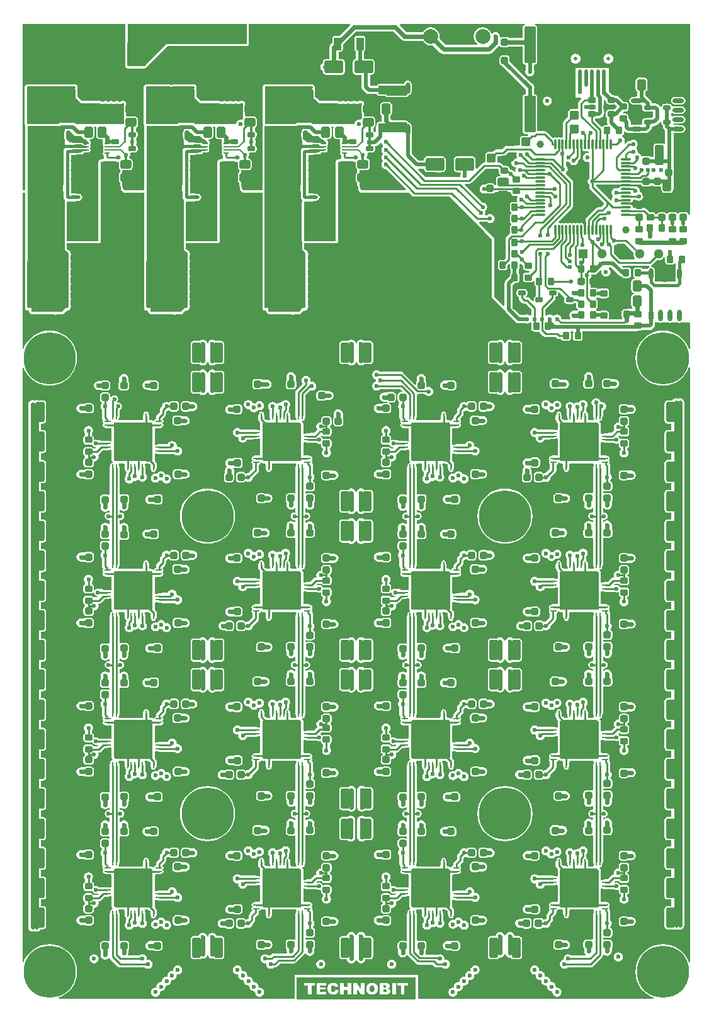
<source format=gtl>
%FSLAX44Y44*%
%MOMM*%
G71*
G01*
G75*
G04 Layer_Physical_Order=1*
G04 Layer_Color=128*
G04:AMPARAMS|DCode=10|XSize=1mm|YSize=0.9mm|CornerRadius=0.198mm|HoleSize=0mm|Usage=FLASHONLY|Rotation=270.000|XOffset=0mm|YOffset=0mm|HoleType=Round|Shape=RoundedRectangle|*
%AMROUNDEDRECTD10*
21,1,1.0000,0.5040,0,0,270.0*
21,1,0.6040,0.9000,0,0,270.0*
1,1,0.3960,-0.2520,-0.3020*
1,1,0.3960,-0.2520,0.3020*
1,1,0.3960,0.2520,0.3020*
1,1,0.3960,0.2520,-0.3020*
%
%ADD10ROUNDEDRECTD10*%
%ADD11C,0.6000*%
%ADD12C,1.3000*%
%ADD13R,1.3000X1.3000*%
G04:AMPARAMS|DCode=14|XSize=1.45mm|YSize=1.15mm|CornerRadius=0.2013mm|HoleSize=0mm|Usage=FLASHONLY|Rotation=90.000|XOffset=0mm|YOffset=0mm|HoleType=Round|Shape=RoundedRectangle|*
%AMROUNDEDRECTD14*
21,1,1.4500,0.7475,0,0,90.0*
21,1,1.0475,1.1500,0,0,90.0*
1,1,0.4025,0.3738,0.5238*
1,1,0.4025,0.3738,-0.5238*
1,1,0.4025,-0.3738,-0.5238*
1,1,0.4025,-0.3738,0.5238*
%
%ADD14ROUNDEDRECTD14*%
G04:AMPARAMS|DCode=15|XSize=1mm|YSize=0.9mm|CornerRadius=0.198mm|HoleSize=0mm|Usage=FLASHONLY|Rotation=180.000|XOffset=0mm|YOffset=0mm|HoleType=Round|Shape=RoundedRectangle|*
%AMROUNDEDRECTD15*
21,1,1.0000,0.5040,0,0,180.0*
21,1,0.6040,0.9000,0,0,180.0*
1,1,0.3960,-0.3020,0.2520*
1,1,0.3960,0.3020,0.2520*
1,1,0.3960,0.3020,-0.2520*
1,1,0.3960,-0.3020,-0.2520*
%
%ADD15ROUNDEDRECTD15*%
%ADD16O,0.3000X1.5000*%
%ADD17O,1.5000X0.3000*%
%ADD18C,1.0000*%
G04:AMPARAMS|DCode=19|XSize=2.7mm|YSize=1.15mm|CornerRadius=0.2013mm|HoleSize=0mm|Usage=FLASHONLY|Rotation=90.000|XOffset=0mm|YOffset=0mm|HoleType=Round|Shape=RoundedRectangle|*
%AMROUNDEDRECTD19*
21,1,2.7000,0.7475,0,0,90.0*
21,1,2.2975,1.1500,0,0,90.0*
1,1,0.4025,0.3738,1.1487*
1,1,0.4025,0.3738,-1.1487*
1,1,0.4025,-0.3738,-1.1487*
1,1,0.4025,-0.3738,1.1487*
%
%ADD19ROUNDEDRECTD19*%
G04:AMPARAMS|DCode=20|XSize=4.9mm|YSize=1.6mm|CornerRadius=0.2mm|HoleSize=0mm|Usage=FLASHONLY|Rotation=270.000|XOffset=0mm|YOffset=0mm|HoleType=Round|Shape=RoundedRectangle|*
%AMROUNDEDRECTD20*
21,1,4.9000,1.2000,0,0,270.0*
21,1,4.5000,1.6000,0,0,270.0*
1,1,0.4000,-0.6000,-2.2500*
1,1,0.4000,-0.6000,2.2500*
1,1,0.4000,0.6000,2.2500*
1,1,0.4000,0.6000,-2.2500*
%
%ADD20ROUNDEDRECTD20*%
%ADD21O,1.5500X0.6000*%
%ADD22O,0.6000X1.5500*%
G04:AMPARAMS|DCode=23|XSize=6.45mm|YSize=6mm|CornerRadius=0.21mm|HoleSize=0mm|Usage=FLASHONLY|Rotation=0.000|XOffset=0mm|YOffset=0mm|HoleType=Round|Shape=RoundedRectangle|*
%AMROUNDEDRECTD23*
21,1,6.4500,5.5800,0,0,0.0*
21,1,6.0300,6.0000,0,0,0.0*
1,1,0.4200,3.0150,-2.7900*
1,1,0.4200,-3.0150,-2.7900*
1,1,0.4200,-3.0150,2.7900*
1,1,0.4200,3.0150,2.7900*
%
%ADD23ROUNDEDRECTD23*%
G04:AMPARAMS|DCode=24|XSize=2.85mm|YSize=1mm|CornerRadius=0.2mm|HoleSize=0mm|Usage=FLASHONLY|Rotation=0.000|XOffset=0mm|YOffset=0mm|HoleType=Round|Shape=RoundedRectangle|*
%AMROUNDEDRECTD24*
21,1,2.8500,0.6000,0,0,0.0*
21,1,2.4500,1.0000,0,0,0.0*
1,1,0.4000,1.2250,-0.3000*
1,1,0.4000,-1.2250,-0.3000*
1,1,0.4000,-1.2250,0.3000*
1,1,0.4000,1.2250,0.3000*
%
%ADD24ROUNDEDRECTD24*%
G04:AMPARAMS|DCode=25|XSize=11.3mm|YSize=10.75mm|CornerRadius=0.215mm|HoleSize=0mm|Usage=FLASHONLY|Rotation=0.000|XOffset=0mm|YOffset=0mm|HoleType=Round|Shape=RoundedRectangle|*
%AMROUNDEDRECTD25*
21,1,11.3000,10.3200,0,0,0.0*
21,1,10.8700,10.7500,0,0,0.0*
1,1,0.4300,5.4350,-5.1600*
1,1,0.4300,-5.4350,-5.1600*
1,1,0.4300,-5.4350,5.1600*
1,1,0.4300,5.4350,5.1600*
%
%ADD25ROUNDEDRECTD25*%
G04:AMPARAMS|DCode=26|XSize=3.95mm|YSize=1.2mm|CornerRadius=0.198mm|HoleSize=0mm|Usage=FLASHONLY|Rotation=0.000|XOffset=0mm|YOffset=0mm|HoleType=Round|Shape=RoundedRectangle|*
%AMROUNDEDRECTD26*
21,1,3.9500,0.8040,0,0,0.0*
21,1,3.5540,1.2000,0,0,0.0*
1,1,0.3960,1.7770,-0.4020*
1,1,0.3960,-1.7770,-0.4020*
1,1,0.3960,-1.7770,0.4020*
1,1,0.3960,1.7770,0.4020*
%
%ADD26ROUNDEDRECTD26*%
G04:AMPARAMS|DCode=27|XSize=1.1mm|YSize=0.6mm|CornerRadius=0.201mm|HoleSize=0mm|Usage=FLASHONLY|Rotation=0.000|XOffset=0mm|YOffset=0mm|HoleType=Round|Shape=RoundedRectangle|*
%AMROUNDEDRECTD27*
21,1,1.1000,0.1980,0,0,0.0*
21,1,0.6980,0.6000,0,0,0.0*
1,1,0.4020,0.3490,-0.0990*
1,1,0.4020,-0.3490,-0.0990*
1,1,0.4020,-0.3490,0.0990*
1,1,0.4020,0.3490,0.0990*
%
%ADD27ROUNDEDRECTD27*%
G04:AMPARAMS|DCode=28|XSize=1.35mm|YSize=1.65mm|CornerRadius=0.27mm|HoleSize=0mm|Usage=FLASHONLY|Rotation=90.000|XOffset=0mm|YOffset=0mm|HoleType=Round|Shape=RoundedRectangle|*
%AMROUNDEDRECTD28*
21,1,1.3500,1.1100,0,0,90.0*
21,1,0.8100,1.6500,0,0,90.0*
1,1,0.5400,0.5550,0.4050*
1,1,0.5400,0.5550,-0.4050*
1,1,0.5400,-0.5550,-0.4050*
1,1,0.5400,-0.5550,0.4050*
%
%ADD28ROUNDEDRECTD28*%
G04:AMPARAMS|DCode=29|XSize=0.7mm|YSize=0.25mm|CornerRadius=0.0838mm|HoleSize=0mm|Usage=FLASHONLY|Rotation=0.000|XOffset=0mm|YOffset=0mm|HoleType=Round|Shape=RoundedRectangle|*
%AMROUNDEDRECTD29*
21,1,0.7000,0.0825,0,0,0.0*
21,1,0.5325,0.2500,0,0,0.0*
1,1,0.1675,0.2662,-0.0413*
1,1,0.1675,-0.2662,-0.0413*
1,1,0.1675,-0.2662,0.0413*
1,1,0.1675,0.2662,0.0413*
%
%ADD29ROUNDEDRECTD29*%
G04:AMPARAMS|DCode=30|XSize=1.75mm|YSize=1.05mm|CornerRadius=0.1995mm|HoleSize=0mm|Usage=FLASHONLY|Rotation=270.000|XOffset=0mm|YOffset=0mm|HoleType=Round|Shape=RoundedRectangle|*
%AMROUNDEDRECTD30*
21,1,1.7500,0.6510,0,0,270.0*
21,1,1.3510,1.0500,0,0,270.0*
1,1,0.3990,-0.3255,-0.6755*
1,1,0.3990,-0.3255,0.6755*
1,1,0.3990,0.3255,0.6755*
1,1,0.3990,0.3255,-0.6755*
%
%ADD30ROUNDEDRECTD30*%
%ADD31O,1.3500X0.5000*%
G04:AMPARAMS|DCode=32|XSize=1.05mm|YSize=0.65mm|CornerRadius=0.2015mm|HoleSize=0mm|Usage=FLASHONLY|Rotation=0.000|XOffset=0mm|YOffset=0mm|HoleType=Round|Shape=RoundedRectangle|*
%AMROUNDEDRECTD32*
21,1,1.0500,0.2470,0,0,0.0*
21,1,0.6470,0.6500,0,0,0.0*
1,1,0.4030,0.3235,-0.1235*
1,1,0.4030,-0.3235,-0.1235*
1,1,0.4030,-0.3235,0.1235*
1,1,0.4030,0.3235,0.1235*
%
%ADD32ROUNDEDRECTD32*%
%ADD33O,0.5000X1.3500*%
G04:AMPARAMS|DCode=34|XSize=6.5mm|YSize=5mm|CornerRadius=0.25mm|HoleSize=0mm|Usage=FLASHONLY|Rotation=90.000|XOffset=0mm|YOffset=0mm|HoleType=Round|Shape=RoundedRectangle|*
%AMROUNDEDRECTD34*
21,1,6.5000,4.5000,0,0,90.0*
21,1,6.0000,5.0000,0,0,90.0*
1,1,0.5000,2.2500,3.0000*
1,1,0.5000,2.2500,-3.0000*
1,1,0.5000,-2.2500,-3.0000*
1,1,0.5000,-2.2500,3.0000*
%
%ADD34ROUNDEDRECTD34*%
G04:AMPARAMS|DCode=35|XSize=3.3mm|YSize=2.5mm|CornerRadius=0.2mm|HoleSize=0mm|Usage=FLASHONLY|Rotation=270.000|XOffset=0mm|YOffset=0mm|HoleType=Round|Shape=RoundedRectangle|*
%AMROUNDEDRECTD35*
21,1,3.3000,2.1000,0,0,270.0*
21,1,2.9000,2.5000,0,0,270.0*
1,1,0.4000,-1.0500,-1.4500*
1,1,0.4000,-1.0500,1.4500*
1,1,0.4000,1.0500,1.4500*
1,1,0.4000,1.0500,-1.4500*
%
%ADD35ROUNDEDRECTD35*%
G04:AMPARAMS|DCode=36|XSize=2.5mm|YSize=1.7mm|CornerRadius=0.204mm|HoleSize=0mm|Usage=FLASHONLY|Rotation=180.000|XOffset=0mm|YOffset=0mm|HoleType=Round|Shape=RoundedRectangle|*
%AMROUNDEDRECTD36*
21,1,2.5000,1.2920,0,0,180.0*
21,1,2.0920,1.7000,0,0,180.0*
1,1,0.4080,-1.0460,0.6460*
1,1,0.4080,1.0460,0.6460*
1,1,0.4080,1.0460,-0.6460*
1,1,0.4080,-1.0460,-0.6460*
%
%ADD36ROUNDEDRECTD36*%
G04:AMPARAMS|DCode=37|XSize=1.2mm|YSize=1.2mm|CornerRadius=0.198mm|HoleSize=0mm|Usage=FLASHONLY|Rotation=90.000|XOffset=0mm|YOffset=0mm|HoleType=Round|Shape=RoundedRectangle|*
%AMROUNDEDRECTD37*
21,1,1.2000,0.8040,0,0,90.0*
21,1,0.8040,1.2000,0,0,90.0*
1,1,0.3960,0.4020,0.4020*
1,1,0.3960,0.4020,-0.4020*
1,1,0.3960,-0.4020,-0.4020*
1,1,0.3960,-0.4020,0.4020*
%
%ADD37ROUNDEDRECTD37*%
G04:AMPARAMS|DCode=38|XSize=1.2mm|YSize=1.2mm|CornerRadius=0.198mm|HoleSize=0mm|Usage=FLASHONLY|Rotation=0.000|XOffset=0mm|YOffset=0mm|HoleType=Round|Shape=RoundedRectangle|*
%AMROUNDEDRECTD38*
21,1,1.2000,0.8040,0,0,0.0*
21,1,0.8040,1.2000,0,0,0.0*
1,1,0.3960,0.4020,-0.4020*
1,1,0.3960,-0.4020,-0.4020*
1,1,0.3960,-0.4020,0.4020*
1,1,0.3960,0.4020,0.4020*
%
%ADD38ROUNDEDRECTD38*%
G04:AMPARAMS|DCode=39|XSize=1mm|YSize=0.95mm|CornerRadius=0.1995mm|HoleSize=0mm|Usage=FLASHONLY|Rotation=270.000|XOffset=0mm|YOffset=0mm|HoleType=Round|Shape=RoundedRectangle|*
%AMROUNDEDRECTD39*
21,1,1.0000,0.5510,0,0,270.0*
21,1,0.6010,0.9500,0,0,270.0*
1,1,0.3990,-0.2755,-0.3005*
1,1,0.3990,-0.2755,0.3005*
1,1,0.3990,0.2755,0.3005*
1,1,0.3990,0.2755,-0.3005*
%
%ADD39ROUNDEDRECTD39*%
G04:AMPARAMS|DCode=40|XSize=1mm|YSize=0.95mm|CornerRadius=0.1995mm|HoleSize=0mm|Usage=FLASHONLY|Rotation=180.000|XOffset=0mm|YOffset=0mm|HoleType=Round|Shape=RoundedRectangle|*
%AMROUNDEDRECTD40*
21,1,1.0000,0.5510,0,0,180.0*
21,1,0.6010,0.9500,0,0,180.0*
1,1,0.3990,-0.3005,0.2755*
1,1,0.3990,0.3005,0.2755*
1,1,0.3990,0.3005,-0.2755*
1,1,0.3990,-0.3005,-0.2755*
%
%ADD40ROUNDEDRECTD40*%
G04:AMPARAMS|DCode=41|XSize=2.7mm|YSize=1.15mm|CornerRadius=0.2013mm|HoleSize=0mm|Usage=FLASHONLY|Rotation=180.000|XOffset=0mm|YOffset=0mm|HoleType=Round|Shape=RoundedRectangle|*
%AMROUNDEDRECTD41*
21,1,2.7000,0.7475,0,0,180.0*
21,1,2.2975,1.1500,0,0,180.0*
1,1,0.4025,-1.1487,0.3738*
1,1,0.4025,1.1487,0.3738*
1,1,0.4025,1.1487,-0.3738*
1,1,0.4025,-1.1487,-0.3738*
%
%ADD41ROUNDEDRECTD41*%
G04:AMPARAMS|DCode=42|XSize=1.45mm|YSize=1.15mm|CornerRadius=0.2013mm|HoleSize=0mm|Usage=FLASHONLY|Rotation=0.000|XOffset=0mm|YOffset=0mm|HoleType=Round|Shape=RoundedRectangle|*
%AMROUNDEDRECTD42*
21,1,1.4500,0.7475,0,0,0.0*
21,1,1.0475,1.1500,0,0,0.0*
1,1,0.4025,0.5238,-0.3738*
1,1,0.4025,-0.5238,-0.3738*
1,1,0.4025,-0.5238,0.3738*
1,1,0.4025,0.5238,0.3738*
%
%ADD42ROUNDEDRECTD42*%
G04:AMPARAMS|DCode=43|XSize=1.1mm|YSize=0.8mm|CornerRadius=0.268mm|HoleSize=0mm|Usage=FLASHONLY|Rotation=0.000|XOffset=0mm|YOffset=0mm|HoleType=Round|Shape=RoundedRectangle|*
%AMROUNDEDRECTD43*
21,1,1.1000,0.2640,0,0,0.0*
21,1,0.5640,0.8000,0,0,0.0*
1,1,0.5360,0.2820,-0.1320*
1,1,0.5360,-0.2820,-0.1320*
1,1,0.5360,-0.2820,0.1320*
1,1,0.5360,0.2820,0.1320*
%
%ADD43ROUNDEDRECTD43*%
G04:AMPARAMS|DCode=44|XSize=2.3mm|YSize=0.5mm|CornerRadius=0.2mm|HoleSize=0mm|Usage=FLASHONLY|Rotation=270.000|XOffset=0mm|YOffset=0mm|HoleType=Round|Shape=RoundedRectangle|*
%AMROUNDEDRECTD44*
21,1,2.3000,0.1000,0,0,270.0*
21,1,1.9000,0.5000,0,0,270.0*
1,1,0.4000,-0.0500,-0.9500*
1,1,0.4000,-0.0500,0.9500*
1,1,0.4000,0.0500,0.9500*
1,1,0.4000,0.0500,-0.9500*
%
%ADD44ROUNDEDRECTD44*%
G04:AMPARAMS|DCode=45|XSize=2.5mm|YSize=2mm|CornerRadius=0.2mm|HoleSize=0mm|Usage=FLASHONLY|Rotation=270.000|XOffset=0mm|YOffset=0mm|HoleType=Round|Shape=RoundedRectangle|*
%AMROUNDEDRECTD45*
21,1,2.5000,1.6000,0,0,270.0*
21,1,2.1000,2.0000,0,0,270.0*
1,1,0.4000,-0.8000,-1.0500*
1,1,0.4000,-0.8000,1.0500*
1,1,0.4000,0.8000,1.0500*
1,1,0.4000,0.8000,-1.0500*
%
%ADD45ROUNDEDRECTD45*%
%ADD46O,0.2500X0.8500*%
%ADD47O,0.8500X0.2500*%
%ADD48C,0.4000*%
%ADD49C,0.6000*%
%ADD50C,0.2500*%
%ADD51C,0.5000*%
%ADD52C,0.2000*%
%ADD53C,0.3500*%
%ADD54C,0.4500*%
%ADD55C,0.3000*%
%ADD56C,0.2540*%
%ADD57C,2.0000*%
%ADD58C,0.4000*%
%ADD59C,7.0000*%
%ADD60C,2.0000*%
%ADD61C,2.5000*%
%ADD62C,0.5000*%
G36*
X-480553Y1173127D02*
X-480829Y1171736D01*
Y1161261D01*
X-480518Y1159696D01*
X-479631Y1158369D01*
X-478304Y1157482D01*
X-476738Y1157170D01*
X-472320D01*
X-472117Y1156967D01*
Y1156749D01*
Y1153499D01*
X-471988Y1152852D01*
X-472058Y1152501D01*
X-472058Y1152501D01*
Y1150501D01*
X-471825Y1149330D01*
X-471226Y1148433D01*
X-471335Y1148270D01*
X-471556Y1147162D01*
Y1146338D01*
X-471335Y1145230D01*
X-470847Y1144500D01*
X-471335Y1143770D01*
X-471556Y1142663D01*
Y1141837D01*
X-471335Y1140730D01*
X-470847Y1140000D01*
X-471335Y1139270D01*
X-471556Y1138163D01*
Y1137337D01*
X-471335Y1136230D01*
X-470708Y1135292D01*
X-470332Y1135041D01*
Y1133251D01*
X-470003Y1131592D01*
D01*
X-470003Y1131592D01*
X-470003Y1131592D01*
X-470003Y1131592D01*
X-470537Y1130495D01*
X-470859Y1130491D01*
X-471117Y1130380D01*
X-471392Y1130325D01*
X-471660Y1130146D01*
X-471955Y1130019D01*
X-472151Y1129818D01*
X-472385Y1129662D01*
X-472402Y1129637D01*
X-472499Y1129571D01*
Y1129501D01*
X-474483Y1129474D01*
X-475046Y1129354D01*
X-475612Y1129241D01*
X-475629Y1129230D01*
X-475650Y1129225D01*
X-476125Y1128898D01*
X-476604Y1128578D01*
X-476616Y1128561D01*
X-476633Y1128549D01*
X-476947Y1128065D01*
X-477267Y1127586D01*
X-477271Y1127565D01*
X-477283Y1127548D01*
X-477387Y1126981D01*
X-477500Y1126415D01*
Y1020000D01*
X-520000D01*
Y1020301D01*
Y1071449D01*
Y1071750D01*
X-519999Y1071751D01*
X-519999Y1071754D01*
X-519940Y1072050D01*
Y1072135D01*
X-518626Y1073213D01*
X-518549Y1073198D01*
X-508499D01*
X-506451Y1073605D01*
X-505917Y1073962D01*
X-503750D01*
X-501994Y1074311D01*
X-500506Y1075306D01*
X-499511Y1076794D01*
X-499162Y1078550D01*
X-499511Y1080306D01*
X-500506Y1081794D01*
X-501994Y1082789D01*
X-503750Y1083138D01*
X-505915D01*
X-506451Y1083496D01*
X-508499Y1083904D01*
X-514397D01*
Y1085396D01*
Y1135603D01*
Y1135646D01*
X-508157D01*
X-507249Y1136251D01*
X-499909D01*
X-499624Y1136316D01*
X-499080Y1136424D01*
X-499069Y1136431D01*
X-496500Y1139000D01*
X-490964D01*
X-490924Y1139027D01*
X-490230Y1139165D01*
X-489292Y1139792D01*
X-488665Y1140730D01*
X-488444Y1141837D01*
Y1142663D01*
X-488665Y1143770D01*
X-489153Y1144500D01*
X-488665Y1145230D01*
X-488444Y1146338D01*
Y1147162D01*
X-488665Y1148270D01*
X-488586Y1148336D01*
X-488586Y1148336D01*
X-488586Y1148336D01*
X-488586Y1148336D01*
X-488256Y1148830D01*
X-487923Y1149328D01*
X-487923Y1149328D01*
X-487923Y1149329D01*
X-487806Y1149917D01*
X-487690Y1150499D01*
Y1152499D01*
X-487690Y1152499D01*
X-487690Y1152499D01*
X-487800Y1153054D01*
X-487923Y1153669D01*
X-487923Y1153670D01*
X-487923Y1153670D01*
X-488231Y1154130D01*
X-488586Y1154662D01*
X-488586Y1154662D01*
X-488586Y1154662D01*
X-489524Y1155600D01*
X-488874Y1157170D01*
X-487263D01*
X-485698Y1157482D01*
X-484370Y1158369D01*
X-483484Y1159696D01*
X-483172Y1161261D01*
Y1171736D01*
X-483449Y1173127D01*
X-482851Y1173856D01*
X-481151D01*
X-480553Y1173127D01*
D02*
G37*
G36*
X-234282Y1137933D02*
X-234741Y1135625D01*
X-234275Y1133284D01*
X-233536Y1132177D01*
X-234480Y1130763D01*
X-234999Y1130867D01*
X-237340Y1130401D01*
X-239325Y1129075D01*
X-240651Y1127090D01*
X-241117Y1124749D01*
X-240651Y1122408D01*
X-239325Y1120423D01*
X-237340Y1119097D01*
X-234999Y1118632D01*
X-234999Y1118632D01*
X-235651Y1117342D01*
X-235651Y1117342D01*
X-235651Y1117342D01*
X-236117Y1115001D01*
X-235868Y1113750D01*
X-237439Y1113100D01*
X-238258Y1114326D01*
X-240243Y1115652D01*
X-242571Y1116115D01*
X-244020Y1117565D01*
X-244032Y1117573D01*
X-244231Y1118573D01*
X-245111Y1119889D01*
X-246427Y1120769D01*
X-247980Y1121078D01*
X-251450D01*
X-254436Y1124064D01*
X-255842Y1125003D01*
X-257500Y1125333D01*
X-259509D01*
X-260588Y1126647D01*
X-260422Y1127480D01*
Y1133450D01*
X-259705Y1134167D01*
X-252500D01*
X-250842Y1134497D01*
X-249436Y1135436D01*
X-249436Y1135436D01*
X-249436Y1135436D01*
X-245625Y1139247D01*
X-235360D01*
X-234282Y1137933D01*
D02*
G37*
G36*
X-639553Y1173127D02*
X-639829Y1171736D01*
Y1161261D01*
X-639518Y1159696D01*
X-638631Y1158369D01*
X-637304Y1157482D01*
X-635738Y1157170D01*
X-631320D01*
X-631117Y1156967D01*
Y1156749D01*
Y1153499D01*
X-630988Y1152852D01*
X-631058Y1152501D01*
X-631058Y1152501D01*
Y1150501D01*
X-630825Y1149330D01*
X-630226Y1148433D01*
X-630335Y1148270D01*
X-630556Y1147162D01*
Y1146338D01*
X-630335Y1145230D01*
X-629847Y1144500D01*
X-630335Y1143770D01*
X-630556Y1142663D01*
Y1141837D01*
X-630335Y1140730D01*
X-629847Y1140000D01*
X-630335Y1139270D01*
X-630556Y1138163D01*
Y1137337D01*
X-630335Y1136230D01*
X-629708Y1135292D01*
X-629333Y1135041D01*
Y1133251D01*
X-629003Y1131592D01*
D01*
X-629537Y1130496D01*
D01*
D01*
X-629859Y1130492D01*
X-630117Y1130381D01*
X-630392Y1130326D01*
X-630659Y1130147D01*
X-630955Y1130020D01*
X-631151Y1129819D01*
X-631384Y1129663D01*
X-631402Y1129637D01*
X-631499Y1129571D01*
Y1129501D01*
X-633483Y1129474D01*
X-634046Y1129354D01*
X-634612Y1129241D01*
X-634629Y1129230D01*
X-634650Y1129225D01*
X-635125Y1128898D01*
X-635604Y1128578D01*
X-635616Y1128561D01*
X-635633Y1128549D01*
X-635947Y1128065D01*
X-636267Y1127586D01*
X-636271Y1127565D01*
X-636283Y1127548D01*
X-636387Y1126981D01*
X-636500Y1126415D01*
Y1020000D01*
X-679000D01*
Y1020301D01*
Y1071449D01*
Y1071750D01*
X-678999Y1071751D01*
X-678999Y1071754D01*
X-678940Y1072050D01*
Y1072135D01*
X-677626Y1073213D01*
X-677549Y1073198D01*
X-667499D01*
X-665451Y1073605D01*
X-664917Y1073962D01*
X-662750D01*
X-660994Y1074311D01*
X-659506Y1075306D01*
X-658511Y1076794D01*
X-658162Y1078550D01*
X-658511Y1080306D01*
X-659506Y1081794D01*
X-660994Y1082789D01*
X-662750Y1083138D01*
X-664915D01*
X-665451Y1083496D01*
X-667499Y1083904D01*
X-673397D01*
Y1085396D01*
Y1135603D01*
Y1135646D01*
X-667157D01*
X-666249Y1136251D01*
X-658909D01*
X-658624Y1136316D01*
X-658080Y1136424D01*
X-658069Y1136431D01*
X-655500Y1139000D01*
X-649964D01*
X-649924Y1139027D01*
X-649230Y1139165D01*
X-648292Y1139792D01*
X-647665Y1140730D01*
X-647444Y1141837D01*
Y1142663D01*
X-647665Y1143770D01*
X-648153Y1144500D01*
X-647665Y1145230D01*
X-647444Y1146338D01*
Y1147162D01*
X-647665Y1148270D01*
X-647586Y1148336D01*
X-647586Y1148336D01*
X-647586Y1148336D01*
X-647586Y1148336D01*
X-647256Y1148830D01*
X-646923Y1149328D01*
X-646923Y1149328D01*
X-646923Y1149329D01*
X-646806Y1149917D01*
X-646690Y1150499D01*
Y1152499D01*
X-646690Y1152499D01*
X-646690Y1152499D01*
X-646801Y1153054D01*
X-646923Y1153669D01*
X-646923Y1153670D01*
X-646923Y1153670D01*
X-647231Y1154130D01*
X-647586Y1154662D01*
X-647586Y1154662D01*
X-647586Y1154662D01*
X-648524Y1155600D01*
X-647874Y1157170D01*
X-646263D01*
X-644698Y1157482D01*
X-643370Y1158369D01*
X-642484Y1159696D01*
X-642172Y1161261D01*
Y1171736D01*
X-642449Y1173127D01*
X-641851Y1173856D01*
X-640151D01*
X-639553Y1173127D01*
D02*
G37*
G36*
X-258078Y1115450D02*
Y1111980D01*
X-257769Y1110427D01*
X-256889Y1109111D01*
X-255910Y1108456D01*
X-256403Y1106829D01*
X-257737D01*
X-259302Y1106518D01*
X-260630Y1105631D01*
X-261516Y1104304D01*
X-261828Y1102738D01*
Y1095641D01*
X-263455Y1095147D01*
X-264115Y1096135D01*
X-265436Y1097018D01*
X-266995Y1097328D01*
X-273005D01*
X-274564Y1097018D01*
X-275885Y1096135D01*
X-276126Y1095776D01*
X-277847Y1096118D01*
X-280188Y1095652D01*
X-282173Y1094326D01*
X-283499Y1092342D01*
X-283965Y1090001D01*
X-283499Y1087660D01*
X-282173Y1085675D01*
X-280188Y1084349D01*
X-277847Y1083883D01*
X-275506Y1084349D01*
X-275310Y1084480D01*
X-274564Y1083982D01*
X-273005Y1083672D01*
X-266995D01*
X-265436Y1083982D01*
X-264115Y1084865D01*
X-263578Y1085667D01*
X-242078D01*
Y1084480D01*
X-241769Y1082927D01*
X-240889Y1081611D01*
X-239573Y1080731D01*
X-238020Y1080422D01*
X-233974D01*
X-233173Y1078923D01*
X-233731Y1078087D01*
X-234197Y1075746D01*
X-233731Y1073405D01*
X-232783Y1071985D01*
X-234480Y1072078D01*
X-234480Y1072078D01*
Y1072078D01*
D01*
D01*
D01*
X-239520D01*
X-241073Y1071769D01*
X-242389Y1070889D01*
X-243269Y1069573D01*
X-243578Y1068020D01*
Y1061980D01*
X-243269Y1060427D01*
X-242389Y1059111D01*
X-241251Y1058350D01*
Y1056650D01*
X-242389Y1055889D01*
X-243269Y1054573D01*
X-243578Y1053020D01*
Y1046980D01*
X-243269Y1045427D01*
X-242389Y1044111D01*
X-241251Y1043350D01*
Y1041650D01*
X-242389Y1040889D01*
X-243269Y1039573D01*
X-243578Y1038020D01*
Y1031980D01*
X-243269Y1030427D01*
X-243134Y1030226D01*
X-243459Y1030009D01*
X-243750Y1029814D01*
X-248064Y1025500D01*
X-249003Y1024095D01*
X-249333Y1022436D01*
Y996794D01*
X-251549Y994578D01*
X-255520D01*
X-257073Y994269D01*
X-258389Y993389D01*
X-259269Y992073D01*
X-259578Y990520D01*
Y984480D01*
X-259269Y982927D01*
X-258389Y981611D01*
X-257073Y980731D01*
X-255520Y980422D01*
X-250480D01*
X-248927Y980731D01*
X-247611Y981611D01*
X-246731Y982927D01*
X-246422Y984480D01*
Y987449D01*
X-245149Y988723D01*
X-243578Y988072D01*
Y984480D01*
X-243269Y982927D01*
X-242608Y981937D01*
Y976313D01*
X-243269Y975323D01*
X-243578Y973770D01*
Y972103D01*
X-248965Y966715D01*
X-250181Y964896D01*
X-250608Y962750D01*
Y933221D01*
X-252178Y932571D01*
X-264441Y944834D01*
Y1000000D01*
Y1022500D01*
X-264441Y1022500D01*
X-264674Y1023671D01*
X-265337Y1024663D01*
X-275337Y1034663D01*
X-275337Y1034663D01*
X-284770Y1044096D01*
X-284120Y1045667D01*
X-274314D01*
X-272341Y1044348D01*
X-270000Y1043882D01*
X-267659Y1044348D01*
X-265674Y1045674D01*
X-264348Y1047659D01*
X-263883Y1050000D01*
X-264348Y1052341D01*
X-265674Y1054326D01*
X-267659Y1055652D01*
X-270000Y1056117D01*
X-272341Y1055652D01*
X-274314Y1054333D01*
X-275672D01*
X-276751Y1055647D01*
X-276383Y1057500D01*
X-276848Y1059841D01*
X-276986Y1060048D01*
X-275674Y1060924D01*
X-274348Y1062909D01*
X-273883Y1065250D01*
X-274348Y1067591D01*
X-275674Y1069576D01*
X-277659Y1070902D01*
X-279987Y1071365D01*
X-303968Y1095346D01*
X-303318Y1096917D01*
X-298000D01*
X-296342Y1097247D01*
X-294936Y1098186D01*
X-276455Y1116667D01*
X-259295D01*
X-258078Y1115450D01*
D02*
G37*
G36*
X-799553Y1173127D02*
X-799829Y1171736D01*
Y1161261D01*
X-799518Y1159696D01*
X-798631Y1158369D01*
X-797304Y1157482D01*
X-795738Y1157170D01*
X-791320D01*
X-791117Y1156967D01*
Y1156749D01*
Y1153499D01*
X-790988Y1152852D01*
X-791058Y1152501D01*
X-791058Y1152501D01*
Y1150501D01*
X-790825Y1149330D01*
X-790227Y1148435D01*
X-790336Y1148272D01*
X-790556Y1147164D01*
Y1146339D01*
X-790336Y1145232D01*
X-789848Y1144502D01*
X-790336Y1143772D01*
X-790556Y1142664D01*
Y1141839D01*
X-790336Y1140732D01*
X-789848Y1140002D01*
X-790336Y1139272D01*
X-790556Y1138164D01*
Y1137339D01*
X-790336Y1136232D01*
X-789709Y1135294D01*
X-789333Y1135042D01*
Y1133251D01*
X-789003Y1131592D01*
D01*
X-789537Y1130496D01*
D01*
D01*
X-789858Y1130492D01*
X-790117Y1130381D01*
X-790392Y1130326D01*
X-790659Y1130147D01*
X-790955Y1130020D01*
X-791151Y1129819D01*
X-791384Y1129663D01*
X-791402Y1129637D01*
X-791499Y1129571D01*
Y1129501D01*
X-793483Y1129474D01*
X-794046Y1129354D01*
X-794612Y1129241D01*
X-794629Y1129230D01*
X-794650Y1129225D01*
X-795125Y1128898D01*
X-795604Y1128578D01*
X-795616Y1128561D01*
X-795633Y1128549D01*
X-795947Y1128065D01*
X-796267Y1127586D01*
X-796271Y1127565D01*
X-796283Y1127548D01*
X-796387Y1126981D01*
X-796500Y1126415D01*
Y1020000D01*
X-839000D01*
Y1020301D01*
Y1071449D01*
Y1071750D01*
X-838999Y1071751D01*
X-838999Y1071754D01*
X-838940Y1072050D01*
Y1072135D01*
X-837626Y1073213D01*
X-837549Y1073198D01*
X-827499D01*
X-825451Y1073605D01*
X-824917Y1073962D01*
X-822750D01*
X-820994Y1074311D01*
X-819506Y1075306D01*
X-818511Y1076794D01*
X-818162Y1078550D01*
X-818511Y1080306D01*
X-819506Y1081794D01*
X-820994Y1082789D01*
X-822750Y1083138D01*
X-824915D01*
X-825451Y1083496D01*
X-827499Y1083904D01*
X-833397D01*
Y1085396D01*
Y1135603D01*
Y1135646D01*
X-827157D01*
X-826249Y1136251D01*
X-818909D01*
X-818624Y1136316D01*
X-818080Y1136424D01*
X-818069Y1136431D01*
X-815500Y1139000D01*
X-810068D01*
X-809231Y1139167D01*
X-808292Y1139794D01*
X-807665Y1140732D01*
X-807445Y1141839D01*
Y1142664D01*
X-807665Y1143772D01*
X-808153Y1144502D01*
X-807665Y1145232D01*
X-807445Y1146339D01*
Y1147164D01*
X-807665Y1148272D01*
X-807773Y1148433D01*
X-807506Y1148832D01*
X-807173Y1149330D01*
X-807173Y1149330D01*
X-807173Y1149331D01*
X-807056Y1149919D01*
X-806941Y1150501D01*
Y1152501D01*
X-806941Y1152501D01*
X-806941Y1152501D01*
X-807051Y1153056D01*
X-807173Y1153671D01*
X-807173Y1153671D01*
X-807173Y1153672D01*
X-807481Y1154132D01*
X-807836Y1154664D01*
X-807837Y1154664D01*
X-807837Y1154664D01*
X-808773Y1155600D01*
X-808122Y1157170D01*
X-806263D01*
X-804698Y1157482D01*
X-803371Y1158369D01*
X-802484Y1159696D01*
X-802172Y1161261D01*
Y1171736D01*
X-802449Y1173127D01*
X-801851Y1173856D01*
X-800151D01*
X-799553Y1173127D01*
D02*
G37*
G36*
X-494500Y1141250D02*
X-498250D01*
X-500250Y1139250D01*
X-509249Y1139001D01*
X-509249Y1143251D01*
X-494499D01*
X-494500Y1141250D01*
D02*
G37*
G36*
X-817249Y1148001D02*
X-813499D01*
Y1145751D01*
X-828249D01*
Y1150001D01*
X-819249D01*
X-817249Y1148001D01*
D02*
G37*
G36*
X-653500Y1141250D02*
X-657250D01*
X-659250Y1139250D01*
X-668249Y1139001D01*
X-668249Y1143251D01*
X-653499D01*
X-653500Y1141250D01*
D02*
G37*
G36*
X-146069Y1147089D02*
Y1144001D01*
X-145797Y1142635D01*
X-145024Y1141478D01*
X-143866Y1140704D01*
X-142500Y1140433D01*
X-141135Y1140704D01*
X-140000Y1141462D01*
X-138866Y1140704D01*
X-137779Y1140488D01*
X-137498Y1139367D01*
X-137498Y1138730D01*
X-138147Y1138198D01*
X-139000Y1138367D01*
X-141341Y1137902D01*
X-143326Y1136576D01*
X-144652Y1134591D01*
X-145118Y1132250D01*
X-144652Y1129909D01*
X-143326Y1127924D01*
X-141341Y1126598D01*
X-139000Y1126132D01*
X-138147Y1126302D01*
X-136833Y1125224D01*
Y1104315D01*
X-138151Y1102342D01*
X-138617Y1100001D01*
X-138151Y1097660D01*
X-136833Y1095686D01*
Y1092501D01*
X-136503Y1090842D01*
X-135563Y1089437D01*
X-117207Y1071081D01*
Y1068921D01*
X-121044Y1065084D01*
X-124977D01*
X-126635Y1064754D01*
X-128041Y1063815D01*
X-140563Y1051292D01*
X-141503Y1049886D01*
X-141833Y1048228D01*
Y1036990D01*
X-142618Y1036834D01*
X-143932Y1037912D01*
Y1041001D01*
X-144203Y1042367D01*
X-144977Y1043524D01*
X-146135Y1044298D01*
X-147500Y1044570D01*
X-148866Y1044298D01*
X-150000Y1043540D01*
X-151135Y1044298D01*
X-152500Y1044570D01*
X-153866Y1044298D01*
X-155000Y1043540D01*
X-156135Y1044298D01*
X-157500Y1044570D01*
X-158866Y1044298D01*
X-160000Y1043540D01*
X-161135Y1044298D01*
X-162500Y1044570D01*
X-163866Y1044298D01*
X-165000Y1043540D01*
X-166135Y1044298D01*
X-167500Y1044570D01*
X-168866Y1044298D01*
X-170000Y1043540D01*
X-171135Y1044298D01*
X-172500Y1044570D01*
X-173866Y1044298D01*
X-175000Y1043540D01*
X-176135Y1044298D01*
X-177417Y1044553D01*
X-177649Y1045316D01*
X-177836Y1046255D01*
X-159436Y1064655D01*
X-158497Y1066061D01*
X-158497Y1066061D01*
X-158497Y1066061D01*
X-158167Y1067719D01*
Y1098411D01*
X-158497Y1100069D01*
X-159436Y1101475D01*
X-168102Y1110141D01*
X-167935Y1111833D01*
X-167424Y1112174D01*
X-166098Y1114159D01*
X-165632Y1116500D01*
X-166098Y1118841D01*
X-167424Y1120826D01*
X-168166Y1121321D01*
Y1125722D01*
X-166852Y1126801D01*
X-164750Y1126383D01*
X-164353Y1126461D01*
X-163152Y1125659D01*
Y1125659D01*
X-163152Y1125659D01*
X-161826Y1123674D01*
X-159841Y1122348D01*
X-157500Y1121882D01*
X-155159Y1122348D01*
X-153174Y1123674D01*
X-151848Y1125659D01*
X-151385Y1127987D01*
X-149436Y1129936D01*
X-148497Y1131341D01*
X-148167Y1133000D01*
X-148167Y1133000D01*
X-148167Y1133000D01*
Y1133000D01*
Y1148011D01*
X-147383Y1148167D01*
X-146069Y1147089D01*
D02*
G37*
G36*
X-813500Y1141250D02*
X-817250D01*
X-819250Y1139250D01*
X-828249Y1139001D01*
X-828249Y1143251D01*
X-813499D01*
X-813500Y1141250D01*
D02*
G37*
G36*
X-89333Y1094884D02*
X-90411Y1093570D01*
X-93500D01*
X-94866Y1093298D01*
X-96024Y1092524D01*
X-96797Y1091367D01*
X-96834Y1091184D01*
X-98083Y1090652D01*
D01*
D01*
X-98083D01*
X-98083Y1090652D01*
X-98083D01*
X-100424Y1091118D01*
X-102766Y1090652D01*
X-104750Y1089326D01*
X-106076Y1087342D01*
X-106542Y1085001D01*
X-106076Y1082660D01*
X-104750Y1080675D01*
Y1079326D01*
X-106076Y1077342D01*
X-106542Y1075001D01*
X-106535Y1074965D01*
X-108034Y1074164D01*
X-109810Y1075940D01*
X-109810Y1075940D01*
X-127967Y1094097D01*
X-127317Y1095667D01*
X-89488D01*
X-89333Y1094884D01*
D02*
G37*
G36*
X-523072Y1174427D02*
Y1174428D01*
X-522999Y1174355D01*
Y1168287D01*
X-523189Y1168004D01*
X-523530Y1166288D01*
X-524144Y1165370D01*
X-524551Y1163321D01*
X-524144Y1161273D01*
X-523538Y1160366D01*
Y1157748D01*
X-523189Y1155992D01*
X-522999Y1155708D01*
Y1144191D01*
X-523534Y1143656D01*
X-524500Y1142211D01*
Y1094948D01*
X-525102D01*
Y1086500D01*
X-524500D01*
Y1077411D01*
X-523534Y1075966D01*
X-522999Y1075431D01*
Y1072050D01*
X-523059Y1071750D01*
X-523059Y1071750D01*
Y1020000D01*
X-522999Y1019700D01*
Y929501D01*
X-572999D01*
X-572999Y929501D01*
Y1174428D01*
X-523072D01*
X-523072Y1174427D01*
D02*
G37*
G36*
X-227263Y988635D02*
X-225578Y986950D01*
Y984230D01*
X-225269Y982677D01*
X-224389Y981361D01*
X-223073Y980481D01*
X-221520Y980172D01*
X-217425D01*
X-216775Y978602D01*
X-218048Y977328D01*
X-221520D01*
X-223073Y977019D01*
X-224389Y976139D01*
X-225269Y974823D01*
X-225578Y973270D01*
Y968230D01*
X-225269Y966677D01*
X-224389Y965361D01*
X-223073Y964481D01*
X-221520Y964172D01*
X-215480D01*
X-213927Y964481D01*
X-212611Y965361D01*
X-212205Y965968D01*
X-210578Y965474D01*
Y962730D01*
X-210269Y961177D01*
X-209389Y959861D01*
X-208333Y959155D01*
Y945610D01*
X-208802Y945517D01*
X-210130Y944630D01*
X-211017Y943302D01*
X-211329Y941735D01*
Y939678D01*
X-212899Y939027D01*
X-216936Y943064D01*
X-218342Y944003D01*
X-220000Y944333D01*
X-222069D01*
X-220870Y945870D01*
X-220870Y945870D01*
X-220870D01*
X-220870Y945870D01*
X-220870Y945870D01*
D01*
X-219983Y947198D01*
X-219671Y948765D01*
Y951235D01*
X-219983Y952802D01*
X-220870Y954130D01*
X-222198Y955017D01*
X-223765Y955329D01*
X-230235D01*
X-231802Y955017D01*
X-233130Y954130D01*
X-234017Y952802D01*
X-234329Y951235D01*
Y948765D01*
X-234017Y947198D01*
X-233130Y945870D01*
X-231802Y944983D01*
X-231333Y944890D01*
Y943000D01*
X-231003Y941342D01*
X-230064Y939936D01*
X-227064Y936936D01*
X-225658Y935997D01*
X-224000Y935667D01*
X-221795D01*
X-214333Y928205D01*
Y920233D01*
X-215833Y919432D01*
X-217659Y920652D01*
X-220000Y921117D01*
X-222341Y920652D01*
X-222407Y920608D01*
X-229284D01*
X-239392Y930716D01*
Y960427D01*
X-236147Y963672D01*
X-234480D01*
X-232927Y963981D01*
X-231611Y964861D01*
X-230731Y966177D01*
X-230422Y967730D01*
Y973770D01*
X-230731Y975323D01*
X-231392Y976313D01*
Y981937D01*
X-230731Y982927D01*
X-230422Y984480D01*
Y987924D01*
X-229108Y989002D01*
X-227263Y988635D01*
D02*
G37*
G36*
X-682072Y1174427D02*
Y1174428D01*
X-681999Y1174355D01*
Y1168287D01*
X-682189Y1168004D01*
X-682530Y1166288D01*
X-683144Y1165370D01*
X-683551Y1163321D01*
X-683144Y1161273D01*
X-682538Y1160366D01*
Y1157748D01*
X-682189Y1155992D01*
X-681999Y1155708D01*
Y1144191D01*
X-682534Y1143656D01*
X-683500Y1142211D01*
Y1094948D01*
X-684102D01*
Y1086500D01*
X-683500D01*
Y1077411D01*
X-682534Y1075966D01*
X-681999Y1075431D01*
Y1072050D01*
X-682059Y1071750D01*
X-682059Y1071750D01*
Y1020000D01*
X-681999Y1019700D01*
Y929501D01*
X-731999D01*
X-731999Y929501D01*
Y1174428D01*
X-682072D01*
X-682072Y1174427D01*
D02*
G37*
G36*
X-612341Y1126348D02*
X-610000Y1125882D01*
X-609328Y1125331D01*
Y1119262D01*
X-609016Y1117696D01*
X-608130Y1116369D01*
X-607500Y1115948D01*
Y1112050D01*
X-608130Y1111629D01*
X-609016Y1110302D01*
X-609328Y1108737D01*
Y1101262D01*
X-609016Y1099696D01*
X-608130Y1098369D01*
X-607500Y1097948D01*
Y1090000D01*
X-602500Y1085000D01*
X-576058D01*
Y929501D01*
X-575825Y928330D01*
X-575162Y927338D01*
X-575162Y927338D01*
X-574170Y926675D01*
X-572999Y926442D01*
X-572999Y926442D01*
X-571455D01*
X-571150Y924911D01*
X-569824Y922926D01*
X-567839Y921600D01*
X-565498Y921134D01*
X-563157Y921600D01*
X-563091Y921644D01*
X-560405D01*
X-560339Y921600D01*
X-557998Y921134D01*
X-555657Y921600D01*
X-555591Y921644D01*
X-552905D01*
X-552839Y921600D01*
X-550498Y921134D01*
X-548157Y921600D01*
X-548091Y921644D01*
X-545405D01*
X-545339Y921600D01*
X-542998Y921134D01*
X-540657Y921600D01*
X-540591Y921644D01*
X-538283D01*
X-537840Y921349D01*
X-535499Y920883D01*
X-533158Y921349D01*
X-532716Y921644D01*
X-530405D01*
X-530339Y921600D01*
X-527998Y921134D01*
X-525657Y921600D01*
X-523672Y922926D01*
X-522346Y924911D01*
X-522331Y924989D01*
X-521281Y926039D01*
X-520499Y925883D01*
X-518158Y926349D01*
X-516174Y927675D01*
X-514847Y929660D01*
X-514382Y932001D01*
X-514847Y934342D01*
X-514944Y934487D01*
X-514892Y934751D01*
Y939594D01*
X-514847Y939660D01*
X-514382Y942001D01*
X-514847Y944342D01*
X-514892Y944408D01*
Y949594D01*
X-514847Y949660D01*
X-514382Y952001D01*
X-514847Y954342D01*
X-514892Y954408D01*
Y959594D01*
X-514847Y959660D01*
X-514382Y962001D01*
X-514847Y964342D01*
X-514892Y964408D01*
Y969594D01*
X-514847Y969660D01*
X-514382Y972001D01*
X-514847Y974342D01*
X-514892Y974408D01*
Y979594D01*
X-514847Y979660D01*
X-514382Y982001D01*
X-514847Y984342D01*
X-514892Y984408D01*
Y989843D01*
X-514846Y989911D01*
X-514381Y992252D01*
X-514846Y994593D01*
X-514892Y994661D01*
Y999843D01*
X-514846Y999911D01*
X-514381Y1002252D01*
X-514846Y1004593D01*
X-516172Y1006578D01*
X-518157Y1007904D01*
X-518235Y1007919D01*
X-519940Y1009625D01*
Y1016941D01*
X-477500D01*
X-476329Y1017174D01*
X-475337Y1017837D01*
X-474674Y1018829D01*
X-474441Y1020000D01*
Y1126415D01*
X-472458Y1126442D01*
X-471894Y1126562D01*
X-471329Y1126675D01*
X-471311Y1126686D01*
X-471291Y1126691D01*
X-470816Y1127018D01*
X-470336Y1127338D01*
X-470325Y1127355D01*
X-470307Y1127367D01*
X-470222Y1127499D01*
X-455064D01*
X-453341Y1126348D01*
X-451000Y1125882D01*
X-450328Y1125331D01*
Y1119262D01*
X-450016Y1117696D01*
X-449129Y1116369D01*
X-448501Y1115949D01*
Y1112050D01*
X-449129Y1111629D01*
X-450016Y1110302D01*
X-450328Y1108737D01*
Y1101262D01*
X-450016Y1099696D01*
X-449129Y1098369D01*
X-448501Y1097949D01*
Y1089999D01*
X-443501Y1085000D01*
X-378628D01*
X-374564Y1080936D01*
X-373158Y1079997D01*
X-371500Y1079667D01*
X-324667D01*
X-277500Y1032500D01*
X-267500Y1022500D01*
Y1000000D01*
Y943567D01*
X-250181Y926247D01*
X-248965Y924428D01*
X-235572Y911035D01*
X-233752Y909819D01*
X-231607Y909392D01*
X-222407D01*
X-222341Y909348D01*
X-220000Y908883D01*
X-217659Y909348D01*
X-216683Y910000D01*
X-215185D01*
X-214379Y909018D01*
X-214578Y908020D01*
Y901980D01*
X-214269Y900427D01*
X-213984Y900000D01*
X-213389Y899111D01*
X-212073Y898231D01*
X-210520Y897922D01*
X-205480D01*
X-203927Y898231D01*
X-203899Y898250D01*
X-203064Y897000D01*
X-198000Y891936D01*
X-196595Y890997D01*
X-194936Y890667D01*
X-181795D01*
X-180564Y889436D01*
X-179528Y888744D01*
X-179158Y888497D01*
X-177500Y888167D01*
X-174317D01*
X-174269Y887927D01*
X-173389Y886611D01*
X-172073Y885731D01*
X-170520Y885422D01*
X-165480D01*
X-163927Y885731D01*
X-162611Y886611D01*
X-161731Y887927D01*
X-161422Y889480D01*
Y895520D01*
X-161731Y897073D01*
X-162031Y897522D01*
X-161432Y898642D01*
X-158567D01*
X-157969Y897522D01*
X-158269Y897073D01*
X-158578Y895520D01*
Y889480D01*
X-158269Y887927D01*
X-157389Y886611D01*
X-156073Y885731D01*
X-154520Y885422D01*
X-149480D01*
X-147927Y885731D01*
X-146611Y886611D01*
X-145731Y887927D01*
X-145422Y889480D01*
Y895520D01*
X-145731Y897073D01*
X-146031Y897522D01*
X-145432Y898642D01*
X-73000D01*
X-70854Y899069D01*
X-70792Y899111D01*
X-70700Y899172D01*
X-68480D01*
X-66927Y899481D01*
X-65937Y900142D01*
X-55500D01*
X-53354Y900569D01*
X-51535Y901785D01*
X-49703Y903617D01*
X-48487Y905436D01*
X-48060Y907582D01*
Y910000D01*
X-42714D01*
X-40968Y909653D01*
X-39221Y910000D01*
X-30014D01*
X-28268Y909653D01*
X-26521Y910000D01*
X-17314D01*
X-15568Y909653D01*
X-13821Y910000D01*
X-2164D01*
X-2164Y910000D01*
X-2164Y910000D01*
X-1372Y909672D01*
Y895000D01*
Y875221D01*
X-2618Y874973D01*
X-4431Y879350D01*
X-7474Y884315D01*
X-11256Y888744D01*
X-15685Y892526D01*
X-20650Y895569D01*
X-26031Y897798D01*
X-31694Y899157D01*
X-37500Y899614D01*
X-43306Y899157D01*
X-48969Y897798D01*
X-54350Y895569D01*
X-59315Y892526D01*
X-63744Y888744D01*
X-67526Y884315D01*
X-70569Y879350D01*
X-72798Y873969D01*
X-74158Y868306D01*
X-74614Y862500D01*
X-74158Y856694D01*
X-72798Y851031D01*
X-70569Y845650D01*
X-67526Y840685D01*
X-63744Y836256D01*
X-59315Y832474D01*
X-54350Y829431D01*
X-48969Y827202D01*
X-43306Y825843D01*
X-37500Y825386D01*
X-31694Y825843D01*
X-26031Y827202D01*
X-20650Y829431D01*
X-15685Y832474D01*
X-11256Y836256D01*
X-7474Y840685D01*
X-4431Y845650D01*
X-2618Y850027D01*
X-1372Y849779D01*
Y415000D01*
Y50221D01*
X-2618Y49973D01*
X-4431Y54350D01*
X-7474Y59315D01*
X-11256Y63744D01*
X-15685Y67526D01*
X-20650Y70569D01*
X-26031Y72798D01*
X-31694Y74157D01*
X-37500Y74614D01*
X-43306Y74157D01*
X-48969Y72798D01*
X-54350Y70569D01*
X-59315Y67526D01*
X-63744Y63744D01*
X-67526Y59315D01*
X-70569Y54350D01*
X-72798Y48969D01*
X-74158Y43306D01*
X-74614Y37500D01*
X-74158Y31694D01*
X-72798Y26031D01*
X-70569Y20650D01*
X-67526Y15685D01*
X-63744Y11256D01*
X-59315Y7474D01*
X-54350Y4431D01*
X-49973Y2618D01*
X-50221Y1372D01*
X-367000D01*
Y33000D01*
X-533000D01*
Y1372D01*
X-849779D01*
X-850027Y2618D01*
X-845650Y4431D01*
X-840685Y7474D01*
X-836256Y11256D01*
X-832474Y15685D01*
X-829431Y20650D01*
X-827202Y26031D01*
X-825843Y31694D01*
X-825386Y37500D01*
X-825843Y43306D01*
X-827202Y48969D01*
X-829431Y54350D01*
X-832474Y59315D01*
X-836256Y63744D01*
X-840685Y67526D01*
X-845650Y70569D01*
X-851031Y72798D01*
X-856694Y74157D01*
X-862500Y74614D01*
X-868306Y74157D01*
X-873969Y72798D01*
X-879350Y70569D01*
X-884315Y67526D01*
X-888744Y63744D01*
X-892526Y59315D01*
X-895569Y54350D01*
X-897382Y49973D01*
X-898628Y50221D01*
Y849779D01*
X-897382Y850027D01*
X-895569Y845650D01*
X-892526Y840685D01*
X-888744Y836256D01*
X-884315Y832474D01*
X-879350Y829431D01*
X-873969Y827202D01*
X-868306Y825843D01*
X-862500Y825386D01*
X-856694Y825843D01*
X-851031Y827202D01*
X-845650Y829431D01*
X-840685Y832474D01*
X-836256Y836256D01*
X-832474Y840685D01*
X-829431Y845650D01*
X-827202Y851031D01*
X-825843Y856694D01*
X-825386Y862500D01*
X-825843Y868306D01*
X-827202Y873969D01*
X-829431Y879350D01*
X-832474Y884315D01*
X-836256Y888744D01*
X-840685Y892526D01*
X-845650Y895569D01*
X-851031Y897798D01*
X-852835Y898231D01*
X-856694Y899157D01*
X-862500Y899614D01*
X-868306Y899157D01*
X-873969Y897798D01*
X-879350Y895569D01*
X-884315Y892526D01*
X-888744Y888744D01*
X-892526Y884315D01*
X-895569Y879350D01*
X-897382Y874973D01*
X-898628Y875221D01*
Y897500D01*
Y1085000D01*
X-895058D01*
Y929501D01*
X-894825Y928330D01*
X-894162Y927338D01*
X-894162Y927338D01*
X-893170Y926675D01*
X-891999Y926442D01*
X-891999Y926442D01*
X-890455D01*
X-890150Y924911D01*
X-888824Y922926D01*
X-886839Y921600D01*
X-884498Y921134D01*
X-882157Y921600D01*
X-882091Y921644D01*
X-879405D01*
X-879339Y921600D01*
X-876998Y921134D01*
X-874657Y921600D01*
X-874591Y921644D01*
X-871905D01*
X-871839Y921600D01*
X-869498Y921134D01*
X-867157Y921600D01*
X-867091Y921644D01*
X-864405D01*
X-864339Y921600D01*
X-861998Y921134D01*
X-859657Y921600D01*
X-859591Y921644D01*
X-857283D01*
X-856840Y921349D01*
X-854499Y920883D01*
X-852158Y921349D01*
X-851716Y921644D01*
X-849405D01*
X-849339Y921600D01*
X-846998Y921134D01*
X-844657Y921600D01*
X-842673Y922926D01*
X-841346Y924911D01*
X-841331Y924989D01*
X-840281Y926039D01*
X-839499Y925883D01*
X-837158Y926349D01*
X-835173Y927675D01*
X-833847Y929660D01*
X-833382Y932001D01*
X-833847Y934342D01*
X-833944Y934487D01*
X-833892Y934751D01*
Y939594D01*
X-833847Y939660D01*
X-833382Y942001D01*
X-833847Y944342D01*
X-833892Y944408D01*
Y949594D01*
X-833847Y949660D01*
X-833382Y952001D01*
X-833847Y954342D01*
X-833892Y954408D01*
Y959594D01*
X-833847Y959660D01*
X-833382Y962001D01*
X-833847Y964342D01*
X-833892Y964408D01*
Y969594D01*
X-833847Y969660D01*
X-833382Y972001D01*
X-833847Y974342D01*
X-833892Y974408D01*
Y979594D01*
X-833847Y979660D01*
X-833382Y982001D01*
X-833847Y984342D01*
X-833892Y984408D01*
Y989843D01*
X-833846Y989911D01*
X-833381Y992252D01*
X-833846Y994593D01*
X-833892Y994661D01*
Y999843D01*
X-833846Y999911D01*
X-833381Y1002252D01*
X-833846Y1004593D01*
X-835173Y1006578D01*
X-837157Y1007904D01*
X-837235Y1007919D01*
X-838940Y1009625D01*
Y1016941D01*
X-796500D01*
X-795329Y1017174D01*
X-794337Y1017837D01*
X-793674Y1018829D01*
X-793441Y1020000D01*
Y1126415D01*
X-791458Y1126442D01*
X-790894Y1126562D01*
X-790329Y1126675D01*
X-790311Y1126686D01*
X-790291Y1126691D01*
X-789816Y1127018D01*
X-789336Y1127338D01*
X-789325Y1127355D01*
X-789307Y1127367D01*
X-789221Y1127500D01*
X-774065D01*
X-772341Y1126348D01*
X-770000Y1125882D01*
X-769328Y1125331D01*
Y1119262D01*
X-769016Y1117696D01*
X-768130Y1116369D01*
X-767500Y1115948D01*
Y1112050D01*
X-768130Y1111629D01*
X-769016Y1110302D01*
X-769328Y1108737D01*
Y1101262D01*
X-769016Y1099696D01*
X-768130Y1098369D01*
X-767500Y1097948D01*
Y1090000D01*
X-762500Y1085000D01*
X-735058D01*
Y929501D01*
X-734825Y928330D01*
X-734162Y927338D01*
X-734162Y927338D01*
X-733170Y926675D01*
X-731999Y926442D01*
X-731999Y926442D01*
X-730455D01*
X-730150Y924911D01*
X-728824Y922926D01*
X-726839Y921600D01*
X-724498Y921134D01*
X-722157Y921600D01*
X-722091Y921644D01*
X-719405D01*
X-719339Y921600D01*
X-716998Y921134D01*
X-714657Y921600D01*
X-714591Y921644D01*
X-711905D01*
X-711839Y921600D01*
X-709498Y921134D01*
X-707157Y921600D01*
X-707091Y921644D01*
X-704405D01*
X-704339Y921600D01*
X-701998Y921134D01*
X-699657Y921600D01*
X-699591Y921644D01*
X-697283D01*
X-696840Y921349D01*
X-694499Y920883D01*
X-692158Y921349D01*
X-691716Y921644D01*
X-689405D01*
X-689339Y921600D01*
X-686998Y921134D01*
X-684657Y921600D01*
X-682672Y922926D01*
X-681346Y924911D01*
X-681331Y924989D01*
X-680281Y926039D01*
X-679499Y925883D01*
X-677158Y926349D01*
X-675173Y927675D01*
X-673847Y929660D01*
X-673382Y932001D01*
X-673847Y934342D01*
X-673944Y934487D01*
X-673892Y934751D01*
Y939594D01*
X-673847Y939660D01*
X-673382Y942001D01*
X-673847Y944342D01*
X-673892Y944408D01*
Y949594D01*
X-673847Y949660D01*
X-673382Y952001D01*
X-673847Y954342D01*
X-673892Y954408D01*
Y959594D01*
X-673847Y959660D01*
X-673382Y962001D01*
X-673847Y964342D01*
X-673892Y964408D01*
Y969594D01*
X-673847Y969660D01*
X-673382Y972001D01*
X-673847Y974342D01*
X-673892Y974408D01*
Y979594D01*
X-673847Y979660D01*
X-673382Y982001D01*
X-673847Y984342D01*
X-673892Y984408D01*
Y989843D01*
X-673846Y989911D01*
X-673381Y992252D01*
X-673846Y994593D01*
X-673892Y994661D01*
Y999843D01*
X-673846Y999911D01*
X-673381Y1002252D01*
X-673846Y1004593D01*
X-675173Y1006578D01*
X-677157Y1007904D01*
X-677235Y1007919D01*
X-678940Y1009625D01*
Y1016941D01*
X-636500D01*
X-635329Y1017174D01*
X-634337Y1017837D01*
X-633674Y1018829D01*
X-633441Y1020000D01*
Y1126415D01*
X-631458Y1126442D01*
X-630895Y1126562D01*
X-630328Y1126675D01*
X-630311Y1126686D01*
X-630291Y1126691D01*
X-629816Y1127018D01*
X-629336Y1127338D01*
X-629325Y1127355D01*
X-629307Y1127367D01*
X-629221Y1127500D01*
X-614065D01*
X-612341Y1126348D01*
D02*
G37*
G36*
X-842072Y1174427D02*
Y1174428D01*
X-841999Y1174355D01*
Y1168287D01*
X-842189Y1168004D01*
X-842538Y1166248D01*
Y1157748D01*
X-842189Y1155992D01*
X-841999Y1155708D01*
Y1144191D01*
X-842534Y1143656D01*
X-843500Y1142211D01*
Y1094948D01*
X-844102D01*
Y1086500D01*
X-843500D01*
Y1077411D01*
X-842534Y1075966D01*
X-841999Y1075431D01*
Y1072050D01*
X-842059Y1071750D01*
X-842059Y1071750D01*
Y1020000D01*
X-841999Y1019700D01*
Y929501D01*
X-891999D01*
X-891999Y929501D01*
Y1174428D01*
X-842072D01*
X-842072Y1174427D01*
D02*
G37*
G36*
X-77288Y1004661D02*
X-77573Y1002501D01*
X-77281Y1000282D01*
X-76424Y998214D01*
X-75383Y996857D01*
X-76135Y995332D01*
X-94991D01*
X-103166Y1003507D01*
Y1012751D01*
X-103249Y1013167D01*
X-102304Y1014581D01*
X-100916Y1014857D01*
X-98943Y1016175D01*
X-88802D01*
X-77288Y1004661D01*
D02*
G37*
G36*
X-416091Y1151608D02*
X-415902Y1150659D01*
X-414576Y1148674D01*
X-414309Y1148496D01*
Y1146796D01*
X-414451Y1146701D01*
X-415777Y1144716D01*
X-416242Y1142375D01*
X-415777Y1140034D01*
X-414451Y1138049D01*
X-414326Y1137966D01*
Y1136826D01*
X-415652Y1134841D01*
X-416118Y1132500D01*
X-415652Y1130159D01*
X-414326Y1128174D01*
Y1126826D01*
X-415652Y1124841D01*
X-416118Y1122500D01*
X-415652Y1120159D01*
X-414326Y1118174D01*
X-412341Y1116848D01*
X-410013Y1116385D01*
X-383257Y1089629D01*
X-383908Y1088059D01*
X-442234D01*
X-444882Y1090706D01*
Y1092501D01*
X-445347Y1094842D01*
X-445442Y1094983D01*
Y1097949D01*
X-445501Y1098244D01*
Y1098546D01*
X-445616Y1098824D01*
X-445675Y1099119D01*
X-445842Y1099370D01*
X-445957Y1099648D01*
X-446171Y1099861D01*
X-446338Y1100112D01*
X-446588Y1100279D01*
X-446801Y1100492D01*
X-446924Y1100574D01*
X-447135Y1100890D01*
X-447269Y1101563D01*
Y1108436D01*
X-447135Y1109109D01*
X-446924Y1109424D01*
X-446801Y1109506D01*
X-446588Y1109719D01*
X-446338Y1109887D01*
X-446171Y1110137D01*
X-445957Y1110350D01*
X-445842Y1110629D01*
X-445675Y1110879D01*
X-445616Y1111174D01*
X-445501Y1111453D01*
Y1111754D01*
X-445442Y1112050D01*
Y1115171D01*
X-435762D01*
X-434196Y1115482D01*
X-432869Y1116369D01*
X-431982Y1117696D01*
X-431670Y1119262D01*
Y1126737D01*
X-431982Y1128302D01*
X-432869Y1129630D01*
X-434196Y1130516D01*
X-435565Y1130789D01*
X-436216Y1132359D01*
X-435347Y1133659D01*
X-434882Y1136001D01*
X-435151Y1137357D01*
X-434073Y1138671D01*
X-428765D01*
X-427198Y1138983D01*
X-425870Y1139870D01*
X-424983Y1141198D01*
X-424671Y1142765D01*
Y1145235D01*
X-424983Y1146802D01*
X-424918Y1146958D01*
X-423104Y1147319D01*
X-421285Y1148535D01*
X-417718Y1152102D01*
X-416091Y1151608D01*
D02*
G37*
G36*
X-34578Y997520D02*
Y991980D01*
X-34269Y990427D01*
X-33389Y989111D01*
X-32073Y988231D01*
X-30520Y987922D01*
X-25480D01*
X-23927Y988231D01*
X-22611Y989111D01*
X-22292Y989587D01*
X-20665Y989094D01*
Y980253D01*
X-20666Y980250D01*
Y970751D01*
X-20665Y970748D01*
Y965099D01*
X-47179D01*
X-48569Y966488D01*
Y975500D01*
X-48570Y975503D01*
Y980250D01*
X-48958Y982201D01*
X-50063Y983855D01*
X-51717Y984960D01*
X-53372Y985290D01*
X-53372Y986990D01*
X-53343Y986996D01*
X-51937Y987935D01*
X-51937Y987935D01*
X-51937Y987935D01*
X-45660Y994212D01*
X-43499Y993927D01*
X-41280Y994219D01*
X-39213Y995076D01*
X-37437Y996438D01*
X-36188Y998066D01*
X-34578Y997520D01*
D02*
G37*
G36*
X-169682Y943803D02*
X-170017Y943302D01*
X-170329Y941735D01*
Y939265D01*
X-170017Y937698D01*
X-169130Y936370D01*
X-167801Y935483D01*
X-166235Y935171D01*
X-159765D01*
X-158198Y935483D01*
X-156870Y936370D01*
X-156839Y936417D01*
X-155295D01*
X-154328Y935450D01*
Y931980D01*
X-154019Y930427D01*
X-153139Y929111D01*
X-152063Y928391D01*
Y927023D01*
X-152139Y926641D01*
X-152889Y926139D01*
X-152904Y926117D01*
X-157500D01*
X-159841Y925652D01*
X-161826Y924326D01*
X-163152Y922341D01*
X-163617Y920000D01*
X-163152Y917659D01*
X-161931Y915833D01*
X-162733Y914333D01*
X-173205D01*
X-173885Y915013D01*
X-174348Y917341D01*
X-175674Y919326D01*
X-177659Y920652D01*
X-180000Y921117D01*
X-182341Y920652D01*
X-184326Y919326D01*
X-185674D01*
X-187659Y920652D01*
X-190000Y921117D01*
X-192341Y920652D01*
X-194167Y919432D01*
X-195667Y920233D01*
Y928205D01*
X-183435Y940436D01*
X-182496Y941842D01*
X-182496Y941842D01*
X-182496Y941842D01*
X-182166Y943500D01*
Y944790D01*
X-181198Y944983D01*
X-179870Y945870D01*
X-178983Y947198D01*
X-178671Y948765D01*
Y950572D01*
X-177101Y951223D01*
X-169682Y943803D01*
D02*
G37*
G36*
X-55550Y984974D02*
X-55619Y984960D01*
X-57273Y983855D01*
X-58112Y982599D01*
X-65416D01*
X-65611Y982889D01*
X-66927Y983769D01*
X-68480Y984078D01*
X-73520D01*
X-75073Y983769D01*
X-76389Y982889D01*
X-77269Y981573D01*
X-77578Y980020D01*
Y977598D01*
X-77597Y977501D01*
X-77578Y977404D01*
Y973980D01*
X-77269Y972427D01*
X-76389Y971111D01*
X-75409Y970455D01*
X-75902Y968829D01*
X-76238D01*
X-77803Y968517D01*
X-79130Y967630D01*
X-80017Y966303D01*
X-80329Y964737D01*
Y954262D01*
X-80017Y952697D01*
X-79130Y951370D01*
X-77803Y950483D01*
X-76507Y950225D01*
Y948525D01*
X-77803Y948267D01*
X-79130Y947380D01*
X-80017Y946053D01*
X-80329Y944488D01*
Y934013D01*
X-80017Y932447D01*
X-79130Y931120D01*
X-78618Y930777D01*
Y928867D01*
X-85250D01*
X-86706Y928578D01*
X-89020D01*
X-90573Y928269D01*
X-91889Y927389D01*
X-92769Y926073D01*
X-93078Y924520D01*
Y918480D01*
X-92769Y916927D01*
X-92617Y916700D01*
Y914333D01*
X-109109D01*
X-110187Y915647D01*
X-109922Y916980D01*
Y922020D01*
X-110231Y923573D01*
X-111111Y924889D01*
X-112427Y925769D01*
X-113980Y926078D01*
X-120020D01*
X-121573Y925769D01*
X-121820Y925604D01*
X-122158Y925831D01*
X-124499Y926296D01*
X-125873Y926023D01*
X-127187Y927101D01*
Y927068D01*
Y928227D01*
X-127111Y928609D01*
X-126361Y929111D01*
X-125481Y930427D01*
X-125172Y931980D01*
Y938020D01*
X-125481Y939573D01*
X-126361Y940889D01*
X-127374Y941566D01*
Y942964D01*
X-126060Y944042D01*
X-124000Y943633D01*
X-122785Y943874D01*
X-121823Y943231D01*
X-120270Y942922D01*
X-114230D01*
X-112677Y943231D01*
X-111361Y944111D01*
X-110481Y945427D01*
X-110172Y946980D01*
Y952020D01*
X-110481Y953573D01*
X-111361Y954889D01*
X-112677Y955769D01*
X-114230Y956078D01*
X-120270D01*
X-121823Y955769D01*
X-122209Y955511D01*
X-124000Y955867D01*
X-125850Y955499D01*
X-126111Y955889D01*
X-127427Y956769D01*
X-128980Y957078D01*
X-134020D01*
X-135166Y958018D01*
Y969935D01*
X-134348Y971159D01*
X-133883Y973500D01*
X-133882Y973500D01*
X-133883Y973500D01*
X-133645Y974820D01*
D01*
X-133645Y974820D01*
X-131499Y974393D01*
X-129999D01*
X-127853Y974820D01*
X-126034Y976035D01*
X-121519Y980551D01*
X-120020Y979749D01*
X-120367Y978000D01*
X-119902Y975659D01*
X-118576Y973674D01*
X-116591Y972348D01*
X-114250Y971882D01*
X-111909Y972348D01*
X-109924Y973674D01*
X-108598Y975659D01*
X-108132Y978000D01*
X-108598Y980341D01*
X-109924Y982326D01*
X-110505Y982714D01*
X-110101Y984365D01*
X-107572Y984643D01*
X-95965Y973035D01*
X-95965D01*
X-95965Y973035D01*
X-95965D01*
X-95964Y973035D01*
Y973035D01*
X-95964Y973035D01*
Y973035D01*
X-94145Y971820D01*
X-92667Y971526D01*
X-92389Y971111D01*
X-91073Y970231D01*
X-89520Y969922D01*
X-84480D01*
X-82927Y970231D01*
X-81611Y971111D01*
X-80731Y972427D01*
X-80422Y973980D01*
Y980020D01*
X-80731Y981573D01*
X-81611Y982889D01*
X-82927Y983769D01*
X-84480Y984078D01*
X-89520D01*
X-90876Y983808D01*
X-92163Y985095D01*
X-91513Y986666D01*
X-55717D01*
X-55550Y984974D01*
D02*
G37*
G36*
X-114590Y1208765D02*
Y1208280D01*
X-114227Y1206454D01*
X-113192Y1204906D01*
X-111644Y1203871D01*
X-109818Y1203508D01*
X-104178D01*
X-102582Y1203826D01*
X-99257Y1200501D01*
X-103250Y1196507D01*
X-104178Y1196691D01*
X-109818D01*
X-111644Y1196328D01*
X-113192Y1195294D01*
X-114227Y1193746D01*
X-114590Y1191920D01*
Y1189280D01*
X-114227Y1187454D01*
X-113192Y1185906D01*
X-112606Y1185514D01*
Y1179000D01*
X-112187Y1176892D01*
X-113266Y1175578D01*
X-115020D01*
X-116573Y1175269D01*
X-117889Y1174389D01*
X-118355Y1173693D01*
X-120047Y1173526D01*
X-128666Y1182145D01*
Y1184809D01*
X-128352Y1184871D01*
X-128172Y1184991D01*
X-123650D01*
X-121504Y1185418D01*
X-119685Y1186634D01*
X-118035Y1188284D01*
X-116819Y1190103D01*
X-116392Y1192249D01*
X-116819Y1194395D01*
X-116892Y1194505D01*
Y1209341D01*
X-116003Y1209709D01*
X-114590Y1208765D01*
D02*
G37*
G36*
X-667566Y1226518D02*
X-667868Y1225000D01*
X-667500Y1223152D01*
Y1212500D01*
X-660000Y1205000D01*
X-633693D01*
X-633091Y1204598D01*
X-630750Y1204133D01*
X-628409Y1204598D01*
X-627808Y1205000D01*
X-626193D01*
X-625591Y1204598D01*
X-623250Y1204133D01*
X-620909Y1204598D01*
X-620308Y1205000D01*
X-618693D01*
X-618091Y1204598D01*
X-615750Y1204133D01*
X-613409Y1204598D01*
X-612808Y1205000D01*
X-611193D01*
X-610591Y1204598D01*
X-608250Y1204133D01*
X-605909Y1204598D01*
X-605308Y1205000D01*
X-602500D01*
Y1183821D01*
X-603482Y1183016D01*
X-605250Y1183367D01*
X-607591Y1182902D01*
X-609576Y1181576D01*
X-610902Y1179591D01*
X-611318Y1177500D01*
X-667210D01*
X-668601Y1178429D01*
X-670000Y1178708D01*
Y1178498D01*
X-688979D01*
X-689323Y1178429D01*
X-690714Y1177500D01*
X-732500D01*
Y1227500D01*
X-699950D01*
X-699000Y1227375D01*
X-698050Y1227500D01*
X-668371D01*
X-667566Y1226518D01*
D02*
G37*
G36*
X-827566D02*
X-827868Y1225000D01*
X-827500Y1223152D01*
Y1212500D01*
X-820000Y1205000D01*
X-794067D01*
X-793091Y1204348D01*
X-790750Y1203883D01*
X-788409Y1204348D01*
X-787433Y1205000D01*
X-786567D01*
X-785591Y1204348D01*
X-783250Y1203883D01*
X-780909Y1204348D01*
X-779933Y1205000D01*
X-779067D01*
X-778091Y1204348D01*
X-775750Y1203883D01*
X-773409Y1204348D01*
X-772433Y1205000D01*
X-771567D01*
X-770591Y1204348D01*
X-768250Y1203883D01*
X-765909Y1204348D01*
X-764933Y1205000D01*
X-762500D01*
Y1177500D01*
X-827210D01*
X-828601Y1178429D01*
X-830000Y1178708D01*
Y1178498D01*
X-848979D01*
X-849323Y1178429D01*
X-850714Y1177500D01*
X-892500D01*
Y1227500D01*
X-828371D01*
X-827566Y1226518D01*
D02*
G37*
G36*
X-508565D02*
X-508867Y1225000D01*
X-508402Y1222659D01*
X-507550Y1221383D01*
X-507579Y1221237D01*
Y1213763D01*
X-507500Y1213367D01*
Y1212500D01*
X-507285Y1212285D01*
X-507267Y1212197D01*
X-506380Y1210870D01*
X-505053Y1209983D01*
X-504965Y1209965D01*
X-500000Y1205000D01*
X-474692D01*
X-474091Y1204598D01*
X-471750Y1204133D01*
X-469409Y1204598D01*
X-468807Y1205000D01*
X-467192D01*
X-466591Y1204598D01*
X-464250Y1204133D01*
X-461909Y1204598D01*
X-461307Y1205000D01*
X-459692D01*
X-459091Y1204598D01*
X-456750Y1204133D01*
X-454409Y1204598D01*
X-453807Y1205000D01*
X-452192D01*
X-451591Y1204598D01*
X-449250Y1204133D01*
X-446909Y1204598D01*
X-446307Y1205000D01*
X-442500D01*
Y1203575D01*
X-443016Y1202802D01*
X-443328Y1201237D01*
Y1193762D01*
X-443016Y1192196D01*
X-442500Y1191423D01*
Y1185575D01*
X-443016Y1184802D01*
X-443239Y1183684D01*
X-444295Y1182979D01*
X-446250Y1183367D01*
X-448591Y1182902D01*
X-450576Y1181576D01*
X-451902Y1179591D01*
X-452318Y1177500D01*
X-508210D01*
X-509601Y1178429D01*
X-511000Y1178708D01*
Y1178498D01*
X-529979D01*
X-530323Y1178429D01*
X-531714Y1177500D01*
X-572500D01*
Y1227500D01*
X-509371D01*
X-508565Y1226518D01*
D02*
G37*
G36*
X-370000Y0D02*
X-530000D01*
Y30000D01*
X-370000D01*
Y0D01*
D02*
G37*
G36*
X-223214Y1309936D02*
X-224060Y1309767D01*
X-225383Y1308883D01*
X-226267Y1307560D01*
X-226577Y1306000D01*
Y1293118D01*
X-245338D01*
X-245936Y1293518D01*
X-247495Y1293828D01*
X-253505D01*
X-255064Y1293518D01*
X-255383Y1293305D01*
X-256882Y1294106D01*
Y1294750D01*
X-257348Y1297091D01*
X-258674Y1299076D01*
X-260659Y1300402D01*
X-263000Y1300867D01*
X-265341Y1300402D01*
X-267288Y1299101D01*
X-267427Y1299144D01*
X-269225Y1300345D01*
X-269518Y1301052D01*
X-271441Y1303559D01*
X-273948Y1305482D01*
X-276867Y1306691D01*
X-280000Y1307104D01*
X-283133Y1306691D01*
X-286052Y1305482D01*
X-288559Y1303559D01*
X-290482Y1301052D01*
X-291691Y1298133D01*
X-292104Y1295000D01*
X-291691Y1291867D01*
X-290482Y1288948D01*
X-288559Y1286441D01*
X-286976Y1285227D01*
X-287523Y1283618D01*
X-329966D01*
X-338298Y1291949D01*
X-337896Y1295000D01*
X-338309Y1298133D01*
X-339518Y1301052D01*
X-341441Y1303559D01*
X-343948Y1305482D01*
X-346867Y1306691D01*
X-350000Y1307104D01*
X-353133Y1306691D01*
X-356052Y1305482D01*
X-358559Y1303559D01*
X-360432Y1301118D01*
X-382466D01*
X-391405Y1310057D01*
X-390755Y1311628D01*
X-223380D01*
X-223214Y1309936D01*
D02*
G37*
G36*
X-1372Y1055638D02*
X-3064Y1055471D01*
X-3232Y1056314D01*
X-4115Y1057635D01*
X-5436Y1058518D01*
X-6995Y1058828D01*
X-13005D01*
X-14564Y1058518D01*
X-15885Y1057635D01*
X-16650Y1056491D01*
X-18350D01*
X-19115Y1057635D01*
X-20436Y1058518D01*
X-21995Y1058828D01*
X-28005D01*
X-29564Y1058518D01*
X-30885Y1057635D01*
X-31316Y1056990D01*
X-33017D01*
X-33114Y1057136D01*
X-34436Y1058019D01*
X-35994Y1058329D01*
X-42004D01*
X-43563Y1058019D01*
X-44884Y1057136D01*
X-45420Y1056334D01*
X-48155D01*
X-48861Y1057389D01*
X-50177Y1058269D01*
X-51730Y1058578D01*
X-54949D01*
X-59435Y1063065D01*
X-60841Y1064004D01*
X-62499Y1064334D01*
X-77384D01*
X-77932Y1065001D01*
X-78203Y1066367D01*
X-78977Y1067524D01*
X-80135Y1068298D01*
X-81500Y1068570D01*
X-85191D01*
X-85841Y1069004D01*
X-86578Y1069151D01*
Y1070851D01*
X-85841Y1070997D01*
X-85190Y1071433D01*
X-81500D01*
X-80135Y1071704D01*
X-78977Y1072478D01*
X-78203Y1073635D01*
X-77932Y1075001D01*
X-77385Y1075667D01*
X-74314D01*
X-72340Y1074349D01*
X-69999Y1073883D01*
X-67658Y1074349D01*
X-65673Y1075675D01*
X-64347Y1077660D01*
X-63881Y1080001D01*
X-64347Y1082342D01*
X-65673Y1084326D01*
X-67658Y1085652D01*
X-68773Y1085874D01*
X-68500Y1087251D01*
X-68965Y1089592D01*
X-70292Y1091576D01*
X-72276Y1092902D01*
X-74610Y1093367D01*
X-75555Y1094780D01*
X-75378Y1095667D01*
X-66756D01*
X-65885Y1094365D01*
X-64564Y1093482D01*
X-63005Y1093172D01*
X-56995D01*
X-55436Y1093482D01*
X-54300Y1094241D01*
X-52499Y1093883D01*
X-50700Y1094241D01*
X-49564Y1093482D01*
X-48005Y1093172D01*
X-41995D01*
X-41143Y1093341D01*
X-39829Y1092263D01*
Y1088763D01*
X-39517Y1087197D01*
X-38630Y1085870D01*
X-37303Y1084983D01*
X-35738Y1084671D01*
X-30400D01*
X-28999Y1084393D01*
X-26853Y1084820D01*
X-25034Y1086035D01*
X-23818Y1087855D01*
X-23392Y1090001D01*
Y1100001D01*
X-23391Y1100001D01*
X-23392Y1100001D01*
Y1100001D01*
Y1106573D01*
X-22982Y1107186D01*
X-22672Y1108745D01*
Y1114755D01*
X-22982Y1116314D01*
X-23392Y1116927D01*
Y1127250D01*
Y1164843D01*
X-16999D01*
X-14853Y1165270D01*
X-14729Y1165353D01*
X-12249D01*
X-10298Y1165741D01*
X-8644Y1166846D01*
X-7539Y1168500D01*
X-7151Y1170451D01*
X-7539Y1172402D01*
X-8644Y1174055D01*
X-10298Y1175161D01*
X-12249Y1175548D01*
X-14729D01*
X-14853Y1175631D01*
X-16999Y1176058D01*
X-22656D01*
X-23606Y1176693D01*
X-23620Y1176851D01*
X-23018Y1178305D01*
X-21749Y1178053D01*
X-12249D01*
X-10298Y1178441D01*
X-8644Y1179546D01*
X-7539Y1181200D01*
X-7151Y1183151D01*
X-7539Y1185101D01*
X-8644Y1186755D01*
X-10298Y1187860D01*
X-12249Y1188249D01*
X-21749D01*
X-23700Y1187860D01*
X-24892Y1187064D01*
X-26391Y1187865D01*
Y1191136D01*
X-24892Y1191937D01*
X-23700Y1191141D01*
X-21749Y1190753D01*
X-12249D01*
X-10298Y1191141D01*
X-8644Y1192246D01*
X-7539Y1193900D01*
X-7151Y1195851D01*
X-7539Y1197802D01*
X-8644Y1199455D01*
X-10298Y1200561D01*
X-12249Y1200948D01*
X-21749D01*
X-23700Y1200561D01*
X-24733Y1201555D01*
Y1201555D01*
X-24733Y1201555D01*
X-25619Y1202881D01*
X-26945Y1203767D01*
X-28510Y1204079D01*
X-29325D01*
X-29853Y1204431D01*
X-31999Y1204858D01*
X-34145Y1204431D01*
X-34673Y1204079D01*
X-35490D01*
X-37055Y1203767D01*
X-38381Y1202881D01*
X-39267Y1201555D01*
X-39578Y1199990D01*
D01*
X-41034Y1200469D01*
X-43781Y1203216D01*
X-45600Y1204431D01*
X-47746Y1204858D01*
X-52392D01*
Y1204956D01*
X-52818Y1207102D01*
X-54034Y1208921D01*
X-57629Y1212516D01*
X-60891Y1215779D01*
Y1221187D01*
X-59868Y1221871D01*
X-58981Y1223198D01*
X-58670Y1224764D01*
Y1235239D01*
X-58981Y1236805D01*
X-59868Y1238132D01*
X-61196Y1239019D01*
X-62761Y1239330D01*
X-70236D01*
X-71802Y1239019D01*
X-73129Y1238132D01*
X-74016Y1236805D01*
X-74327Y1235239D01*
Y1224764D01*
X-74016Y1223198D01*
X-73129Y1221871D01*
X-72107Y1221188D01*
Y1214158D01*
X-72999D01*
X-75145Y1213731D01*
X-75269Y1213649D01*
X-77749D01*
X-79700Y1213260D01*
X-81354Y1212155D01*
X-82459Y1210501D01*
X-82847Y1208551D01*
X-82459Y1206600D01*
X-81354Y1204946D01*
X-79700Y1203841D01*
X-77749Y1203453D01*
X-75269D01*
X-75145Y1203370D01*
X-72999Y1202943D01*
X-67345D01*
X-65267Y1201555D01*
X-65578Y1199990D01*
Y1198010D01*
X-65267Y1196446D01*
X-64381Y1195119D01*
X-63055Y1194233D01*
X-61490Y1193922D01*
X-59401D01*
X-57999Y1193643D01*
X-50607D01*
Y1191908D01*
X-50651Y1191842D01*
X-51117Y1189501D01*
X-50654Y1187172D01*
X-51732Y1185858D01*
X-57999D01*
X-60145Y1185431D01*
X-60673Y1185079D01*
X-61490D01*
X-63055Y1184768D01*
X-64381Y1183881D01*
X-65267Y1182555D01*
X-65578Y1180990D01*
Y1179010D01*
X-65267Y1177446D01*
X-67344Y1176058D01*
X-80718D01*
Y1179501D01*
X-81145Y1181647D01*
X-82361Y1183466D01*
X-83672Y1184777D01*
Y1187020D01*
X-83981Y1188573D01*
X-84861Y1189889D01*
X-86177Y1190769D01*
X-87730Y1191078D01*
X-90597D01*
X-91248Y1192648D01*
X-89974Y1193922D01*
X-87730D01*
X-86177Y1194231D01*
X-84861Y1195111D01*
X-83981Y1196427D01*
X-83672Y1197980D01*
Y1203020D01*
X-83981Y1204573D01*
X-84861Y1205889D01*
X-86177Y1206769D01*
X-87730Y1207078D01*
X-89973D01*
X-96459Y1213564D01*
X-98279Y1214780D01*
X-100424Y1215207D01*
X-102170D01*
X-102352Y1215328D01*
X-104178Y1215691D01*
X-105161D01*
X-110000Y1220531D01*
Y1252500D01*
X-116109D01*
X-116500Y1252578D01*
X-117500D01*
X-117892Y1252500D01*
X-124108D01*
X-124500Y1252578D01*
X-125500D01*
X-125892Y1252500D01*
X-132108D01*
X-132500Y1252578D01*
X-133500D01*
X-133892Y1252500D01*
X-140108D01*
X-140500Y1252578D01*
X-141500D01*
X-141892Y1252500D01*
X-155000D01*
Y1212500D01*
X-148199D01*
X-147549Y1210929D01*
X-150313Y1208165D01*
X-151252Y1206759D01*
X-151582Y1205101D01*
Y1198140D01*
X-152896Y1197061D01*
X-152980Y1197078D01*
X-161020D01*
X-162573Y1196769D01*
X-163889Y1195889D01*
X-164769Y1194573D01*
X-165078Y1193020D01*
Y1187050D01*
X-170563Y1181565D01*
X-171503Y1180159D01*
X-171833Y1178501D01*
Y1160118D01*
X-172500Y1159570D01*
X-173866Y1159298D01*
X-175000Y1158540D01*
X-176135Y1159298D01*
X-177500Y1159570D01*
X-178866Y1159298D01*
X-180000Y1158540D01*
X-181135Y1159298D01*
X-182500Y1159570D01*
X-183866Y1159298D01*
X-185024Y1158524D01*
X-185944Y1158434D01*
X-193911Y1166401D01*
X-195317Y1167340D01*
X-196975Y1167670D01*
X-206150D01*
X-206420Y1168000D01*
Y1213000D01*
X-206731Y1214560D01*
X-207615Y1215883D01*
X-208938Y1216768D01*
X-210499Y1217078D01*
X-210892D01*
Y1223842D01*
X-210847Y1223910D01*
X-210382Y1226251D01*
X-210847Y1228592D01*
X-212174Y1230576D01*
X-214158Y1231902D01*
X-214236Y1231918D01*
X-243672Y1261354D01*
Y1265255D01*
X-243982Y1266814D01*
X-244865Y1268135D01*
X-246186Y1269018D01*
X-247745Y1269328D01*
X-253255D01*
X-254814Y1269018D01*
X-256135Y1268135D01*
X-257018Y1266814D01*
X-257328Y1265255D01*
Y1259245D01*
X-257018Y1257686D01*
X-256135Y1256365D01*
X-254814Y1255482D01*
X-253375Y1255196D01*
X-222167Y1223987D01*
X-222151Y1223910D01*
X-222108Y1223845D01*
Y1217078D01*
X-222499D01*
X-224060Y1216768D01*
X-225383Y1215883D01*
X-226267Y1214560D01*
X-226577Y1213000D01*
Y1168000D01*
X-226267Y1166439D01*
X-225383Y1165116D01*
X-224060Y1164232D01*
X-222499Y1163921D01*
X-219363D01*
X-218874Y1162741D01*
X-219818Y1161328D01*
X-225770D01*
X-227323Y1161019D01*
X-228639Y1160139D01*
X-229519Y1158823D01*
X-229828Y1157270D01*
Y1149230D01*
X-229827Y1149227D01*
X-230906Y1147913D01*
X-247420D01*
X-249078Y1147583D01*
X-250484Y1146644D01*
X-254295Y1142833D01*
X-261500D01*
X-263158Y1142503D01*
X-264564Y1141564D01*
X-266550Y1139578D01*
X-272520D01*
X-274073Y1139269D01*
X-275389Y1138389D01*
X-276269Y1137073D01*
X-276578Y1135520D01*
Y1127480D01*
X-276412Y1126647D01*
X-277491Y1125333D01*
X-278250D01*
X-279908Y1125003D01*
X-281314Y1124064D01*
X-288101Y1117277D01*
X-289671Y1117928D01*
Y1129460D01*
X-289985Y1131036D01*
X-290878Y1132373D01*
X-292214Y1133266D01*
X-293790Y1133579D01*
X-304751D01*
X-305997Y1133827D01*
X-312507D01*
X-313752Y1133579D01*
X-314711D01*
X-316287Y1133266D01*
X-317623Y1132373D01*
X-317623Y1132372D01*
X-317624Y1132372D01*
X-318516Y1131036D01*
X-318830Y1129460D01*
Y1116540D01*
X-318516Y1114963D01*
X-317624Y1113627D01*
X-316287Y1112734D01*
X-314711Y1112421D01*
X-313764D01*
X-312507Y1112170D01*
X-309358D01*
Y1109907D01*
X-309402Y1109841D01*
X-309868Y1107500D01*
X-309748Y1106897D01*
X-310827Y1105583D01*
X-356705D01*
X-366442Y1115320D01*
X-365792Y1116891D01*
X-358830D01*
Y1116540D01*
X-358516Y1114963D01*
X-357623Y1113627D01*
X-356287Y1112734D01*
X-354711Y1112421D01*
X-343764D01*
X-342507Y1112170D01*
X-335997D01*
X-334739Y1112421D01*
X-333791D01*
X-332215Y1112734D01*
X-330878Y1113627D01*
X-330878Y1113627D01*
X-330878Y1113627D01*
X-329985Y1114964D01*
X-329671Y1116540D01*
Y1129460D01*
X-329985Y1131036D01*
X-330878Y1132373D01*
X-332214Y1133266D01*
X-333791Y1133579D01*
X-334751D01*
X-335997Y1133827D01*
X-342507D01*
X-343752Y1133579D01*
X-354711D01*
X-356287Y1133266D01*
X-357623Y1132373D01*
X-357623Y1132372D01*
X-357623Y1132372D01*
X-358516Y1131036D01*
X-358830Y1129460D01*
Y1128106D01*
X-366176D01*
X-374942Y1136872D01*
Y1169645D01*
X-375368Y1171791D01*
X-375451Y1171915D01*
Y1174395D01*
X-375840Y1176346D01*
X-376945Y1178000D01*
X-378599Y1179105D01*
X-379476Y1179280D01*
X-379481Y1179306D01*
X-380365Y1180629D01*
X-381689Y1181513D01*
X-383249Y1181824D01*
X-401922D01*
X-403633Y1183534D01*
Y1188777D01*
X-403120Y1189120D01*
X-402233Y1190447D01*
X-401921Y1192012D01*
Y1202487D01*
X-402233Y1204053D01*
X-403120Y1205380D01*
X-404447Y1206267D01*
X-406012Y1206579D01*
X-413488D01*
X-415053Y1206267D01*
X-416380Y1205380D01*
X-417267Y1204053D01*
X-417579Y1202487D01*
Y1192012D01*
X-417267Y1190447D01*
X-416380Y1189120D01*
X-415868Y1188777D01*
Y1185257D01*
X-416118Y1184000D01*
X-415868Y1182743D01*
Y1181000D01*
X-416419Y1180328D01*
X-418770D01*
X-420323Y1180019D01*
X-421639Y1179139D01*
X-422519Y1177823D01*
X-422828Y1176270D01*
Y1174924D01*
X-423181Y1174396D01*
X-423608Y1172250D01*
Y1166672D01*
X-425234Y1166178D01*
X-425870Y1167130D01*
X-427156Y1167989D01*
Y1172009D01*
X-425869Y1172869D01*
X-424982Y1174196D01*
X-424671Y1175762D01*
Y1183237D01*
X-424982Y1184802D01*
X-425869Y1186130D01*
X-427196Y1187016D01*
X-428762Y1187328D01*
X-439237D01*
X-439441Y1187496D01*
Y1191423D01*
X-439500Y1191719D01*
Y1192020D01*
X-439615Y1192298D01*
X-439674Y1192594D01*
X-439841Y1192844D01*
X-439957Y1193122D01*
X-440135Y1193390D01*
X-440269Y1194063D01*
Y1200935D01*
X-440135Y1201609D01*
X-439957Y1201876D01*
X-439841Y1202154D01*
X-439674Y1202404D01*
X-439615Y1202700D01*
X-439500Y1202978D01*
Y1203280D01*
X-439441Y1203575D01*
Y1205000D01*
X-439674Y1206171D01*
X-440337Y1207163D01*
X-441329Y1207826D01*
X-442500Y1208059D01*
X-446307D01*
X-446603Y1208000D01*
X-446904Y1208000D01*
X-447183Y1207885D01*
X-447478Y1207826D01*
X-447729Y1207658D01*
X-448007Y1207543D01*
X-448102Y1207479D01*
X-449250Y1207251D01*
X-450398Y1207479D01*
X-450493Y1207543D01*
X-450771Y1207658D01*
X-451022Y1207826D01*
X-451317Y1207885D01*
X-451596Y1208000D01*
X-451897Y1208000D01*
X-452192Y1208059D01*
X-453807D01*
X-454103Y1208000D01*
X-454404Y1208000D01*
X-454683Y1207885D01*
X-454978Y1207826D01*
X-455229Y1207658D01*
X-455507Y1207543D01*
X-455602Y1207479D01*
X-456750Y1207251D01*
X-457898Y1207479D01*
X-457993Y1207543D01*
X-458271Y1207658D01*
X-458522Y1207826D01*
X-458817Y1207885D01*
X-459096Y1208000D01*
X-459397Y1208000D01*
X-459692Y1208059D01*
X-461307D01*
X-461603Y1208000D01*
X-461904Y1208000D01*
X-462183Y1207885D01*
X-462478Y1207826D01*
X-462729Y1207658D01*
X-463007Y1207543D01*
X-463102Y1207479D01*
X-464250Y1207251D01*
X-465398Y1207479D01*
X-465493Y1207543D01*
X-465771Y1207658D01*
X-466022Y1207826D01*
X-466317Y1207885D01*
X-466596Y1208000D01*
X-466897Y1208000D01*
X-467192Y1208059D01*
X-468807D01*
X-469103Y1208000D01*
X-469404Y1208000D01*
X-469683Y1207885D01*
X-469978Y1207826D01*
X-470229Y1207658D01*
X-470507Y1207543D01*
X-470602Y1207479D01*
X-471750Y1207251D01*
X-472898Y1207479D01*
X-472993Y1207543D01*
X-473271Y1207658D01*
X-473522Y1207826D01*
X-473817Y1207885D01*
X-474096Y1208000D01*
X-474397Y1208000D01*
X-474692Y1208059D01*
X-498733D01*
X-502802Y1212128D01*
X-503053Y1212296D01*
X-503266Y1212509D01*
X-503428Y1212576D01*
X-504175Y1213075D01*
X-504471Y1213518D01*
X-504500Y1213663D01*
Y1213964D01*
X-504520Y1214064D01*
Y1221237D01*
X-504550Y1221387D01*
Y1221980D01*
X-504550Y1221980D01*
Y1221980D01*
X-504720Y1222391D01*
X-505006Y1223083D01*
X-505006Y1223083D01*
D01*
D01*
X-505521Y1223852D01*
X-505749Y1225000D01*
X-505565Y1225921D01*
Y1226073D01*
X-505521Y1226218D01*
X-505565Y1226666D01*
Y1227115D01*
X-505624Y1227255D01*
X-505639Y1227406D01*
X-505850Y1227803D01*
X-506022Y1228218D01*
X-506129Y1228325D01*
X-506201Y1228459D01*
X-507007Y1229441D01*
X-507124Y1229537D01*
X-507208Y1229663D01*
X-507582Y1229913D01*
X-507929Y1230198D01*
X-508074Y1230242D01*
X-508201Y1230326D01*
X-508641Y1230414D01*
X-509071Y1230544D01*
X-509222Y1230529D01*
X-509371Y1230559D01*
X-572500D01*
X-573671Y1230326D01*
X-574663Y1229663D01*
X-575326Y1228671D01*
X-575559Y1227500D01*
Y1177500D01*
X-575328Y1176342D01*
X-575825Y1175598D01*
X-576058Y1174428D01*
Y1088059D01*
X-601233D01*
X-603882Y1090707D01*
Y1092501D01*
X-604347Y1094842D01*
X-604441Y1094982D01*
Y1097948D01*
X-604500Y1098243D01*
Y1098545D01*
X-604615Y1098823D01*
X-604674Y1099119D01*
X-604841Y1099369D01*
X-604957Y1099648D01*
X-605170Y1099861D01*
X-605337Y1100111D01*
X-605588Y1100278D01*
X-605801Y1100491D01*
X-605924Y1100574D01*
X-606135Y1100890D01*
X-606269Y1101563D01*
Y1108436D01*
X-606135Y1109109D01*
X-605924Y1109424D01*
X-605801Y1109507D01*
X-605588Y1109720D01*
X-605337Y1109887D01*
X-605170Y1110138D01*
X-604957Y1110351D01*
X-604841Y1110629D01*
X-604674Y1110880D01*
X-604615Y1111175D01*
X-604500Y1111453D01*
Y1111755D01*
X-604441Y1112050D01*
Y1115171D01*
X-594762D01*
X-593196Y1115482D01*
X-591869Y1116369D01*
X-590982Y1117696D01*
X-590671Y1119262D01*
Y1126737D01*
X-590982Y1128302D01*
X-591869Y1129630D01*
X-593196Y1130516D01*
X-594566Y1130789D01*
X-595217Y1132359D01*
X-594347Y1133661D01*
X-593882Y1136002D01*
X-594151Y1137357D01*
X-593073Y1138671D01*
X-587765D01*
X-586198Y1138983D01*
X-584870Y1139870D01*
X-583983Y1141198D01*
X-583671Y1142765D01*
Y1145235D01*
X-583983Y1146802D01*
X-584870Y1148130D01*
X-585600Y1148617D01*
X-585932Y1150285D01*
X-585347Y1151160D01*
X-584882Y1153501D01*
X-585347Y1155842D01*
X-585931Y1156716D01*
X-585600Y1158383D01*
X-584870Y1158870D01*
X-583983Y1160198D01*
X-583671Y1161765D01*
Y1164235D01*
X-583983Y1165802D01*
X-584870Y1167130D01*
X-586156Y1167989D01*
Y1172009D01*
X-584869Y1172869D01*
X-583982Y1174196D01*
X-583671Y1175762D01*
Y1183237D01*
X-583982Y1184802D01*
X-584869Y1186130D01*
X-586196Y1187016D01*
X-587762Y1187328D01*
X-598237D01*
X-599441Y1188316D01*
Y1205000D01*
X-599674Y1206171D01*
X-600337Y1207163D01*
X-601329Y1207826D01*
X-602500Y1208059D01*
X-605308D01*
X-605603Y1208000D01*
X-605904Y1208000D01*
X-606183Y1207885D01*
X-606478Y1207826D01*
X-606729Y1207658D01*
X-607007Y1207543D01*
X-607102Y1207479D01*
X-608250Y1207251D01*
X-609398Y1207479D01*
X-609493Y1207543D01*
X-609771Y1207658D01*
X-610022Y1207826D01*
X-610317Y1207885D01*
X-610596Y1208000D01*
X-610897Y1208000D01*
X-611193Y1208059D01*
X-612808D01*
X-613103Y1208000D01*
X-613404Y1208000D01*
X-613683Y1207885D01*
X-613978Y1207826D01*
X-614229Y1207658D01*
X-614507Y1207543D01*
X-614602Y1207479D01*
X-615750Y1207251D01*
X-616898Y1207479D01*
X-616993Y1207543D01*
X-617271Y1207658D01*
X-617522Y1207826D01*
X-617817Y1207885D01*
X-618096Y1208000D01*
X-618397Y1208000D01*
X-618693Y1208059D01*
X-620308D01*
X-620603Y1208000D01*
X-620904Y1208000D01*
X-621183Y1207885D01*
X-621478Y1207826D01*
X-621729Y1207658D01*
X-622007Y1207543D01*
X-622102Y1207479D01*
X-623250Y1207251D01*
X-624398Y1207479D01*
X-624493Y1207543D01*
X-624771Y1207658D01*
X-625022Y1207826D01*
X-625317Y1207885D01*
X-625596Y1208000D01*
X-625897Y1208000D01*
X-626193Y1208059D01*
X-627808D01*
X-628103Y1208000D01*
X-628404Y1208000D01*
X-628683Y1207885D01*
X-628978Y1207826D01*
X-629229Y1207658D01*
X-629507Y1207543D01*
X-629602Y1207479D01*
X-630750Y1207251D01*
X-631898Y1207479D01*
X-631993Y1207543D01*
X-632271Y1207658D01*
X-632522Y1207826D01*
X-632817Y1207885D01*
X-633096Y1208000D01*
X-633397Y1208000D01*
X-633693Y1208059D01*
X-658733D01*
X-664441Y1213767D01*
Y1214520D01*
X-664348Y1214659D01*
X-663882Y1217000D01*
X-664348Y1219341D01*
X-664441Y1219480D01*
Y1223152D01*
X-664500Y1223448D01*
Y1223749D01*
X-664749Y1225000D01*
X-664566Y1225921D01*
Y1226073D01*
X-664521Y1226218D01*
X-664566Y1226666D01*
Y1227115D01*
X-664624Y1227255D01*
X-664638Y1227406D01*
X-664850Y1227803D01*
X-665022Y1228218D01*
X-665129Y1228325D01*
X-665201Y1228459D01*
X-666007Y1229441D01*
X-666124Y1229537D01*
X-666208Y1229663D01*
X-666582Y1229913D01*
X-666929Y1230198D01*
X-667075Y1230242D01*
X-667201Y1230326D01*
X-667641Y1230414D01*
X-668071Y1230544D01*
X-668223Y1230529D01*
X-668371Y1230559D01*
X-698050D01*
X-698248Y1230519D01*
X-698449Y1230533D01*
X-699000Y1230460D01*
X-699551Y1230533D01*
X-699752Y1230519D01*
X-699950Y1230559D01*
X-732500D01*
X-733671Y1230326D01*
X-734663Y1229663D01*
X-735326Y1228671D01*
X-735559Y1227500D01*
Y1177500D01*
X-735326Y1176329D01*
X-734828Y1175584D01*
X-735058Y1174428D01*
Y1088059D01*
X-761233D01*
X-763882Y1090708D01*
Y1092500D01*
X-764348Y1094841D01*
X-764441Y1094980D01*
Y1097948D01*
X-764500Y1098244D01*
Y1098545D01*
X-764615Y1098823D01*
X-764674Y1099119D01*
X-764841Y1099369D01*
X-764957Y1099648D01*
X-765170Y1099861D01*
X-765337Y1100111D01*
X-765588Y1100278D01*
X-765801Y1100491D01*
X-765924Y1100574D01*
X-766135Y1100890D01*
X-766269Y1101563D01*
Y1108436D01*
X-766135Y1109109D01*
X-765924Y1109424D01*
X-765801Y1109507D01*
X-765588Y1109720D01*
X-765337Y1109887D01*
X-765170Y1110138D01*
X-764957Y1110351D01*
X-764841Y1110629D01*
X-764674Y1110880D01*
X-764615Y1111175D01*
X-764500Y1111453D01*
Y1111755D01*
X-764441Y1112050D01*
Y1115171D01*
X-754762D01*
X-753196Y1115482D01*
X-751869Y1116369D01*
X-750982Y1117696D01*
X-750670Y1119262D01*
Y1126737D01*
X-750982Y1128302D01*
X-751869Y1129630D01*
X-753196Y1130516D01*
X-754566Y1130789D01*
X-755217Y1132359D01*
X-754347Y1133661D01*
X-753882Y1136002D01*
X-754151Y1137357D01*
X-753073Y1138671D01*
X-747765D01*
X-746198Y1138983D01*
X-744870Y1139870D01*
X-743983Y1141198D01*
X-743671Y1142765D01*
Y1145235D01*
X-743983Y1146802D01*
X-744870Y1148130D01*
X-745600Y1148617D01*
X-745932Y1150285D01*
X-745347Y1151160D01*
X-744882Y1153501D01*
X-745347Y1155842D01*
X-745931Y1156716D01*
X-745600Y1158383D01*
X-744870Y1158870D01*
X-743983Y1160198D01*
X-743671Y1161765D01*
Y1164235D01*
X-743983Y1165802D01*
X-744870Y1167130D01*
X-746156Y1167989D01*
Y1172009D01*
X-744869Y1172869D01*
X-743982Y1174196D01*
X-743671Y1175762D01*
Y1183237D01*
X-743982Y1184802D01*
X-744869Y1186130D01*
X-746196Y1187016D01*
X-747762Y1187328D01*
X-758237D01*
X-759441Y1188316D01*
Y1205000D01*
X-759674Y1206171D01*
X-760337Y1207163D01*
X-761329Y1207826D01*
X-762500Y1208059D01*
X-764933D01*
X-765229Y1208000D01*
X-765530Y1208000D01*
X-765808Y1207885D01*
X-766104Y1207826D01*
X-766354Y1207658D01*
X-766633Y1207543D01*
X-767102Y1207229D01*
X-768250Y1207001D01*
X-769398Y1207229D01*
X-769867Y1207543D01*
X-770146Y1207658D01*
X-770396Y1207826D01*
X-770692Y1207885D01*
X-770970Y1208000D01*
X-771271Y1208000D01*
X-771567Y1208059D01*
X-772433D01*
X-772729Y1208000D01*
X-773030Y1208000D01*
X-773308Y1207885D01*
X-773604Y1207826D01*
X-773854Y1207658D01*
X-774133Y1207543D01*
X-774602Y1207229D01*
X-775750Y1207001D01*
X-776898Y1207229D01*
X-777367Y1207543D01*
X-777646Y1207658D01*
X-777896Y1207826D01*
X-778192Y1207885D01*
X-778470Y1208000D01*
X-778771Y1208000D01*
X-779067Y1208059D01*
X-779933D01*
X-780229Y1208000D01*
X-780530Y1208000D01*
X-780808Y1207885D01*
X-781104Y1207826D01*
X-781354Y1207658D01*
X-781633Y1207543D01*
X-782102Y1207229D01*
X-783250Y1207001D01*
X-784398Y1207229D01*
X-784867Y1207543D01*
X-785146Y1207658D01*
X-785396Y1207826D01*
X-785692Y1207885D01*
X-785970Y1208000D01*
X-786271Y1208000D01*
X-786567Y1208059D01*
X-787433D01*
X-787729Y1208000D01*
X-788030Y1208000D01*
X-788308Y1207885D01*
X-788604Y1207826D01*
X-788854Y1207658D01*
X-789133Y1207543D01*
X-789602Y1207229D01*
X-790750Y1207001D01*
X-791898Y1207229D01*
X-792367Y1207543D01*
X-792646Y1207658D01*
X-792896Y1207826D01*
X-793192Y1207885D01*
X-793470Y1208000D01*
X-793771Y1208000D01*
X-794067Y1208059D01*
X-818733D01*
X-824441Y1213767D01*
Y1214520D01*
X-824348Y1214659D01*
X-823883Y1217000D01*
X-824348Y1219341D01*
X-824441Y1219480D01*
Y1223152D01*
X-824500Y1223448D01*
Y1223749D01*
X-824749Y1225000D01*
X-824566Y1225921D01*
Y1226073D01*
X-824521Y1226218D01*
X-824566Y1226666D01*
Y1227115D01*
X-824624Y1227255D01*
X-824639Y1227406D01*
X-824850Y1227803D01*
X-825022Y1228218D01*
X-825129Y1228325D01*
X-825201Y1228459D01*
X-826007Y1229441D01*
X-826124Y1229537D01*
X-826208Y1229663D01*
X-826582Y1229913D01*
X-826929Y1230198D01*
X-827075Y1230242D01*
X-827201Y1230326D01*
X-827641Y1230414D01*
X-828071Y1230544D01*
X-828223Y1230529D01*
X-828371Y1230559D01*
X-892500D01*
X-893671Y1230326D01*
X-894663Y1229663D01*
X-895326Y1228671D01*
X-895559Y1227500D01*
Y1177500D01*
X-895326Y1176329D01*
X-894828Y1175584D01*
X-895058Y1174428D01*
Y1088059D01*
X-898628D01*
Y1311628D01*
X-760559D01*
Y1255000D01*
X-760326Y1253829D01*
X-759663Y1252837D01*
X-758671Y1252174D01*
X-757500Y1251941D01*
X-735000D01*
X-735000Y1251941D01*
X-733829Y1252174D01*
X-732837Y1252837D01*
X-703733Y1281941D01*
X-597500D01*
X-596329Y1282174D01*
X-595337Y1282837D01*
X-594674Y1283829D01*
X-594441Y1285000D01*
Y1311628D01*
X-459245D01*
X-458595Y1310057D01*
X-472823Y1295828D01*
X-478255D01*
X-479814Y1295518D01*
X-481135Y1294635D01*
X-482018Y1293314D01*
X-482328Y1291755D01*
Y1286323D01*
X-484326Y1284326D01*
X-485652Y1282341D01*
X-486118Y1280000D01*
Y1264579D01*
X-490460D01*
X-492036Y1264266D01*
X-493373Y1263373D01*
X-494266Y1262036D01*
X-494579Y1260460D01*
Y1259654D01*
X-494591Y1259652D01*
X-496576Y1258326D01*
X-497902Y1256341D01*
X-498368Y1254000D01*
X-497902Y1251659D01*
X-496576Y1249674D01*
X-494591Y1248348D01*
X-494579Y1248346D01*
Y1247540D01*
X-494266Y1245964D01*
X-493373Y1244627D01*
X-492036Y1243734D01*
X-490460Y1243421D01*
X-469540D01*
X-467964Y1243734D01*
X-466627Y1244627D01*
X-465734Y1245964D01*
X-465421Y1247540D01*
Y1260460D01*
X-465734Y1262036D01*
X-466627Y1263373D01*
X-467964Y1264266D01*
X-469540Y1264579D01*
X-473882D01*
Y1274172D01*
X-471745D01*
X-470186Y1274482D01*
X-468865Y1275365D01*
X-467982Y1276686D01*
X-467672Y1278245D01*
Y1283677D01*
X-450216Y1301132D01*
X-399784D01*
X-389326Y1290674D01*
X-387341Y1289348D01*
X-385000Y1288882D01*
X-360432D01*
X-358559Y1286441D01*
X-356052Y1284518D01*
X-353133Y1283309D01*
X-350000Y1282896D01*
X-346950Y1283298D01*
X-336826Y1273174D01*
X-334841Y1271848D01*
X-332500Y1271383D01*
X-271598D01*
X-269257Y1271848D01*
X-267273Y1273174D01*
X-258674Y1281773D01*
X-258516Y1282010D01*
X-256816D01*
X-256385Y1281365D01*
X-255064Y1280482D01*
X-253505Y1280172D01*
X-247495D01*
X-245936Y1280482D01*
X-245336Y1280883D01*
X-226577D01*
Y1261000D01*
X-226267Y1259439D01*
X-225383Y1258116D01*
X-224060Y1257232D01*
X-222499Y1256921D01*
X-222107D01*
Y1249908D01*
X-222151Y1249842D01*
X-222617Y1247501D01*
X-222151Y1245160D01*
X-220825Y1243175D01*
X-218840Y1241849D01*
X-216499Y1241383D01*
X-214158Y1241849D01*
X-212174Y1243175D01*
X-210847Y1245160D01*
X-210382Y1247501D01*
X-210847Y1249842D01*
X-210892Y1249908D01*
Y1256921D01*
X-210499D01*
X-208938Y1257232D01*
X-207615Y1258116D01*
X-206731Y1259439D01*
X-206420Y1261000D01*
Y1306000D01*
X-206731Y1307560D01*
X-207615Y1308883D01*
X-208938Y1309767D01*
X-209784Y1309936D01*
X-209617Y1311628D01*
X-1372D01*
Y1055638D01*
D02*
G37*
G36*
X-597500Y1285000D02*
X-705000D01*
X-735000Y1255000D01*
X-757500D01*
Y1311628D01*
X-597500D01*
Y1285000D01*
D02*
G37*
G36*
X-40393Y1180107D02*
X-39578Y1179563D01*
Y1179010D01*
X-39267Y1177446D01*
X-38381Y1176119D01*
X-37607Y1175602D01*
Y1173759D01*
X-37180Y1171613D01*
X-35965Y1169793D01*
X-35965Y1169793D01*
X-35965Y1169793D01*
X-34607Y1168436D01*
Y1150840D01*
X-36106Y1150039D01*
X-37197Y1150767D01*
X-38763Y1151079D01*
X-46238D01*
X-47803Y1150767D01*
X-49130Y1149880D01*
X-50017Y1148553D01*
X-50329Y1146988D01*
Y1133108D01*
X-54106D01*
X-54124Y1133136D01*
X-55445Y1134019D01*
X-57004Y1134329D01*
X-63014D01*
X-64573Y1134019D01*
X-65164Y1133624D01*
X-66735Y1134275D01*
X-66847Y1134842D01*
X-68173Y1136826D01*
X-70158Y1138152D01*
X-71689Y1138457D01*
X-71382Y1140001D01*
X-71847Y1142342D01*
X-73173Y1144326D01*
Y1145675D01*
X-71847Y1147660D01*
X-71382Y1150001D01*
X-71847Y1152342D01*
X-73173Y1154326D01*
X-75158Y1155652D01*
X-77499Y1156118D01*
X-79840Y1155652D01*
X-81814Y1154334D01*
X-82999D01*
X-84657Y1154004D01*
X-86063Y1153065D01*
X-88510Y1150618D01*
X-89824Y1151696D01*
X-89347Y1152410D01*
X-88882Y1154751D01*
X-89347Y1157092D01*
X-90674Y1159077D01*
X-92264Y1160140D01*
X-92264Y1161840D01*
X-91111Y1162611D01*
X-90231Y1163927D01*
X-89922Y1165480D01*
Y1166595D01*
X-88351Y1167245D01*
X-87591Y1166485D01*
X-85772Y1165270D01*
X-83626Y1164843D01*
X-60799D01*
X-58653Y1165270D01*
X-56834Y1166485D01*
X-56834Y1166485D01*
X-56834Y1166485D01*
X-54034Y1169285D01*
X-52818Y1171105D01*
X-52392Y1173251D01*
Y1173251D01*
X-52392Y1173251D01*
X-49607Y1174643D01*
X-49249D01*
X-47103Y1175070D01*
X-45284Y1176285D01*
X-45284Y1176285D01*
X-45284Y1176285D01*
X-41149Y1180420D01*
X-40393Y1180107D01*
D02*
G37*
G36*
X-509500Y1161248D02*
X-500750D01*
X-496500Y1156998D01*
X-495250D01*
X-490749Y1152499D01*
Y1150499D01*
X-497500Y1150498D01*
X-499250Y1152248D01*
X-515750D01*
X-518750Y1155248D01*
Y1168498D01*
X-516750D01*
X-509500Y1161248D01*
D02*
G37*
G36*
X-828750Y1161250D02*
X-820000D01*
X-815750Y1157000D01*
X-814500D01*
X-809999Y1152501D01*
Y1150501D01*
X-816750Y1150500D01*
X-818500Y1152250D01*
X-835000D01*
X-838000Y1155250D01*
Y1168500D01*
X-836000D01*
X-828750Y1161250D01*
D02*
G37*
G36*
X-668500Y1161248D02*
X-659750D01*
X-655500Y1156998D01*
X-654250D01*
X-649749Y1152499D01*
Y1150499D01*
X-656500Y1150498D01*
X-658250Y1152248D01*
X-674750D01*
X-677750Y1155248D01*
Y1168498D01*
X-675750D01*
X-668500Y1161248D01*
D02*
G37*
G36*
X-659500Y1150000D02*
X-657250Y1147750D01*
X-653500D01*
X-653499Y1145751D01*
X-668249D01*
Y1150001D01*
X-659500Y1150000D01*
D02*
G37*
G36*
X-500500D02*
X-498250Y1147750D01*
X-494500D01*
X-494499Y1145751D01*
X-509249D01*
Y1150001D01*
X-500500Y1150000D01*
D02*
G37*
G36*
X-771999Y1150501D02*
X-787999D01*
Y1152501D01*
X-784999Y1155501D01*
X-771999D01*
Y1150501D01*
D02*
G37*
G36*
X-611999D02*
X-627999D01*
Y1152501D01*
X-624999Y1155501D01*
X-611999D01*
Y1150501D01*
D02*
G37*
G36*
X-452999D02*
X-468999D01*
Y1152501D01*
X-465999Y1155501D01*
X-452999D01*
Y1150501D01*
D02*
G37*
%LPC*%
G36*
X-618245Y309578D02*
X-623755D01*
X-625314Y309268D01*
X-626287Y308617D01*
X-630000D01*
X-632341Y308152D01*
X-634326Y306826D01*
X-635652Y304841D01*
X-636118Y302500D01*
X-635652Y300159D01*
X-634326Y298174D01*
X-632341Y296848D01*
X-630000Y296382D01*
X-626288D01*
X-625314Y295732D01*
X-623755Y295422D01*
X-618245D01*
X-616686Y295732D01*
X-615365Y296615D01*
X-614482Y297936D01*
X-614172Y299495D01*
Y305505D01*
X-614482Y307064D01*
X-615365Y308385D01*
X-616686Y309268D01*
X-618245Y309578D01*
D02*
G37*
G36*
X-86995Y311328D02*
X-93005D01*
X-94564Y311018D01*
X-95885Y310135D01*
X-96768Y308814D01*
X-97078Y307255D01*
Y301745D01*
X-96768Y300186D01*
X-95885Y298865D01*
X-94564Y297982D01*
X-93005Y297672D01*
X-86995D01*
X-85436Y297982D01*
X-84115Y298865D01*
X-84103Y298882D01*
X-80000D01*
X-77659Y299348D01*
X-75674Y300674D01*
X-74348Y302659D01*
X-73882Y305000D01*
X-74348Y307341D01*
X-75674Y309326D01*
X-77659Y310652D01*
X-80000Y311117D01*
X-85936D01*
X-86995Y311328D01*
D02*
G37*
G36*
X-456500Y287367D02*
X-458841Y286902D01*
X-460826Y285576D01*
X-460875Y285502D01*
X-461263Y285579D01*
X-468737D01*
X-470303Y285267D01*
X-471630Y284380D01*
X-472517Y283053D01*
X-472829Y281488D01*
Y258512D01*
X-472517Y256947D01*
X-471630Y255620D01*
X-470303Y254733D01*
X-468737Y254421D01*
X-461263D01*
X-460875Y254498D01*
X-460826Y254424D01*
X-458841Y253098D01*
X-456500Y252632D01*
X-454159Y253098D01*
X-452174Y254424D01*
X-450848Y256409D01*
X-450382Y258750D01*
Y281250D01*
X-450848Y283591D01*
X-452174Y285576D01*
X-454159Y286902D01*
X-456500Y287367D01*
D02*
G37*
G36*
X-174565Y280828D02*
X-180575D01*
X-182134Y280518D01*
X-183455Y279635D01*
X-184338Y278314D01*
X-184648Y276755D01*
Y271245D01*
X-184338Y269686D01*
X-183455Y268365D01*
X-182134Y267482D01*
X-180575Y267172D01*
X-174565D01*
X-173006Y267482D01*
X-172407Y267882D01*
X-168570D01*
X-166229Y268348D01*
X-164244Y269674D01*
X-162918Y271659D01*
X-162453Y274000D01*
X-162918Y276341D01*
X-164244Y278326D01*
X-166229Y279652D01*
X-168570Y280117D01*
X-172407D01*
X-173006Y280518D01*
X-174565Y280828D01*
D02*
G37*
G36*
X-217745Y309578D02*
X-223255D01*
X-224814Y309268D01*
X-225788Y308617D01*
X-230000D01*
X-232341Y308152D01*
X-234326Y306826D01*
X-235652Y304841D01*
X-236117Y302500D01*
X-235652Y300159D01*
X-234326Y298174D01*
X-232341Y296848D01*
X-230000Y296382D01*
X-225788D01*
X-224814Y295732D01*
X-223255Y295422D01*
X-217745D01*
X-216186Y295732D01*
X-214865Y296615D01*
X-213982Y297936D01*
X-213672Y299495D01*
Y305505D01*
X-213982Y307064D01*
X-214865Y308385D01*
X-216186Y309268D01*
X-217745Y309578D01*
D02*
G37*
G36*
X-486995Y311828D02*
X-493005D01*
X-494564Y311518D01*
X-495885Y310635D01*
X-496768Y309314D01*
X-497078Y307755D01*
Y302245D01*
X-496768Y300686D01*
X-495885Y299365D01*
X-494564Y298482D01*
X-493005Y298172D01*
X-486995D01*
X-485436Y298482D01*
X-484837Y298882D01*
X-480000D01*
X-477659Y299348D01*
X-475674Y300674D01*
X-474348Y302659D01*
X-473882Y305000D01*
X-474348Y307341D01*
X-475674Y309326D01*
X-477659Y310652D01*
X-480000Y311117D01*
X-484837D01*
X-485436Y311518D01*
X-486995Y311828D01*
D02*
G37*
G36*
X-806995Y313328D02*
X-813005D01*
X-814564Y313018D01*
X-815163Y312617D01*
X-820000D01*
X-822341Y312152D01*
X-824326Y310826D01*
X-825652Y308841D01*
X-826118Y306500D01*
X-825652Y304159D01*
X-824326Y302174D01*
X-822341Y300848D01*
X-820000Y300382D01*
X-815163D01*
X-814564Y299982D01*
X-813005Y299672D01*
X-806995D01*
X-805436Y299982D01*
X-804115Y300865D01*
X-803232Y302186D01*
X-802922Y303745D01*
Y309255D01*
X-803232Y310814D01*
X-804115Y312135D01*
X-805436Y313018D01*
X-806995Y313328D01*
D02*
G37*
G36*
X-712500Y310368D02*
X-714841Y309902D01*
X-716826Y308576D01*
X-717911Y306952D01*
X-720000Y307367D01*
X-722341Y306902D01*
X-724326Y305576D01*
X-725652Y303591D01*
X-726118Y301250D01*
X-725652Y298909D01*
X-724326Y296924D01*
X-722341Y295598D01*
X-720000Y295132D01*
X-717659Y295598D01*
X-715674Y296924D01*
X-714589Y298548D01*
X-712500Y298132D01*
X-710813Y298468D01*
X-710652Y297659D01*
X-709326Y295674D01*
X-707341Y294348D01*
X-705000Y293882D01*
X-702659Y294348D01*
X-700674Y295674D01*
X-699348Y297659D01*
X-698883Y300000D01*
X-699348Y302341D01*
X-700674Y304326D01*
X-702659Y305652D01*
X-705000Y306117D01*
X-706687Y305782D01*
X-706848Y306591D01*
X-708174Y308576D01*
X-710159Y309902D01*
X-712500Y310368D01*
D02*
G37*
G36*
X-286495Y313328D02*
X-292505D01*
X-294064Y313018D01*
X-295385Y312135D01*
X-296268Y310814D01*
X-296578Y309255D01*
Y303745D01*
X-296268Y302186D01*
X-295385Y300865D01*
X-294064Y299982D01*
X-292505Y299672D01*
X-286495D01*
X-284936Y299982D01*
X-284337Y300382D01*
X-280000D01*
X-277659Y300848D01*
X-275674Y302174D01*
X-274348Y304159D01*
X-273883Y306500D01*
X-274348Y308841D01*
X-275674Y310826D01*
X-277659Y312152D01*
X-280000Y312617D01*
X-284337D01*
X-284936Y313018D01*
X-286495Y313328D01*
D02*
G37*
G36*
X-686495D02*
X-692505D01*
X-694064Y313018D01*
X-695385Y312135D01*
X-696268Y310814D01*
X-696578Y309255D01*
Y303745D01*
X-696268Y302186D01*
X-695385Y300865D01*
X-694064Y299982D01*
X-692505Y299672D01*
X-686495D01*
X-684936Y299982D01*
X-684337Y300382D01*
X-680000D01*
X-677659Y300848D01*
X-675674Y302174D01*
X-674348Y304159D01*
X-673883Y306500D01*
X-674348Y308841D01*
X-675674Y310826D01*
X-677659Y312152D01*
X-680000Y312617D01*
X-684337D01*
X-684936Y313018D01*
X-686495Y313328D01*
D02*
G37*
G36*
X-406995D02*
X-413005D01*
X-414564Y313018D01*
X-415163Y312617D01*
X-420000D01*
X-422341Y312152D01*
X-424326Y310826D01*
X-425652Y308841D01*
X-426118Y306500D01*
X-425652Y304159D01*
X-424326Y302174D01*
X-422341Y300848D01*
X-420000Y300382D01*
X-415163D01*
X-414564Y299982D01*
X-413005Y299672D01*
X-406995D01*
X-405436Y299982D01*
X-404115Y300865D01*
X-403232Y302186D01*
X-402922Y303745D01*
Y309255D01*
X-403232Y310814D01*
X-404115Y312135D01*
X-405436Y313018D01*
X-406995Y313328D01*
D02*
G37*
G36*
X-574565Y280828D02*
X-580575D01*
X-582134Y280518D01*
X-583455Y279635D01*
X-584338Y278314D01*
X-584648Y276755D01*
Y271245D01*
X-584338Y269686D01*
X-583455Y268365D01*
X-582134Y267482D01*
X-580575Y267172D01*
X-574565D01*
X-573006Y267482D01*
X-572407Y267882D01*
X-568570D01*
X-566229Y268348D01*
X-564244Y269674D01*
X-562918Y271659D01*
X-562453Y274000D01*
X-562918Y276341D01*
X-564244Y278326D01*
X-566229Y279652D01*
X-568570Y280117D01*
X-572407D01*
X-573006Y280518D01*
X-574565Y280828D01*
D02*
G37*
G36*
X-457500Y247367D02*
X-459841Y246902D01*
X-461821Y245579D01*
X-461822Y245579D01*
X-468737D01*
X-470303Y245267D01*
X-471630Y244380D01*
X-472517Y243053D01*
X-472829Y241488D01*
Y218512D01*
X-472517Y216947D01*
X-471630Y215620D01*
X-470303Y214733D01*
X-468737Y214421D01*
X-461822D01*
X-459841Y213098D01*
X-457500Y212632D01*
X-455159Y213098D01*
X-453174Y214424D01*
X-451848Y216409D01*
X-451382Y218750D01*
Y241250D01*
X-451848Y243591D01*
X-453174Y245576D01*
X-455159Y246902D01*
X-457500Y247367D01*
D02*
G37*
G36*
X-719425Y232828D02*
X-725435D01*
X-726994Y232518D01*
X-727593Y232118D01*
X-731430D01*
X-733771Y231652D01*
X-735756Y230326D01*
X-737082Y228341D01*
X-737548Y226000D01*
X-737082Y223659D01*
X-735756Y221674D01*
X-733771Y220348D01*
X-731430Y219882D01*
X-727593D01*
X-726994Y219482D01*
X-725435Y219172D01*
X-719425D01*
X-717866Y219482D01*
X-716545Y220365D01*
X-715662Y221686D01*
X-715352Y223245D01*
Y228755D01*
X-715662Y230314D01*
X-716545Y231635D01*
X-717866Y232518D01*
X-719425Y232828D01*
D02*
G37*
G36*
X-442500Y247367D02*
X-444841Y246902D01*
X-446826Y245576D01*
X-448152Y243591D01*
X-448618Y241250D01*
Y218750D01*
X-448152Y216409D01*
X-446826Y214424D01*
X-444841Y213098D01*
X-442500Y212632D01*
X-440159Y213098D01*
X-438178Y214422D01*
X-431262D01*
X-429696Y214733D01*
X-428369Y215620D01*
X-427482Y216947D01*
X-427170Y218513D01*
Y241488D01*
X-427482Y243054D01*
X-428369Y244381D01*
X-429696Y245268D01*
X-431262Y245579D01*
X-438179D01*
X-440159Y246902D01*
X-442500Y247367D01*
D02*
G37*
G36*
X-650000Y287114D02*
X-655806Y286657D01*
X-661469Y285298D01*
X-666850Y283069D01*
X-671815Y280026D01*
X-676244Y276244D01*
X-680026Y271815D01*
X-683069Y266850D01*
X-685298Y261469D01*
X-686657Y255806D01*
X-687114Y250000D01*
X-686657Y244194D01*
X-685298Y238531D01*
X-683069Y233150D01*
X-680026Y228185D01*
X-676244Y223756D01*
X-671815Y219974D01*
X-666850Y216931D01*
X-661469Y214702D01*
X-655806Y213342D01*
X-650000Y212886D01*
X-644194Y213342D01*
X-638531Y214702D01*
X-633150Y216931D01*
X-628185Y219974D01*
X-623756Y223756D01*
X-619974Y228185D01*
X-616931Y233150D01*
X-614702Y238531D01*
X-613343Y244194D01*
X-612886Y250000D01*
X-613343Y255806D01*
X-614702Y261469D01*
X-616931Y266850D01*
X-619974Y271815D01*
X-623756Y276244D01*
X-628185Y280026D01*
X-633150Y283069D01*
X-638531Y285298D01*
X-644194Y286657D01*
X-650000Y287114D01*
D02*
G37*
G36*
X-250000Y287114D02*
X-255806Y286657D01*
X-261469Y285298D01*
X-266850Y283069D01*
X-271815Y280026D01*
X-276244Y276244D01*
X-280026Y271815D01*
X-283069Y266850D01*
X-285298Y261469D01*
X-286658Y255806D01*
X-287114Y250000D01*
X-286658Y244194D01*
X-285298Y238531D01*
X-283069Y233150D01*
X-280026Y228185D01*
X-276244Y223756D01*
X-271815Y219974D01*
X-266850Y216931D01*
X-261469Y214702D01*
X-255806Y213342D01*
X-250000Y212886D01*
X-244194Y213342D01*
X-238531Y214702D01*
X-233150Y216931D01*
X-228185Y219974D01*
X-223756Y223756D01*
X-219974Y228185D01*
X-216931Y233150D01*
X-214702Y238531D01*
X-213343Y244194D01*
X-212886Y250000D01*
X-213343Y255806D01*
X-214702Y261469D01*
X-216931Y266850D01*
X-219974Y271815D01*
X-223756Y276244D01*
X-228185Y280026D01*
X-233150Y283069D01*
X-238531Y285298D01*
X-244194Y286657D01*
X-250000Y287114D01*
D02*
G37*
G36*
X-319425Y232828D02*
X-325435D01*
X-326994Y232518D01*
X-327593Y232118D01*
X-331430D01*
X-333771Y231652D01*
X-335756Y230326D01*
X-337082Y228341D01*
X-337547Y226000D01*
X-337082Y223659D01*
X-335756Y221674D01*
X-333771Y220348D01*
X-331430Y219882D01*
X-327593D01*
X-326994Y219482D01*
X-325435Y219172D01*
X-319425D01*
X-317866Y219482D01*
X-316545Y220365D01*
X-315662Y221686D01*
X-315352Y223245D01*
Y228755D01*
X-315662Y230314D01*
X-316545Y231635D01*
X-317866Y232518D01*
X-319425Y232828D01*
D02*
G37*
G36*
X-714495Y279328D02*
X-720505D01*
X-722064Y279018D01*
X-722663Y278617D01*
X-727500D01*
X-729841Y278152D01*
X-731826Y276826D01*
X-733152Y274841D01*
X-733617Y272500D01*
X-733152Y270159D01*
X-731826Y268174D01*
X-729841Y266848D01*
X-727500Y266382D01*
X-722663D01*
X-722064Y265982D01*
X-720505Y265672D01*
X-714495D01*
X-712936Y265982D01*
X-711615Y266865D01*
X-710732Y268186D01*
X-710422Y269745D01*
Y275255D01*
X-710732Y276814D01*
X-711615Y278135D01*
X-712936Y279018D01*
X-714495Y279328D01*
D02*
G37*
G36*
X-314495D02*
X-320505D01*
X-322064Y279018D01*
X-322663Y278617D01*
X-327500D01*
X-329841Y278152D01*
X-331826Y276826D01*
X-333152Y274841D01*
X-333618Y272500D01*
X-333152Y270159D01*
X-331826Y268174D01*
X-329841Y266848D01*
X-327500Y266382D01*
X-322663D01*
X-322064Y265982D01*
X-320505Y265672D01*
X-314495D01*
X-312936Y265982D01*
X-311615Y266865D01*
X-310732Y268186D01*
X-310422Y269745D01*
Y275255D01*
X-310732Y276814D01*
X-311615Y278135D01*
X-312936Y279018D01*
X-314495Y279328D01*
D02*
G37*
G36*
X-442500Y287367D02*
X-444841Y286902D01*
X-446826Y285576D01*
X-448152Y283591D01*
X-448618Y281250D01*
Y258750D01*
X-448152Y256409D01*
X-446826Y254424D01*
X-444841Y253098D01*
X-442500Y252632D01*
X-440159Y253098D01*
X-438178Y254422D01*
X-431262D01*
X-429696Y254733D01*
X-428369Y255620D01*
X-427482Y256947D01*
X-427170Y258513D01*
Y281488D01*
X-427482Y283054D01*
X-428369Y284381D01*
X-429696Y285268D01*
X-431262Y285579D01*
X-438179D01*
X-440159Y286902D01*
X-442500Y287367D01*
D02*
G37*
G36*
X-579495Y234328D02*
X-585505D01*
X-587064Y234018D01*
X-588385Y233135D01*
X-589268Y231814D01*
X-589578Y230255D01*
Y224745D01*
X-589268Y223186D01*
X-588385Y221865D01*
X-587064Y220982D01*
X-585505Y220672D01*
X-579495D01*
X-577936Y220982D01*
X-577337Y221382D01*
X-572500D01*
X-570159Y221848D01*
X-568174Y223174D01*
X-566848Y225159D01*
X-566382Y227500D01*
X-566848Y229841D01*
X-568174Y231826D01*
X-570159Y233152D01*
X-572500Y233617D01*
X-577337D01*
X-577936Y234018D01*
X-579495Y234328D01*
D02*
G37*
G36*
X-179495D02*
X-185505D01*
X-187064Y234018D01*
X-188385Y233135D01*
X-189268Y231814D01*
X-189578Y230255D01*
Y224745D01*
X-189268Y223186D01*
X-188385Y221865D01*
X-187064Y220982D01*
X-185505Y220672D01*
X-179495D01*
X-177936Y220982D01*
X-177337Y221382D01*
X-172500D01*
X-170159Y221848D01*
X-168174Y223174D01*
X-166848Y225159D01*
X-166383Y227500D01*
X-166848Y229841D01*
X-168174Y231826D01*
X-170159Y233152D01*
X-172500Y233617D01*
X-177337D01*
X-177936Y234018D01*
X-179495Y234328D01*
D02*
G37*
G36*
X-312500Y310368D02*
X-314841Y309902D01*
X-316826Y308576D01*
X-317911Y306952D01*
X-320000Y307367D01*
X-322341Y306902D01*
X-324326Y305576D01*
X-325652Y303591D01*
X-326118Y301250D01*
X-325652Y298909D01*
X-324326Y296924D01*
X-322341Y295598D01*
X-320000Y295132D01*
X-317659Y295598D01*
X-315674Y296924D01*
X-314589Y298548D01*
X-312500Y298132D01*
X-311622Y298307D01*
X-310652Y297659D01*
Y297659D01*
X-310652Y297659D01*
X-309326Y295674D01*
X-307341Y294348D01*
X-305000Y293882D01*
X-302659Y294348D01*
X-300674Y295674D01*
X-299348Y297659D01*
X-298883Y300000D01*
X-299348Y302341D01*
X-300674Y304326D01*
X-302659Y305652D01*
X-305000Y306117D01*
X-305878Y305943D01*
X-306848Y306591D01*
Y306591D01*
X-306848Y306591D01*
X-308174Y308576D01*
X-310159Y309902D01*
X-312500Y310368D01*
D02*
G37*
G36*
X-319425Y432828D02*
X-325435D01*
X-326994Y432518D01*
X-327593Y432118D01*
X-331430D01*
X-333771Y431652D01*
X-335756Y430326D01*
X-337082Y428341D01*
X-337547Y426000D01*
X-337082Y423659D01*
X-335756Y421674D01*
X-333771Y420348D01*
X-331430Y419882D01*
X-327593D01*
X-326994Y419482D01*
X-325435Y419172D01*
X-319425D01*
X-317866Y419482D01*
X-316545Y420365D01*
X-315662Y421686D01*
X-315352Y423245D01*
Y428755D01*
X-315662Y430314D01*
X-316545Y431635D01*
X-317866Y432518D01*
X-319425Y432828D01*
D02*
G37*
G36*
X-579495Y434328D02*
X-585505D01*
X-587064Y434018D01*
X-588385Y433135D01*
X-589268Y431814D01*
X-589578Y430255D01*
Y424745D01*
X-589268Y423186D01*
X-588385Y421865D01*
X-587064Y420982D01*
X-585505Y420672D01*
X-579495D01*
X-577936Y420982D01*
X-577337Y421382D01*
X-572500D01*
X-570159Y421848D01*
X-568174Y423174D01*
X-566848Y425159D01*
X-566382Y427500D01*
X-566848Y429841D01*
X-568174Y431826D01*
X-570159Y433152D01*
X-572500Y433618D01*
X-577337D01*
X-577936Y434018D01*
X-579495Y434328D01*
D02*
G37*
G36*
X-719425Y432828D02*
X-725435D01*
X-726994Y432518D01*
X-727593Y432118D01*
X-731430D01*
X-733771Y431652D01*
X-735756Y430326D01*
X-737082Y428341D01*
X-737548Y426000D01*
X-737082Y423659D01*
X-735756Y421674D01*
X-733771Y420348D01*
X-731430Y419882D01*
X-727593D01*
X-726994Y419482D01*
X-725435Y419172D01*
X-719425D01*
X-717866Y419482D01*
X-716545Y420365D01*
X-715662Y421686D01*
X-715352Y423245D01*
Y428755D01*
X-715662Y430314D01*
X-716545Y431635D01*
X-717866Y432518D01*
X-719425Y432828D01*
D02*
G37*
G36*
X-595000Y406118D02*
X-597341Y405652D01*
X-599326Y404326D01*
X-600652Y402341D01*
X-601118Y400000D01*
X-600652Y397659D01*
X-599326Y395674D01*
X-597341Y394348D01*
X-595000Y393882D01*
X-593313Y394218D01*
X-593152Y393409D01*
X-591826Y391424D01*
X-589841Y390098D01*
X-587500Y389632D01*
X-585159Y390098D01*
X-583174Y391424D01*
X-582089Y393048D01*
X-580000Y392632D01*
X-577659Y393098D01*
X-575674Y394424D01*
X-574348Y396409D01*
X-573882Y398750D01*
X-574348Y401091D01*
X-575674Y403076D01*
X-577659Y404402D01*
X-580000Y404868D01*
X-582341Y404402D01*
X-584326Y403076D01*
X-585411Y401452D01*
X-587500Y401867D01*
X-588378Y401693D01*
X-589348Y402341D01*
Y402341D01*
X-589348Y402341D01*
X-590674Y404326D01*
X-592659Y405652D01*
X-595000Y406118D01*
D02*
G37*
G36*
X-180000Y404868D02*
X-182341Y404402D01*
X-184326Y403076D01*
X-185411Y401452D01*
X-187500Y401867D01*
X-189589Y401452D01*
X-190674Y403076D01*
X-192659Y404402D01*
X-195000Y404868D01*
X-197341Y404402D01*
X-199326Y403076D01*
X-200652Y401091D01*
X-201117Y398750D01*
X-200652Y396409D01*
X-199326Y394424D01*
X-197341Y393098D01*
X-195000Y392632D01*
X-192911Y393048D01*
X-191826Y391424D01*
X-189841Y390098D01*
X-187500Y389632D01*
X-185159Y390098D01*
X-183174Y391424D01*
X-182089Y393048D01*
X-180000Y392632D01*
X-177659Y393098D01*
X-175674Y394424D01*
X-174348Y396409D01*
X-173883Y398750D01*
X-174348Y401091D01*
X-175674Y403076D01*
X-177659Y404402D01*
X-180000Y404868D01*
D02*
G37*
G36*
X-179495Y434328D02*
X-185505D01*
X-187064Y434018D01*
X-188385Y433135D01*
X-189268Y431814D01*
X-189578Y430255D01*
Y424745D01*
X-189268Y423186D01*
X-188385Y421865D01*
X-187064Y420982D01*
X-185505Y420672D01*
X-179495D01*
X-177936Y420982D01*
X-177337Y421382D01*
X-172500D01*
X-170159Y421848D01*
X-168174Y423174D01*
X-166848Y425159D01*
X-166383Y427500D01*
X-166848Y429841D01*
X-168174Y431826D01*
X-170159Y433152D01*
X-172500Y433618D01*
X-177337D01*
X-177936Y434018D01*
X-179495Y434328D01*
D02*
G37*
G36*
X-714495Y479328D02*
X-720505D01*
X-722064Y479018D01*
X-722663Y478618D01*
X-727500D01*
X-729841Y478152D01*
X-731826Y476826D01*
X-733152Y474841D01*
X-733617Y472500D01*
X-733152Y470159D01*
X-731826Y468174D01*
X-729841Y466848D01*
X-727500Y466382D01*
X-722663D01*
X-722064Y465982D01*
X-720505Y465672D01*
X-714495D01*
X-712936Y465982D01*
X-711615Y466865D01*
X-710732Y468186D01*
X-710422Y469745D01*
Y475255D01*
X-710732Y476814D01*
X-711615Y478135D01*
X-712936Y479018D01*
X-714495Y479328D01*
D02*
G37*
G36*
X-314495D02*
X-320505D01*
X-322064Y479018D01*
X-322663Y478618D01*
X-327500D01*
X-329841Y478152D01*
X-331826Y476826D01*
X-333152Y474841D01*
X-333618Y472500D01*
X-333152Y470159D01*
X-331826Y468174D01*
X-329841Y466848D01*
X-327500Y466382D01*
X-322663D01*
X-322064Y465982D01*
X-320505Y465672D01*
X-314495D01*
X-312936Y465982D01*
X-311615Y466865D01*
X-310732Y468186D01*
X-310422Y469745D01*
Y475255D01*
X-310732Y476814D01*
X-311615Y478135D01*
X-312936Y479018D01*
X-314495Y479328D01*
D02*
G37*
G36*
X-243500Y447368D02*
X-245841Y446902D01*
X-247826Y445576D01*
X-249152Y443591D01*
X-249365Y442520D01*
X-250635D01*
X-250848Y443591D01*
X-252174Y445576D01*
X-254159Y446902D01*
X-256500Y447368D01*
X-258841Y446902D01*
X-260826Y445576D01*
X-260875Y445502D01*
X-261262Y445579D01*
X-268738D01*
X-270303Y445267D01*
X-271630Y444380D01*
X-272517Y443053D01*
X-272829Y441488D01*
Y418512D01*
X-272517Y416947D01*
X-271630Y415620D01*
X-270303Y414733D01*
X-268738Y414421D01*
X-261262D01*
X-261262Y414421D01*
X-261262Y414421D01*
X-260826Y414424D01*
D01*
X-260826Y414424D01*
Y414424D01*
X-258841Y413098D01*
X-256500Y412632D01*
X-254159Y413098D01*
X-252174Y414424D01*
X-250848Y416409D01*
X-250635Y417480D01*
X-249365D01*
X-249152Y416409D01*
X-247826Y414424D01*
X-245841Y413098D01*
X-243500Y412632D01*
X-241159Y413098D01*
X-239174Y414424D01*
X-239124Y414499D01*
X-238737Y414422D01*
X-231262D01*
X-229696Y414733D01*
X-228369Y415620D01*
X-227482Y416947D01*
X-227171Y418513D01*
Y441488D01*
X-227482Y443054D01*
X-228369Y444381D01*
X-229696Y445268D01*
X-231262Y445579D01*
X-238737D01*
X-239125Y445502D01*
X-239174Y445576D01*
X-241159Y446902D01*
X-243500Y447368D01*
D02*
G37*
G36*
X-643500Y447368D02*
X-645841Y446902D01*
X-647826Y445576D01*
X-649152Y443591D01*
X-649365Y442520D01*
X-650635D01*
X-650848Y443591D01*
X-652174Y445576D01*
X-654159Y446902D01*
X-656500Y447368D01*
X-658841Y446902D01*
X-660826Y445576D01*
X-660875Y445502D01*
X-661263Y445579D01*
X-668737D01*
X-670303Y445267D01*
X-671630Y444380D01*
X-672517Y443053D01*
X-672829Y441488D01*
Y418512D01*
X-672517Y416947D01*
X-671630Y415620D01*
X-670303Y414733D01*
X-668737Y414421D01*
X-661263D01*
X-660875Y414498D01*
X-660826Y414424D01*
X-658841Y413098D01*
X-656500Y412632D01*
X-654159Y413098D01*
X-652174Y414424D01*
X-650848Y416409D01*
X-650635Y417480D01*
X-649365D01*
X-649152Y416409D01*
X-647826Y414424D01*
X-645841Y413098D01*
X-643500Y412632D01*
X-641159Y413098D01*
X-639174Y414424D01*
X-639124Y414499D01*
X-638737Y414422D01*
X-631262D01*
X-629696Y414733D01*
X-628369Y415620D01*
X-627482Y416947D01*
X-627171Y418513D01*
Y441488D01*
X-627482Y443054D01*
X-628369Y444381D01*
X-629696Y445268D01*
X-631262Y445579D01*
X-638737D01*
X-639125Y445502D01*
X-639174Y445576D01*
X-641159Y446902D01*
X-643500Y447368D01*
D02*
G37*
G36*
X-443500D02*
X-445841Y446902D01*
X-447826Y445576D01*
X-449152Y443591D01*
X-449365Y442520D01*
X-450635D01*
X-450848Y443591D01*
X-452174Y445576D01*
X-454159Y446902D01*
X-456500Y447368D01*
X-458841Y446902D01*
X-460826Y445576D01*
X-460875Y445502D01*
X-461263Y445579D01*
X-468737D01*
X-470303Y445267D01*
X-471630Y444380D01*
X-472517Y443053D01*
X-472829Y441488D01*
Y418512D01*
X-472517Y416947D01*
X-471630Y415620D01*
X-470303Y414733D01*
X-468737Y414421D01*
X-461263D01*
X-460875Y414498D01*
X-460826Y414424D01*
X-458841Y413098D01*
X-456500Y412632D01*
X-454159Y413098D01*
X-452174Y414424D01*
X-450848Y416409D01*
X-450635Y417480D01*
X-449365D01*
X-449152Y416409D01*
X-447826Y414424D01*
X-445841Y413098D01*
X-443500Y412632D01*
X-441159Y413098D01*
X-439174Y414424D01*
X-439125Y414498D01*
X-438737Y414421D01*
X-431263D01*
X-429697Y414733D01*
X-428370Y415620D01*
X-427483Y416947D01*
X-427171Y418512D01*
Y441488D01*
X-427483Y443053D01*
X-428370Y444380D01*
X-429697Y445267D01*
X-431263Y445579D01*
X-438737D01*
X-439125Y445502D01*
X-439174Y445576D01*
X-441159Y446902D01*
X-443500Y447368D01*
D02*
G37*
G36*
X-276245Y404578D02*
X-281755D01*
X-283314Y404268D01*
X-284635Y403385D01*
X-285518Y402064D01*
X-285828Y400505D01*
Y394495D01*
X-285518Y392936D01*
X-284635Y391615D01*
X-283314Y390732D01*
X-281755Y390422D01*
X-276245D01*
X-274686Y390732D01*
X-273713Y391382D01*
X-270000D01*
X-267659Y391848D01*
X-265674Y393174D01*
X-264348Y395159D01*
X-263883Y397500D01*
X-264348Y399841D01*
X-265674Y401826D01*
X-267659Y403152D01*
X-270000Y403618D01*
X-273713D01*
X-274686Y404268D01*
X-276245Y404578D01*
D02*
G37*
G36*
X-286995Y385328D02*
X-293005D01*
X-294564Y385018D01*
X-295885Y384135D01*
X-296768Y382814D01*
X-297078Y381255D01*
Y375745D01*
X-296768Y374186D01*
X-295885Y372865D01*
X-294564Y371982D01*
X-293005Y371672D01*
X-286995D01*
X-285436Y371982D01*
X-284837Y372382D01*
X-280000D01*
X-277659Y372848D01*
X-275674Y374174D01*
X-274348Y376159D01*
X-273883Y378500D01*
X-274348Y380841D01*
X-275674Y382826D01*
X-277659Y384152D01*
X-280000Y384618D01*
X-284837D01*
X-285436Y385018D01*
X-286995Y385328D01*
D02*
G37*
G36*
X-607495Y400328D02*
X-613505D01*
X-615064Y400018D01*
X-615663Y399618D01*
X-620000D01*
X-622341Y399152D01*
X-624326Y397826D01*
X-625652Y395841D01*
X-626118Y393500D01*
X-625652Y391159D01*
X-624326Y389174D01*
X-622341Y387848D01*
X-620000Y387383D01*
X-615663D01*
X-615064Y386982D01*
X-613505Y386672D01*
X-607495D01*
X-605936Y386982D01*
X-604615Y387865D01*
X-603732Y389186D01*
X-603422Y390745D01*
Y396255D01*
X-603732Y397814D01*
X-604615Y399135D01*
X-605936Y400018D01*
X-607495Y400328D01*
D02*
G37*
G36*
X-686995Y385328D02*
X-693005D01*
X-694564Y385018D01*
X-695885Y384135D01*
X-696768Y382814D01*
X-697078Y381255D01*
Y375745D01*
X-696768Y374186D01*
X-695885Y372865D01*
X-694564Y371982D01*
X-693005Y371672D01*
X-686995D01*
X-685436Y371982D01*
X-684837Y372383D01*
X-680000D01*
X-677659Y372848D01*
X-675674Y374174D01*
X-674348Y376159D01*
X-673883Y378500D01*
X-674348Y380841D01*
X-675674Y382826D01*
X-677659Y384152D01*
X-680000Y384618D01*
X-684837D01*
X-685436Y385018D01*
X-686995Y385328D01*
D02*
G37*
G36*
X-606995Y328328D02*
X-613005D01*
X-614564Y328018D01*
X-615163Y327617D01*
X-620000D01*
X-622341Y327152D01*
X-624326Y325826D01*
X-625652Y323841D01*
X-626118Y321500D01*
X-625652Y319159D01*
X-624326Y317174D01*
X-622341Y315848D01*
X-620000Y315382D01*
X-615163D01*
X-614564Y314982D01*
X-613005Y314672D01*
X-606995D01*
X-605436Y314982D01*
X-604115Y315865D01*
X-603232Y317186D01*
X-602922Y318745D01*
Y324255D01*
X-603232Y325814D01*
X-604115Y327135D01*
X-605436Y328018D01*
X-606995Y328328D01*
D02*
G37*
G36*
X-206995D02*
X-213005D01*
X-214564Y328018D01*
X-215163Y327617D01*
X-220000D01*
X-222341Y327152D01*
X-224326Y325826D01*
X-225652Y323841D01*
X-226117Y321500D01*
X-225652Y319159D01*
X-224326Y317174D01*
X-222341Y315848D01*
X-220000Y315382D01*
X-215163D01*
X-214564Y314982D01*
X-213005Y314672D01*
X-206995D01*
X-205436Y314982D01*
X-204115Y315865D01*
X-203232Y317186D01*
X-202922Y318745D01*
Y324255D01*
X-203232Y325814D01*
X-204115Y327135D01*
X-205436Y328018D01*
X-206995Y328328D01*
D02*
G37*
G36*
X-486995Y400328D02*
X-493005D01*
X-494564Y400018D01*
X-495885Y399135D01*
X-496768Y397814D01*
X-497078Y396255D01*
Y390745D01*
X-496768Y389186D01*
X-495885Y387865D01*
X-494564Y386982D01*
X-493005Y386672D01*
X-486995D01*
X-485436Y386982D01*
X-484837Y387383D01*
X-480000D01*
X-477659Y387848D01*
X-475674Y389174D01*
X-474348Y391159D01*
X-473882Y393500D01*
X-474348Y395841D01*
X-475674Y397826D01*
X-477659Y399152D01*
X-480000Y399618D01*
X-484837D01*
X-485436Y400018D01*
X-486995Y400328D01*
D02*
G37*
G36*
X-406995Y401828D02*
X-413005D01*
X-414564Y401518D01*
X-415163Y401118D01*
X-420000D01*
X-422341Y400652D01*
X-424326Y399326D01*
X-425652Y397341D01*
X-426118Y395000D01*
X-425652Y392659D01*
X-424326Y390674D01*
X-422341Y389348D01*
X-420000Y388882D01*
X-415163D01*
X-414564Y388482D01*
X-413005Y388172D01*
X-406995D01*
X-405436Y388482D01*
X-404115Y389365D01*
X-403232Y390686D01*
X-402922Y392245D01*
Y397755D01*
X-403232Y399314D01*
X-404115Y400635D01*
X-405436Y401518D01*
X-406995Y401828D01*
D02*
G37*
G36*
X-676245Y404578D02*
X-681755D01*
X-683314Y404268D01*
X-684635Y403385D01*
X-685518Y402064D01*
X-685828Y400505D01*
Y394495D01*
X-685518Y392936D01*
X-684635Y391615D01*
X-683314Y390732D01*
X-681755Y390422D01*
X-676245D01*
X-674686Y390732D01*
X-673712Y391382D01*
X-670000D01*
X-667659Y391848D01*
X-665674Y393174D01*
X-664348Y395159D01*
X-663883Y397500D01*
X-664348Y399841D01*
X-665674Y401826D01*
X-667659Y403152D01*
X-670000Y403618D01*
X-673712D01*
X-674686Y404268D01*
X-676245Y404578D01*
D02*
G37*
G36*
X-806995Y401828D02*
X-813005D01*
X-814564Y401518D01*
X-815163Y401118D01*
X-820000D01*
X-822341Y400652D01*
X-824326Y399326D01*
X-825652Y397341D01*
X-826118Y395000D01*
X-825652Y392659D01*
X-824326Y390674D01*
X-822341Y389348D01*
X-820000Y388882D01*
X-815163D01*
X-814564Y388482D01*
X-813005Y388172D01*
X-806995D01*
X-805436Y388482D01*
X-804115Y389365D01*
X-803232Y390686D01*
X-802922Y392245D01*
Y397755D01*
X-803232Y399314D01*
X-804115Y400635D01*
X-805436Y401518D01*
X-806995Y401828D01*
D02*
G37*
G36*
X-207495Y400328D02*
X-213505D01*
X-215064Y400018D01*
X-215663Y399618D01*
X-220000D01*
X-222341Y399152D01*
X-224326Y397826D01*
X-225652Y395841D01*
X-226117Y393500D01*
X-225652Y391159D01*
X-224326Y389174D01*
X-222341Y387848D01*
X-220000Y387382D01*
X-215663D01*
X-215064Y386982D01*
X-213505Y386672D01*
X-207495D01*
X-205936Y386982D01*
X-204615Y387865D01*
X-203732Y389186D01*
X-203422Y390745D01*
Y396255D01*
X-203732Y397814D01*
X-204615Y399135D01*
X-205936Y400018D01*
X-207495Y400328D01*
D02*
G37*
G36*
X-86995D02*
X-93005D01*
X-94564Y400018D01*
X-95885Y399135D01*
X-96768Y397814D01*
X-97078Y396255D01*
Y390745D01*
X-96768Y389186D01*
X-95885Y387865D01*
X-94564Y386982D01*
X-93005Y386672D01*
X-86995D01*
X-85436Y386982D01*
X-84837Y387382D01*
X-80000D01*
X-77659Y387848D01*
X-75674Y389174D01*
X-74348Y391159D01*
X-73882Y393500D01*
X-74348Y395841D01*
X-75674Y397826D01*
X-77659Y399152D01*
X-80000Y399618D01*
X-84837D01*
X-85436Y400018D01*
X-86995Y400328D01*
D02*
G37*
G36*
X-595000Y206117D02*
X-597341Y205652D01*
X-599326Y204326D01*
X-600652Y202341D01*
X-601118Y200000D01*
X-600652Y197659D01*
X-599326Y195674D01*
X-597341Y194348D01*
X-595000Y193883D01*
X-593313Y194218D01*
X-593152Y193409D01*
X-591826Y191424D01*
X-589841Y190098D01*
X-587500Y189632D01*
X-585159Y190098D01*
X-583174Y191424D01*
X-582089Y193048D01*
X-580000Y192633D01*
X-577659Y193098D01*
X-575674Y194424D01*
X-574348Y196409D01*
X-573882Y198750D01*
X-574348Y201091D01*
X-575674Y203076D01*
X-577659Y204402D01*
X-580000Y204868D01*
X-582341Y204402D01*
X-584326Y203076D01*
X-585411Y201452D01*
X-587500Y201868D01*
X-588378Y201693D01*
X-589348Y202341D01*
Y202341D01*
X-589348Y202341D01*
X-590674Y204326D01*
X-592659Y205652D01*
X-595000Y206117D01*
D02*
G37*
G36*
X-802500Y61118D02*
X-804841Y60652D01*
X-806826Y59326D01*
X-808152Y57341D01*
X-808617Y55000D01*
X-808152Y52659D01*
X-806826Y50674D01*
X-804841Y49348D01*
X-802500Y48882D01*
X-800159Y49348D01*
X-798174Y50674D01*
X-796848Y52659D01*
X-796383Y55000D01*
X-796848Y57341D01*
X-798174Y59326D01*
X-800159Y60652D01*
X-802500Y61118D01*
D02*
G37*
G36*
X-97500Y63618D02*
X-99841Y63152D01*
X-101826Y61826D01*
X-103152Y59841D01*
X-103617Y57500D01*
X-103152Y55159D01*
X-101826Y53174D01*
X-99841Y51848D01*
X-97500Y51382D01*
X-95159Y51848D01*
X-93174Y53174D01*
X-91848Y55159D01*
X-91383Y57500D01*
X-91848Y59841D01*
X-93174Y61826D01*
X-95159Y63152D01*
X-97500Y63618D01*
D02*
G37*
G36*
X-497501Y53618D02*
X-499842Y53153D01*
X-501827Y51827D01*
X-503153Y49842D01*
X-503618Y47501D01*
X-503153Y45160D01*
X-501827Y43175D01*
X-499842Y41849D01*
X-497501Y41383D01*
X-495160Y41849D01*
X-493175Y43175D01*
X-491849Y45160D01*
X-491383Y47501D01*
X-491849Y49842D01*
X-493175Y51827D01*
X-495160Y53153D01*
X-497501Y53618D01*
D02*
G37*
G36*
X-290000Y46118D02*
X-292341Y45652D01*
X-294326Y44326D01*
X-295652Y42341D01*
X-296117Y40000D01*
X-295997Y39395D01*
X-296895Y38497D01*
X-297500Y38618D01*
X-299841Y38152D01*
X-301826Y36826D01*
X-303152Y34841D01*
X-303617Y32500D01*
X-303497Y31895D01*
X-304395Y30997D01*
X-305000Y31118D01*
X-307341Y30652D01*
X-309326Y29326D01*
X-310652Y27341D01*
X-311117Y25000D01*
X-310997Y24395D01*
X-311895Y23497D01*
X-312500Y23618D01*
X-314841Y23152D01*
X-316826Y21826D01*
X-318152Y19841D01*
X-318618Y17500D01*
X-318497Y16895D01*
X-319395Y15997D01*
X-320000Y16118D01*
X-322341Y15652D01*
X-324326Y14326D01*
X-325652Y12341D01*
X-326118Y10000D01*
X-325652Y7659D01*
X-324326Y5674D01*
X-322341Y4348D01*
X-320000Y3882D01*
X-317659Y4348D01*
X-315674Y5674D01*
X-314348Y7659D01*
X-313883Y10000D01*
X-314003Y10605D01*
X-313105Y11503D01*
X-312500Y11382D01*
X-310159Y11848D01*
X-308174Y13174D01*
X-306848Y15159D01*
X-306383Y17500D01*
X-306503Y18105D01*
X-305605Y19003D01*
X-305000Y18882D01*
X-302659Y19348D01*
X-300674Y20674D01*
X-299348Y22659D01*
X-298883Y25000D01*
X-299003Y25605D01*
X-298105Y26503D01*
X-297500Y26383D01*
X-295159Y26848D01*
X-293174Y28174D01*
X-291848Y30159D01*
X-291382Y32500D01*
X-291503Y33105D01*
X-290605Y34003D01*
X-290000Y33883D01*
X-287659Y34348D01*
X-285674Y35674D01*
X-284348Y37659D01*
X-283882Y40000D01*
X-284348Y42341D01*
X-285674Y44326D01*
X-287659Y45652D01*
X-290000Y46118D01*
D02*
G37*
G36*
X-402499Y53618D02*
X-404840Y53153D01*
X-406825Y51827D01*
X-408151Y49842D01*
X-408617Y47501D01*
X-408151Y45160D01*
X-406825Y43175D01*
X-404840Y41849D01*
X-402499Y41383D01*
X-400158Y41849D01*
X-398173Y43175D01*
X-396847Y45160D01*
X-396382Y47501D01*
X-396847Y49842D01*
X-398173Y51827D01*
X-400158Y53153D01*
X-402499Y53618D01*
D02*
G37*
G36*
X-714495Y79328D02*
X-720505D01*
X-722064Y79018D01*
X-722663Y78618D01*
X-727500D01*
X-729841Y78152D01*
X-731826Y76826D01*
X-733152Y74841D01*
X-733617Y72500D01*
X-733152Y70159D01*
X-731826Y68174D01*
X-729841Y66848D01*
X-727500Y66382D01*
X-722663D01*
X-722064Y65982D01*
X-720505Y65672D01*
X-714495D01*
X-712936Y65982D01*
X-711615Y66865D01*
X-710732Y68186D01*
X-710422Y69745D01*
Y75255D01*
X-710732Y76814D01*
X-711615Y78135D01*
X-712936Y79018D01*
X-714495Y79328D01*
D02*
G37*
G36*
X-643500Y89867D02*
X-645841Y89402D01*
X-647826Y88076D01*
X-649152Y86091D01*
X-649365Y85020D01*
X-650635D01*
X-650848Y86091D01*
X-652174Y88076D01*
X-654159Y89402D01*
X-656500Y89867D01*
X-658841Y89402D01*
X-660826Y88076D01*
X-662152Y86091D01*
X-662254Y85579D01*
X-668737D01*
X-670303Y85267D01*
X-671630Y84380D01*
X-672517Y83053D01*
X-672829Y81488D01*
Y58513D01*
X-672517Y56947D01*
X-671630Y55620D01*
X-670303Y54733D01*
X-668737Y54421D01*
X-661263D01*
X-659697Y54733D01*
X-658503Y55531D01*
X-656500Y55132D01*
X-654159Y55598D01*
X-652174Y56924D01*
X-650848Y58909D01*
X-650635Y59980D01*
X-649365D01*
X-649152Y58909D01*
X-647826Y56924D01*
X-645841Y55598D01*
X-643500Y55132D01*
X-641497Y55531D01*
X-640303Y54733D01*
X-638737Y54421D01*
X-631263D01*
X-629697Y54733D01*
X-628370Y55620D01*
X-627483Y56947D01*
X-627171Y58513D01*
Y81488D01*
X-627483Y83053D01*
X-628370Y84380D01*
X-629697Y85267D01*
X-631263Y85579D01*
X-637746D01*
D01*
X-637746Y85579D01*
X-637848Y86091D01*
X-637946Y86238D01*
X-637946Y86238D01*
X-638900Y87666D01*
X-639174Y88076D01*
X-639174D01*
X-639174Y88076D01*
X-639174Y88076D01*
X-639174Y88076D01*
X-639174Y88076D01*
D01*
X-641159Y89402D01*
X-643500Y89867D01*
D02*
G37*
G36*
X-243500Y91117D02*
X-245841Y90652D01*
X-247826Y89326D01*
X-249152Y87341D01*
X-249365Y86270D01*
X-250635D01*
X-250848Y87341D01*
X-252174Y89326D01*
X-254159Y90652D01*
X-256500Y91117D01*
X-258841Y90652D01*
X-260826Y89326D01*
X-262152Y87341D01*
X-262502Y85579D01*
X-268738D01*
X-270303Y85267D01*
X-271630Y84380D01*
X-272517Y83053D01*
X-272829Y81488D01*
Y58513D01*
X-272517Y56947D01*
X-271630Y55620D01*
X-270303Y54733D01*
X-268738Y54421D01*
X-261262D01*
X-259697Y54733D01*
X-258370Y55620D01*
X-257700Y56621D01*
X-256500Y56382D01*
X-254159Y56848D01*
X-252174Y58174D01*
X-250848Y60159D01*
X-250635Y61230D01*
X-249365D01*
X-249152Y60159D01*
X-247826Y58174D01*
X-245841Y56848D01*
X-243500Y56382D01*
X-242300Y56621D01*
X-241630Y55620D01*
X-240303Y54733D01*
X-238738Y54421D01*
X-231262D01*
X-229697Y54733D01*
X-228370Y55620D01*
X-227483Y56947D01*
X-227171Y58513D01*
Y81488D01*
X-227483Y83053D01*
X-228370Y84380D01*
X-229697Y85267D01*
X-231262Y85579D01*
X-237498D01*
X-237848Y87341D01*
X-239174Y89326D01*
X-241159Y90652D01*
X-243500Y91117D01*
D02*
G37*
G36*
X-174565Y80828D02*
X-180575D01*
X-182134Y80518D01*
X-183455Y79635D01*
X-184338Y78314D01*
X-184648Y76755D01*
Y71245D01*
X-184338Y69686D01*
X-183455Y68365D01*
X-182134Y67482D01*
X-180575Y67172D01*
X-174565D01*
X-173006Y67482D01*
X-172407Y67882D01*
X-168570D01*
X-166229Y68348D01*
X-164244Y69674D01*
X-162918Y71659D01*
X-162453Y74000D01*
X-162918Y76341D01*
X-164244Y78326D01*
X-166229Y79652D01*
X-168570Y80118D01*
X-172407D01*
X-173006Y80518D01*
X-174565Y80828D01*
D02*
G37*
G36*
X-314495Y79328D02*
X-320505D01*
X-322064Y79018D01*
X-322663Y78618D01*
X-327500D01*
X-329841Y78152D01*
X-331826Y76826D01*
X-333152Y74841D01*
X-333618Y72500D01*
X-333152Y70159D01*
X-331826Y68174D01*
X-329841Y66848D01*
X-327500Y66382D01*
X-322663D01*
X-322064Y65982D01*
X-320505Y65672D01*
X-314495D01*
X-312936Y65982D01*
X-311615Y66865D01*
X-310732Y68186D01*
X-310422Y69745D01*
Y75255D01*
X-310732Y76814D01*
X-311615Y78135D01*
X-312936Y79018D01*
X-314495Y79328D01*
D02*
G37*
G36*
X-574565Y80828D02*
X-580575D01*
X-582134Y80518D01*
X-583455Y79635D01*
X-584338Y78314D01*
X-584648Y76755D01*
Y71245D01*
X-584338Y69686D01*
X-583455Y68365D01*
X-582134Y67482D01*
X-580575Y67172D01*
X-574565D01*
X-573006Y67482D01*
X-572407Y67882D01*
X-568570D01*
X-566229Y68348D01*
X-564244Y69674D01*
X-562918Y71659D01*
X-562453Y74000D01*
X-562918Y76341D01*
X-564244Y78326D01*
X-566229Y79652D01*
X-568570Y80118D01*
X-572407D01*
X-573006Y80518D01*
X-574565Y80828D01*
D02*
G37*
G36*
X-690000Y46118D02*
X-692341Y45652D01*
X-694326Y44326D01*
X-695652Y42341D01*
X-696117Y40000D01*
X-695997Y39395D01*
X-696895Y38497D01*
X-697500Y38617D01*
X-699841Y38152D01*
X-701826Y36826D01*
X-703152Y34841D01*
X-703617Y32500D01*
X-703497Y31895D01*
X-704395Y30997D01*
X-705000Y31118D01*
X-707341Y30652D01*
X-709326Y29326D01*
X-710652Y27341D01*
X-711117Y25000D01*
X-710997Y24395D01*
X-711895Y23497D01*
X-712500Y23618D01*
X-714841Y23152D01*
X-716826Y21826D01*
X-718152Y19841D01*
X-718617Y17500D01*
X-718497Y16895D01*
X-719395Y15997D01*
X-720000Y16118D01*
X-722341Y15652D01*
X-724326Y14326D01*
X-725652Y12341D01*
X-726117Y10000D01*
X-725652Y7659D01*
X-724326Y5674D01*
X-722341Y4348D01*
X-720000Y3882D01*
X-717659Y4348D01*
X-715674Y5674D01*
X-714348Y7659D01*
X-713882Y10000D01*
X-714003Y10605D01*
X-713105Y11503D01*
X-712500Y11382D01*
X-710159Y11848D01*
X-708174Y13174D01*
X-706848Y15159D01*
X-706382Y17500D01*
X-706503Y18105D01*
X-705605Y19003D01*
X-705000Y18882D01*
X-702659Y19348D01*
X-700674Y20674D01*
X-699348Y22659D01*
X-698882Y25000D01*
X-699003Y25605D01*
X-698105Y26503D01*
X-697500Y26382D01*
X-695159Y26848D01*
X-693174Y28174D01*
X-691848Y30159D01*
X-691382Y32500D01*
X-691503Y33105D01*
X-690605Y34003D01*
X-690000Y33883D01*
X-687659Y34348D01*
X-685674Y35674D01*
X-684348Y37659D01*
X-683882Y40000D01*
X-684348Y42341D01*
X-685674Y44326D01*
X-687659Y45652D01*
X-690000Y46118D01*
D02*
G37*
G36*
X-409277Y22351D02*
X-418268D01*
Y7122D01*
X-409922D01*
X-409629Y7151D01*
X-409277Y7181D01*
X-408926Y7239D01*
X-408604Y7268D01*
X-408340Y7298D01*
X-408135Y7327D01*
X-408077D01*
X-407667Y7386D01*
X-407286Y7473D01*
X-406993Y7561D01*
X-406730Y7620D01*
X-406525Y7708D01*
X-406408Y7766D01*
X-406320Y7825D01*
X-406290D01*
X-405939Y8030D01*
X-405646Y8264D01*
X-405382Y8528D01*
X-405177Y8762D01*
X-405002Y8967D01*
X-404855Y9143D01*
X-404797Y9260D01*
X-404767Y9289D01*
X-404592Y9670D01*
X-404445Y10021D01*
X-404357Y10402D01*
X-404270Y10724D01*
X-404240Y11017D01*
X-404211Y11222D01*
Y11368D01*
Y11427D01*
X-404240Y11954D01*
X-404328Y12423D01*
X-404475Y12833D01*
X-404592Y13184D01*
X-404738Y13477D01*
X-404885Y13682D01*
X-404972Y13829D01*
X-405002Y13858D01*
X-405324Y14180D01*
X-405705Y14473D01*
X-406085Y14707D01*
X-406495Y14883D01*
X-406847Y15029D01*
X-407140Y15117D01*
X-407257Y15176D01*
X-407345D01*
X-407374Y15205D01*
X-407403D01*
X-407023Y15351D01*
X-406700Y15527D01*
X-406408Y15703D01*
X-406173Y15849D01*
X-405998Y15996D01*
X-405880Y16113D01*
X-405793Y16201D01*
X-405763Y16230D01*
X-405470Y16611D01*
X-405265Y16991D01*
X-405119Y17401D01*
X-405031Y17753D01*
X-404943Y18075D01*
X-404914Y18309D01*
Y18485D01*
Y18544D01*
X-404972Y19129D01*
X-405090Y19656D01*
X-405295Y20096D01*
X-405500Y20506D01*
X-405734Y20799D01*
X-405939Y21033D01*
X-406056Y21179D01*
X-406115Y21238D01*
X-406583Y21619D01*
X-407140Y21882D01*
X-407696Y22087D01*
X-408223Y22204D01*
X-408721Y22292D01*
X-408926Y22322D01*
X-409131D01*
X-409277Y22351D01*
D02*
G37*
G36*
X-396831D02*
X-401546D01*
Y7122D01*
X-396831D01*
Y22351D01*
D02*
G37*
G36*
X-490752D02*
X-503345D01*
Y7122D01*
X-490517D01*
Y10578D01*
X-498630D01*
Y13565D01*
X-491308D01*
Y16669D01*
X-498630D01*
Y19100D01*
X-490752D01*
Y22351D01*
D02*
G37*
G36*
X-428401Y22614D02*
X-428753D01*
X-429426Y22585D01*
X-430071Y22527D01*
X-430656Y22409D01*
X-431213Y22292D01*
X-431740Y22146D01*
X-432209Y21970D01*
X-432648Y21765D01*
X-433058Y21589D01*
X-433380Y21384D01*
X-433702Y21179D01*
X-433966Y21004D01*
X-434171Y20857D01*
X-434347Y20740D01*
X-434464Y20623D01*
X-434522Y20564D01*
X-434552Y20535D01*
X-434903Y20125D01*
X-435225Y19686D01*
X-435489Y19217D01*
X-435723Y18749D01*
X-435928Y18251D01*
X-436104Y17782D01*
X-436250Y17314D01*
X-436338Y16845D01*
X-436426Y16406D01*
X-436484Y15996D01*
X-436543Y15644D01*
X-436572Y15322D01*
X-436601Y15059D01*
Y14883D01*
Y14736D01*
Y14707D01*
X-436543Y13741D01*
X-436426Y12891D01*
X-436279Y12130D01*
X-436191Y11779D01*
X-436074Y11486D01*
X-435987Y11193D01*
X-435899Y10958D01*
X-435811Y10754D01*
X-435723Y10578D01*
X-435664Y10431D01*
X-435606Y10344D01*
X-435577Y10285D01*
Y10256D01*
X-435167Y9641D01*
X-434698Y9114D01*
X-434229Y8674D01*
X-433790Y8323D01*
X-433409Y8030D01*
X-433116Y7825D01*
X-432999Y7766D01*
X-432911Y7708D01*
X-432853Y7678D01*
X-432824D01*
X-432150Y7415D01*
X-431447Y7210D01*
X-430715Y7063D01*
X-430041Y6976D01*
X-429749Y6917D01*
X-429456D01*
X-429192Y6888D01*
X-428987Y6858D01*
X-428548D01*
X-427640Y6888D01*
X-426820Y7005D01*
X-426117Y7151D01*
X-425795Y7239D01*
X-425502Y7327D01*
X-425238Y7415D01*
X-425004Y7503D01*
X-424799Y7591D01*
X-424623Y7649D01*
X-424506Y7708D01*
X-424418Y7766D01*
X-424360Y7796D01*
X-424331D01*
X-423716Y8176D01*
X-423218Y8616D01*
X-422749Y9055D01*
X-422398Y9465D01*
X-422105Y9846D01*
X-421900Y10138D01*
X-421812Y10256D01*
X-421753Y10344D01*
X-421724Y10402D01*
Y10431D01*
X-421431Y11105D01*
X-421197Y11837D01*
X-421051Y12569D01*
X-420933Y13272D01*
X-420904Y13594D01*
X-420875Y13887D01*
X-420846Y14151D01*
X-420816Y14385D01*
Y14561D01*
Y14707D01*
Y14795D01*
Y14824D01*
X-420846Y15498D01*
X-420904Y16142D01*
X-421021Y16728D01*
X-421138Y17284D01*
X-421285Y17782D01*
X-421461Y18251D01*
X-421666Y18690D01*
X-421841Y19071D01*
X-422046Y19422D01*
X-422251Y19715D01*
X-422427Y19979D01*
X-422574Y20184D01*
X-422691Y20359D01*
X-422808Y20477D01*
X-422866Y20535D01*
X-422896Y20564D01*
X-423306Y20916D01*
X-423745Y21238D01*
X-424184Y21502D01*
X-424682Y21765D01*
X-425151Y21941D01*
X-425648Y22116D01*
X-426117Y22263D01*
X-426586Y22351D01*
X-427025Y22439D01*
X-427435Y22497D01*
X-427816Y22556D01*
X-428138Y22585D01*
X-428401Y22614D01*
D02*
G37*
G36*
X-505453Y22351D02*
X-519774D01*
Y18602D01*
X-514971D01*
Y7122D01*
X-510256D01*
Y18602D01*
X-505453D01*
Y22351D01*
D02*
G37*
G36*
X-380226D02*
X-394547D01*
Y18602D01*
X-389744D01*
Y7122D01*
X-385028D01*
Y18602D01*
X-380226D01*
Y22351D01*
D02*
G37*
G36*
X-610000Y46118D02*
X-612341Y45652D01*
X-614326Y44326D01*
X-615652Y42341D01*
X-616118Y40000D01*
X-615652Y37659D01*
X-614326Y35674D01*
X-612341Y34348D01*
X-610000Y33883D01*
X-609395Y34003D01*
X-608497Y33105D01*
X-608618Y32500D01*
X-608152Y30159D01*
X-606826Y28174D01*
X-604841Y26848D01*
X-602500Y26382D01*
X-601804Y26521D01*
X-600906Y25623D01*
X-601030Y25000D01*
X-600564Y22659D01*
X-599238Y20674D01*
X-597254Y19348D01*
X-594912Y18882D01*
X-594399Y18985D01*
X-593501Y18087D01*
X-593618Y17500D01*
X-593152Y15159D01*
X-591826Y13174D01*
X-589841Y11848D01*
X-587500Y11382D01*
X-586895Y11503D01*
X-585997Y10605D01*
X-586118Y10000D01*
X-585652Y7659D01*
X-584326Y5674D01*
X-582341Y4348D01*
X-580000Y3882D01*
X-577659Y4348D01*
X-575674Y5674D01*
X-574348Y7659D01*
X-573882Y10000D01*
X-574348Y12341D01*
X-575674Y14326D01*
X-577659Y15652D01*
X-580000Y16118D01*
X-580605Y15997D01*
X-581503Y16895D01*
X-581382Y17500D01*
X-581848Y19841D01*
X-583174Y21826D01*
X-585159Y23152D01*
X-587500Y23617D01*
X-588014Y23515D01*
X-588912Y24413D01*
X-588795Y25000D01*
X-589261Y27341D01*
X-590587Y29326D01*
X-592571Y30652D01*
X-594912Y31117D01*
X-595608Y30979D01*
X-596506Y31877D01*
X-596382Y32500D01*
X-596848Y34841D01*
X-598174Y36826D01*
X-600159Y38152D01*
X-602500Y38617D01*
X-603105Y38497D01*
X-604003Y39395D01*
X-603882Y40000D01*
X-604348Y42341D01*
X-605674Y44326D01*
X-607659Y45652D01*
X-610000Y46118D01*
D02*
G37*
G36*
X-210000Y46118D02*
X-212341Y45652D01*
X-214326Y44326D01*
X-215652Y42341D01*
X-216117Y40000D01*
X-215652Y37659D01*
X-214326Y35674D01*
X-212341Y34348D01*
X-210000Y33883D01*
X-209395Y34003D01*
X-208497Y33105D01*
X-208617Y32500D01*
X-208152Y30159D01*
X-206826Y28174D01*
X-204841Y26848D01*
X-202500Y26383D01*
X-201895Y26503D01*
X-200997Y25605D01*
X-201117Y25000D01*
X-200652Y22659D01*
X-199326Y20674D01*
X-197341Y19348D01*
X-195000Y18882D01*
X-194395Y19003D01*
X-193497Y18105D01*
X-193617Y17500D01*
X-193152Y15159D01*
X-191826Y13174D01*
X-189841Y11848D01*
X-187500Y11382D01*
X-186895Y11503D01*
X-185997Y10605D01*
X-186117Y10000D01*
X-185652Y7659D01*
X-184326Y5674D01*
X-182341Y4348D01*
X-180000Y3882D01*
X-177659Y4348D01*
X-175674Y5674D01*
X-174348Y7659D01*
X-173883Y10000D01*
X-174348Y12341D01*
X-175674Y14326D01*
X-177659Y15652D01*
X-180000Y16118D01*
X-180605Y15997D01*
X-181503Y16895D01*
X-181382Y17500D01*
X-181848Y19841D01*
X-183174Y21826D01*
X-185159Y23152D01*
X-187500Y23618D01*
X-188105Y23497D01*
X-189003Y24395D01*
X-188883Y25000D01*
X-189348Y27341D01*
X-190674Y29326D01*
X-192659Y30652D01*
X-195000Y31118D01*
X-195605Y30997D01*
X-196503Y31895D01*
X-196383Y32500D01*
X-196848Y34841D01*
X-198174Y36826D01*
X-200159Y38152D01*
X-202500Y38618D01*
X-203105Y38497D01*
X-204003Y39395D01*
X-203882Y40000D01*
X-204348Y42341D01*
X-205674Y44326D01*
X-207659Y45652D01*
X-210000Y46118D01*
D02*
G37*
G36*
X-456868Y22351D02*
X-461583D01*
Y17021D01*
X-466708D01*
Y22351D01*
X-471423D01*
Y7122D01*
X-466708D01*
Y13272D01*
X-461583D01*
Y7122D01*
X-456868D01*
Y22351D01*
D02*
G37*
G36*
X-439149D02*
X-443572D01*
Y13887D01*
X-449341Y22351D01*
X-453705D01*
Y7122D01*
X-449282D01*
Y15498D01*
X-443572Y7122D01*
X-439149D01*
Y22351D01*
D02*
G37*
G36*
X-480589Y22614D02*
X-480882D01*
X-481556Y22585D01*
X-482171Y22527D01*
X-482757Y22439D01*
X-483313Y22292D01*
X-483811Y22146D01*
X-484280Y21970D01*
X-484719Y21794D01*
X-485099Y21589D01*
X-485422Y21414D01*
X-485744Y21209D01*
X-485978Y21033D01*
X-486183Y20886D01*
X-486359Y20740D01*
X-486476Y20652D01*
X-486535Y20594D01*
X-486564Y20564D01*
X-486915Y20154D01*
X-487208Y19744D01*
X-487472Y19276D01*
X-487706Y18807D01*
X-487911Y18339D01*
X-488057Y17841D01*
X-488292Y16904D01*
X-488380Y16464D01*
X-488438Y16054D01*
X-488497Y15703D01*
X-488526Y15381D01*
X-488555Y15117D01*
Y14941D01*
Y14795D01*
Y14766D01*
X-488497Y13741D01*
X-488380Y12833D01*
X-488292Y12423D01*
X-488204Y12042D01*
X-488087Y11691D01*
X-487970Y11368D01*
X-487882Y11076D01*
X-487765Y10841D01*
X-487677Y10607D01*
X-487589Y10431D01*
X-487530Y10285D01*
X-487472Y10197D01*
X-487413Y10138D01*
Y10109D01*
X-486974Y9465D01*
X-486505Y8938D01*
X-486066Y8498D01*
X-485627Y8147D01*
X-485275Y7883D01*
X-484982Y7708D01*
X-484865Y7649D01*
X-484777Y7591D01*
X-484748Y7561D01*
X-484719D01*
X-484075Y7327D01*
X-483401Y7151D01*
X-482727Y7034D01*
X-482083Y6946D01*
X-481527Y6888D01*
X-481263D01*
X-481058Y6858D01*
X-480648D01*
X-479916Y6888D01*
X-479242Y6946D01*
X-478686Y7034D01*
X-478188Y7151D01*
X-477807Y7268D01*
X-477514Y7356D01*
X-477339Y7415D01*
X-477280Y7444D01*
X-476811Y7678D01*
X-476372Y7971D01*
X-475992Y8264D01*
X-475699Y8557D01*
X-475435Y8791D01*
X-475230Y8996D01*
X-475113Y9143D01*
X-475084Y9201D01*
X-474762Y9670D01*
X-474498Y10138D01*
X-474264Y10636D01*
X-474059Y11105D01*
X-473912Y11486D01*
X-473824Y11808D01*
X-473795Y11925D01*
X-473766Y12013D01*
X-473736Y12071D01*
Y12101D01*
X-477866Y13360D01*
X-478012Y12833D01*
X-478159Y12393D01*
X-478334Y12013D01*
X-478510Y11691D01*
X-478657Y11456D01*
X-478774Y11281D01*
X-478862Y11164D01*
X-478891Y11134D01*
X-479184Y10900D01*
X-479477Y10724D01*
X-479828Y10578D01*
X-480150Y10490D01*
X-480443Y10431D01*
X-480677Y10402D01*
X-480912D01*
X-481409Y10431D01*
X-481849Y10548D01*
X-482200Y10695D01*
X-482522Y10871D01*
X-482757Y11046D01*
X-482932Y11193D01*
X-483050Y11310D01*
X-483079Y11339D01*
X-483225Y11544D01*
X-483342Y11749D01*
X-483518Y12276D01*
X-483665Y12833D01*
X-483752Y13419D01*
X-483811Y13946D01*
Y14180D01*
X-483840Y14385D01*
Y14561D01*
Y14678D01*
Y14766D01*
Y14795D01*
X-483811Y15527D01*
X-483752Y16142D01*
X-483635Y16640D01*
X-483518Y17079D01*
X-483401Y17401D01*
X-483284Y17636D01*
X-483225Y17753D01*
X-483196Y17811D01*
X-483020Y18046D01*
X-482844Y18251D01*
X-482464Y18544D01*
X-482054Y18778D01*
X-481673Y18954D01*
X-481322Y19042D01*
X-481029Y19071D01*
X-480912Y19100D01*
X-480765D01*
X-480267Y19042D01*
X-480062Y19012D01*
X-479857Y18954D01*
X-479711Y18895D01*
X-479594Y18866D01*
X-479535Y18807D01*
X-479506D01*
X-479096Y18544D01*
X-478774Y18280D01*
X-478657Y18163D01*
X-478569Y18046D01*
X-478539Y17987D01*
X-478510Y17958D01*
X-478422Y17811D01*
X-478334Y17665D01*
X-478188Y17343D01*
X-478129Y17197D01*
X-478071Y17079D01*
X-478041Y16991D01*
Y16962D01*
X-473883Y17870D01*
X-474234Y18719D01*
X-474615Y19452D01*
X-475025Y20066D01*
X-475406Y20564D01*
X-475787Y20945D01*
X-476079Y21238D01*
X-476197Y21326D01*
X-476284Y21384D01*
X-476314Y21443D01*
X-476343D01*
X-476665Y21648D01*
X-477016Y21824D01*
X-477749Y22116D01*
X-478510Y22322D01*
X-479213Y22468D01*
X-479564Y22527D01*
X-479887Y22556D01*
X-480150Y22585D01*
X-480414D01*
X-480589Y22614D01*
D02*
G37*
G36*
X-443500Y91117D02*
X-445841Y90652D01*
X-447826Y89326D01*
X-449152Y87341D01*
X-449365Y86270D01*
X-450635D01*
X-450848Y87341D01*
X-452174Y89326D01*
X-454159Y90652D01*
X-456500Y91117D01*
X-458841Y90652D01*
X-460826Y89326D01*
X-462152Y87341D01*
X-462503Y85579D01*
X-468737D01*
X-470303Y85267D01*
X-471630Y84380D01*
X-472517Y83053D01*
X-472829Y81488D01*
Y58513D01*
X-472517Y56947D01*
X-471630Y55620D01*
X-470303Y54733D01*
X-468737Y54421D01*
X-462503D01*
X-462220Y53000D01*
X-462152Y52659D01*
X-460826Y50674D01*
X-458841Y49348D01*
X-456500Y48882D01*
X-454159Y49348D01*
X-452174Y50674D01*
X-450848Y52659D01*
X-450635Y53730D01*
X-449365D01*
X-449152Y52659D01*
X-447826Y50674D01*
X-445841Y49348D01*
X-443500Y48882D01*
X-441159Y49348D01*
X-439174Y50674D01*
X-437848Y52659D01*
X-437498Y54421D01*
X-431263D01*
X-429697Y54733D01*
X-428370Y55620D01*
X-427483Y56947D01*
X-427171Y58513D01*
Y81488D01*
X-427483Y83053D01*
X-428370Y84380D01*
X-429697Y85267D01*
X-431263Y85579D01*
X-437498D01*
X-437848Y87341D01*
X-439174Y89326D01*
X-441159Y90652D01*
X-443500Y91117D01*
D02*
G37*
G36*
X-486995Y200328D02*
X-493005D01*
X-494564Y200018D01*
X-495885Y199135D01*
X-496768Y197814D01*
X-497078Y196255D01*
Y190745D01*
X-496768Y189186D01*
X-495885Y187865D01*
X-494564Y186982D01*
X-493005Y186672D01*
X-486995D01*
X-485436Y186982D01*
X-484837Y187383D01*
X-480000D01*
X-477659Y187848D01*
X-475674Y189174D01*
X-474348Y191159D01*
X-473882Y193500D01*
X-474348Y195841D01*
X-475674Y197826D01*
X-477659Y199152D01*
X-480000Y199618D01*
X-484837D01*
X-485436Y200018D01*
X-486995Y200328D01*
D02*
G37*
G36*
X-207495D02*
X-213505D01*
X-215064Y200018D01*
X-215663Y199618D01*
X-220000D01*
X-222341Y199152D01*
X-224326Y197826D01*
X-225652Y195841D01*
X-226117Y193500D01*
X-225652Y191159D01*
X-224326Y189174D01*
X-222341Y187848D01*
X-220000Y187382D01*
X-215663D01*
X-215064Y186982D01*
X-213505Y186672D01*
X-207495D01*
X-205936Y186982D01*
X-204615Y187865D01*
X-203732Y189186D01*
X-203422Y190745D01*
Y196255D01*
X-203732Y197814D01*
X-204615Y199135D01*
X-205936Y200018D01*
X-207495Y200328D01*
D02*
G37*
G36*
X-607495D02*
X-613505D01*
X-615064Y200018D01*
X-615663Y199618D01*
X-620000D01*
X-622341Y199152D01*
X-624326Y197826D01*
X-625652Y195841D01*
X-626118Y193500D01*
X-625652Y191159D01*
X-624326Y189174D01*
X-622341Y187848D01*
X-620000Y187383D01*
X-615663D01*
X-615064Y186982D01*
X-613505Y186672D01*
X-607495D01*
X-605936Y186982D01*
X-604615Y187865D01*
X-603732Y189186D01*
X-603422Y190745D01*
Y196255D01*
X-603732Y197814D01*
X-604615Y199135D01*
X-605936Y200018D01*
X-607495Y200328D01*
D02*
G37*
G36*
X-686995Y185328D02*
X-693005D01*
X-694564Y185018D01*
X-695885Y184135D01*
X-696768Y182814D01*
X-697078Y181255D01*
Y175745D01*
X-696768Y174186D01*
X-695885Y172865D01*
X-694564Y171982D01*
X-693005Y171672D01*
X-686995D01*
X-685436Y171982D01*
X-684837Y172383D01*
X-680000D01*
X-677659Y172848D01*
X-675674Y174174D01*
X-674348Y176159D01*
X-673883Y178500D01*
X-674348Y180841D01*
X-675674Y182826D01*
X-677659Y184152D01*
X-680000Y184618D01*
X-684837D01*
X-685436Y185018D01*
X-686995Y185328D01*
D02*
G37*
G36*
X-286995D02*
X-293005D01*
X-294564Y185018D01*
X-295885Y184135D01*
X-296768Y182814D01*
X-297078Y181255D01*
Y175745D01*
X-296768Y174186D01*
X-295885Y172865D01*
X-294564Y171982D01*
X-293005Y171672D01*
X-286995D01*
X-285436Y171982D01*
X-284837Y172382D01*
X-280000D01*
X-277659Y172848D01*
X-275674Y174174D01*
X-274348Y176159D01*
X-273883Y178500D01*
X-274348Y180841D01*
X-275674Y182826D01*
X-277659Y184152D01*
X-280000Y184618D01*
X-284837D01*
X-285436Y185018D01*
X-286995Y185328D01*
D02*
G37*
G36*
X-86995Y200328D02*
X-93005D01*
X-94564Y200018D01*
X-95885Y199135D01*
X-96768Y197814D01*
X-97078Y196255D01*
Y190745D01*
X-96768Y189186D01*
X-95885Y187865D01*
X-94564Y186982D01*
X-93005Y186672D01*
X-86995D01*
X-85436Y186982D01*
X-84837Y187382D01*
X-80000D01*
X-77659Y187848D01*
X-75674Y189174D01*
X-74348Y191159D01*
X-73882Y193500D01*
X-74348Y195841D01*
X-75674Y197826D01*
X-77659Y199152D01*
X-80000Y199618D01*
X-84837D01*
X-85436Y200018D01*
X-86995Y200328D01*
D02*
G37*
G36*
X-276245Y204578D02*
X-281755D01*
X-283314Y204268D01*
X-284635Y203385D01*
X-285518Y202064D01*
X-285828Y200505D01*
Y194495D01*
X-285518Y192936D01*
X-284635Y191615D01*
X-283314Y190732D01*
X-281755Y190422D01*
X-276245D01*
X-274686Y190732D01*
X-273713Y191382D01*
X-270000D01*
X-267659Y191848D01*
X-265674Y193174D01*
X-264348Y195159D01*
X-263883Y197500D01*
X-264348Y199841D01*
X-265674Y201826D01*
X-267659Y203152D01*
X-270000Y203617D01*
X-273713D01*
X-274686Y204268D01*
X-276245Y204578D01*
D02*
G37*
G36*
X-195000Y206117D02*
X-197341Y205652D01*
X-199326Y204326D01*
X-200652Y202341D01*
X-201117Y200000D01*
X-200652Y197659D01*
X-199326Y195674D01*
X-197341Y194348D01*
X-195000Y193882D01*
X-194122Y194057D01*
X-193152Y193409D01*
Y193409D01*
X-193152Y193409D01*
X-191826Y191424D01*
X-189841Y190098D01*
X-187500Y189632D01*
X-185159Y190098D01*
X-183174Y191424D01*
X-182089Y193048D01*
X-180000Y192633D01*
X-177659Y193098D01*
X-175674Y194424D01*
X-174348Y196409D01*
X-173883Y198750D01*
X-174348Y201091D01*
X-175674Y203076D01*
X-177659Y204402D01*
X-180000Y204867D01*
X-182341Y204402D01*
X-184326Y203076D01*
X-185411Y201452D01*
X-187500Y201868D01*
X-188378Y201693D01*
X-189348Y202341D01*
Y202341D01*
X-189348Y202341D01*
X-190674Y204326D01*
X-192659Y205652D01*
X-195000Y206117D01*
D02*
G37*
G36*
X-676245Y204578D02*
X-681755D01*
X-683314Y204268D01*
X-684635Y203385D01*
X-685518Y202064D01*
X-685828Y200505D01*
Y194495D01*
X-685518Y192936D01*
X-684635Y191615D01*
X-683314Y190732D01*
X-681755Y190422D01*
X-676245D01*
X-674686Y190732D01*
X-673712Y191382D01*
X-670000D01*
X-667659Y191848D01*
X-665674Y193174D01*
X-664348Y195159D01*
X-663883Y197500D01*
X-664348Y199841D01*
X-665674Y201826D01*
X-667659Y203152D01*
X-670000Y203617D01*
X-673712D01*
X-674686Y204268D01*
X-676245Y204578D01*
D02*
G37*
G36*
X-806995Y201828D02*
X-813005D01*
X-814564Y201518D01*
X-815163Y201117D01*
X-820000D01*
X-822341Y200652D01*
X-824326Y199326D01*
X-825652Y197341D01*
X-826118Y195000D01*
X-825652Y192659D01*
X-824326Y190674D01*
X-822341Y189348D01*
X-820000Y188883D01*
X-815163D01*
X-814564Y188482D01*
X-813005Y188172D01*
X-806995D01*
X-805436Y188482D01*
X-804115Y189365D01*
X-803232Y190686D01*
X-802922Y192245D01*
Y197755D01*
X-803232Y199314D01*
X-804115Y200635D01*
X-805436Y201518D01*
X-806995Y201828D01*
D02*
G37*
G36*
X-406995D02*
X-413005D01*
X-414564Y201518D01*
X-415163Y201117D01*
X-420000D01*
X-422341Y200652D01*
X-424326Y199326D01*
X-425652Y197341D01*
X-426118Y195000D01*
X-425652Y192659D01*
X-424326Y190674D01*
X-422341Y189348D01*
X-420000Y188882D01*
X-415163D01*
X-414564Y188482D01*
X-413005Y188172D01*
X-406995D01*
X-405436Y188482D01*
X-404115Y189365D01*
X-403232Y190686D01*
X-402922Y192245D01*
Y197755D01*
X-403232Y199314D01*
X-404115Y200635D01*
X-405436Y201518D01*
X-406995Y201828D01*
D02*
G37*
G36*
X-206995Y128328D02*
X-213005D01*
X-214564Y128018D01*
X-215163Y127618D01*
X-220000D01*
X-222341Y127152D01*
X-224326Y125826D01*
X-225652Y123841D01*
X-226117Y121500D01*
X-225652Y119159D01*
X-224326Y117174D01*
X-222341Y115848D01*
X-220000Y115382D01*
X-215163D01*
X-214564Y114982D01*
X-213005Y114672D01*
X-206995D01*
X-205436Y114982D01*
X-204115Y115865D01*
X-203232Y117186D01*
X-202922Y118745D01*
Y124255D01*
X-203232Y125814D01*
X-204115Y127135D01*
X-205436Y128018D01*
X-206995Y128328D01*
D02*
G37*
G36*
X-86995Y111828D02*
X-93005D01*
X-94564Y111518D01*
X-95885Y110635D01*
X-96768Y109314D01*
X-97078Y107755D01*
Y102245D01*
X-96768Y100686D01*
X-95885Y99365D01*
X-94564Y98482D01*
X-93005Y98172D01*
X-86995D01*
X-85436Y98482D01*
X-84837Y98882D01*
X-80000D01*
X-77659Y99348D01*
X-75674Y100674D01*
X-74348Y102659D01*
X-73882Y105000D01*
X-74348Y107341D01*
X-75674Y109326D01*
X-77659Y110652D01*
X-80000Y111117D01*
X-84837D01*
X-85436Y111518D01*
X-86995Y111828D01*
D02*
G37*
G36*
X-686495Y113328D02*
X-692505D01*
X-694064Y113018D01*
X-695385Y112135D01*
X-696268Y110814D01*
X-696578Y109255D01*
Y103745D01*
X-696268Y102186D01*
X-695385Y100865D01*
X-694064Y99982D01*
X-692505Y99672D01*
X-686495D01*
X-684936Y99982D01*
X-684337Y100382D01*
X-680000D01*
X-677659Y100848D01*
X-675674Y102174D01*
X-674348Y104159D01*
X-673883Y106500D01*
X-674348Y108841D01*
X-675674Y110826D01*
X-677659Y112152D01*
X-680000Y112618D01*
X-684337D01*
X-684936Y113018D01*
X-686495Y113328D01*
D02*
G37*
G36*
X-486995Y111828D02*
X-493005D01*
X-494564Y111518D01*
X-495885Y110635D01*
X-496768Y109314D01*
X-497078Y107755D01*
Y102245D01*
X-496768Y100686D01*
X-495885Y99365D01*
X-494564Y98482D01*
X-493005Y98172D01*
X-486995D01*
X-485436Y98482D01*
X-484837Y98882D01*
X-480000D01*
X-477659Y99348D01*
X-475674Y100674D01*
X-474348Y102659D01*
X-473882Y105000D01*
X-474348Y107341D01*
X-475674Y109326D01*
X-477659Y110652D01*
X-480000Y111117D01*
X-484837D01*
X-485436Y111518D01*
X-486995Y111828D01*
D02*
G37*
G36*
X-618245Y109578D02*
X-623755D01*
X-625314Y109268D01*
X-626287Y108617D01*
X-630000D01*
X-632341Y108152D01*
X-634326Y106826D01*
X-635652Y104841D01*
X-636118Y102500D01*
X-635652Y100159D01*
X-634326Y98174D01*
X-632341Y96848D01*
X-630000Y96382D01*
X-626288D01*
X-625314Y95732D01*
X-623755Y95422D01*
X-618245D01*
X-616686Y95732D01*
X-615365Y96615D01*
X-614482Y97936D01*
X-614172Y99495D01*
Y105505D01*
X-614482Y107064D01*
X-615365Y108385D01*
X-616686Y109268D01*
X-618245Y109578D01*
D02*
G37*
G36*
X-218245D02*
X-223755D01*
X-225314Y109268D01*
X-226287Y108617D01*
X-230000D01*
X-232341Y108152D01*
X-234326Y106826D01*
X-235652Y104841D01*
X-236117Y102500D01*
X-235652Y100159D01*
X-234326Y98174D01*
X-232341Y96848D01*
X-230000Y96382D01*
X-226287D01*
X-225314Y95732D01*
X-223755Y95422D01*
X-218245D01*
X-216686Y95732D01*
X-215365Y96615D01*
X-214482Y97936D01*
X-214172Y99495D01*
Y105505D01*
X-214482Y107064D01*
X-215365Y108385D01*
X-216686Y109268D01*
X-218245Y109578D01*
D02*
G37*
G36*
X-406995Y113328D02*
X-413005D01*
X-414564Y113018D01*
X-415163Y112618D01*
X-420000D01*
X-422341Y112152D01*
X-424326Y110826D01*
X-425652Y108841D01*
X-426118Y106500D01*
X-425652Y104159D01*
X-424326Y102174D01*
X-422341Y100848D01*
X-420000Y100382D01*
X-415163D01*
X-414564Y99982D01*
X-413005Y99672D01*
X-406995D01*
X-405436Y99982D01*
X-404115Y100865D01*
X-403232Y102186D01*
X-402922Y103745D01*
Y109255D01*
X-403232Y110814D01*
X-404115Y112135D01*
X-405436Y113018D01*
X-406995Y113328D01*
D02*
G37*
G36*
X-712500Y110367D02*
X-714841Y109902D01*
X-716826Y108576D01*
X-717911Y106952D01*
X-720000Y107367D01*
X-722341Y106902D01*
X-724326Y105576D01*
X-725652Y103591D01*
X-726118Y101250D01*
X-725652Y98909D01*
X-724326Y96924D01*
X-722341Y95598D01*
X-720000Y95132D01*
X-717659Y95598D01*
X-715674Y96924D01*
X-714589Y98548D01*
X-712500Y98132D01*
X-710813Y98468D01*
X-710652Y97659D01*
X-709326Y95674D01*
X-707341Y94348D01*
X-705000Y93882D01*
X-702659Y94348D01*
X-700674Y95674D01*
X-699348Y97659D01*
X-698883Y100000D01*
X-699348Y102341D01*
X-700674Y104326D01*
X-702659Y105652D01*
X-705000Y106117D01*
X-706687Y105782D01*
X-706848Y106591D01*
X-708174Y108576D01*
X-710159Y109902D01*
X-712500Y110367D01*
D02*
G37*
G36*
X-606995Y128328D02*
X-613005D01*
X-614564Y128018D01*
X-615163Y127618D01*
X-620000D01*
X-622341Y127152D01*
X-624326Y125826D01*
X-625652Y123841D01*
X-626118Y121500D01*
X-625652Y119159D01*
X-624326Y117174D01*
X-622341Y115848D01*
X-620000Y115382D01*
X-615163D01*
X-614564Y114982D01*
X-613005Y114672D01*
X-606995D01*
X-605436Y114982D01*
X-604115Y115865D01*
X-603232Y117186D01*
X-602922Y118745D01*
Y124255D01*
X-603232Y125814D01*
X-604115Y127135D01*
X-605436Y128018D01*
X-606995Y128328D01*
D02*
G37*
G36*
X-312500Y110367D02*
X-314841Y109902D01*
X-316826Y108576D01*
X-317911Y106952D01*
X-320000Y107367D01*
X-322341Y106902D01*
X-324326Y105576D01*
X-325652Y103591D01*
X-326118Y101250D01*
X-325652Y98909D01*
X-324326Y96924D01*
X-322341Y95598D01*
X-320000Y95132D01*
X-317659Y95598D01*
X-315674Y96924D01*
X-314589Y98548D01*
X-312500Y98132D01*
X-311622Y98307D01*
X-310652Y97659D01*
Y97659D01*
X-310652Y97659D01*
X-309326Y95674D01*
X-307341Y94348D01*
X-305000Y93882D01*
X-302659Y94348D01*
X-300674Y95674D01*
X-299348Y97659D01*
X-298883Y100000D01*
X-299348Y102341D01*
X-300674Y104326D01*
X-302659Y105652D01*
X-305000Y106117D01*
X-306687Y105782D01*
X-306848Y106591D01*
X-308174Y108576D01*
X-310159Y109902D01*
X-312500Y110367D01*
D02*
G37*
G36*
X-286495Y113328D02*
X-292505D01*
X-294064Y113018D01*
X-295385Y112135D01*
X-296268Y110814D01*
X-296578Y109255D01*
Y103745D01*
X-296268Y102186D01*
X-295385Y100865D01*
X-294064Y99982D01*
X-292505Y99672D01*
X-286495D01*
X-284936Y99982D01*
X-284337Y100382D01*
X-280000D01*
X-277659Y100848D01*
X-275674Y102174D01*
X-274348Y104159D01*
X-273883Y106500D01*
X-274348Y108841D01*
X-275674Y110826D01*
X-277659Y112152D01*
X-280000Y112618D01*
X-284337D01*
X-284936Y113018D01*
X-286495Y113328D01*
D02*
G37*
G36*
X-806995Y113328D02*
X-813005D01*
X-814564Y113018D01*
X-815163Y112618D01*
X-820000D01*
X-822341Y112152D01*
X-824326Y110826D01*
X-825652Y108841D01*
X-826118Y106500D01*
X-825652Y104159D01*
X-824326Y102174D01*
X-822341Y100848D01*
X-820000Y100382D01*
X-815163D01*
X-814564Y99982D01*
X-813005Y99672D01*
X-806995D01*
X-805436Y99982D01*
X-804115Y100865D01*
X-803232Y102186D01*
X-802922Y103745D01*
Y109255D01*
X-803232Y110814D01*
X-804115Y112135D01*
X-805436Y113018D01*
X-806995Y113328D01*
D02*
G37*
G36*
X-574565Y480828D02*
X-580575D01*
X-582134Y480518D01*
X-583455Y479635D01*
X-584338Y478314D01*
X-584648Y476755D01*
Y471245D01*
X-584338Y469686D01*
X-583455Y468365D01*
X-582134Y467482D01*
X-580575Y467172D01*
X-574565D01*
X-573006Y467482D01*
X-572407Y467882D01*
X-568570D01*
X-566229Y468348D01*
X-564244Y469674D01*
X-562918Y471659D01*
X-562453Y474000D01*
X-562918Y476341D01*
X-564244Y478326D01*
X-566229Y479652D01*
X-568570Y480117D01*
X-572407D01*
X-573006Y480518D01*
X-574565Y480828D01*
D02*
G37*
G36*
X-207495Y800328D02*
X-213505D01*
X-215064Y800018D01*
X-215663Y799617D01*
X-220000D01*
X-222341Y799152D01*
X-224326Y797826D01*
X-225652Y795841D01*
X-226117Y793500D01*
X-225652Y791159D01*
X-224326Y789174D01*
X-222341Y787848D01*
X-220000Y787382D01*
X-215663D01*
X-215064Y786982D01*
X-213505Y786672D01*
X-207495D01*
X-205936Y786982D01*
X-204615Y787865D01*
X-203732Y789186D01*
X-203422Y790745D01*
Y796255D01*
X-203732Y797814D01*
X-204615Y799135D01*
X-205936Y800018D01*
X-207495Y800328D01*
D02*
G37*
G36*
X-86995D02*
X-93005D01*
X-94564Y800018D01*
X-95885Y799135D01*
X-96768Y797814D01*
X-97078Y796255D01*
Y790745D01*
X-96768Y789186D01*
X-95885Y787865D01*
X-94564Y786982D01*
X-93005Y786672D01*
X-86995D01*
X-85436Y786982D01*
X-84837Y787382D01*
X-80000D01*
X-77659Y787848D01*
X-75674Y789174D01*
X-74348Y791159D01*
X-73882Y793500D01*
X-74348Y795841D01*
X-75674Y797826D01*
X-77659Y799152D01*
X-80000Y799617D01*
X-84837D01*
X-85436Y800018D01*
X-86995Y800328D01*
D02*
G37*
G36*
X-806995Y801828D02*
X-813005D01*
X-814564Y801518D01*
X-815163Y801117D01*
X-820000D01*
X-822341Y800652D01*
X-824326Y799326D01*
X-825652Y797341D01*
X-826118Y795000D01*
X-825652Y792659D01*
X-824326Y790674D01*
X-822341Y789348D01*
X-820000Y788883D01*
X-815163D01*
X-814564Y788482D01*
X-813005Y788172D01*
X-806995D01*
X-805436Y788482D01*
X-804115Y789365D01*
X-803232Y790686D01*
X-802922Y792245D01*
Y797755D01*
X-803232Y799314D01*
X-804115Y800635D01*
X-805436Y801518D01*
X-806995Y801828D01*
D02*
G37*
G36*
X-286995Y785328D02*
X-293005D01*
X-294564Y785018D01*
X-295885Y784135D01*
X-296768Y782814D01*
X-297078Y781255D01*
Y775745D01*
X-296768Y774186D01*
X-295885Y772865D01*
X-294564Y771982D01*
X-293005Y771672D01*
X-286995D01*
X-285436Y771982D01*
X-284837Y772383D01*
X-280000D01*
X-277659Y772848D01*
X-275674Y774174D01*
X-274348Y776159D01*
X-273883Y778500D01*
X-274348Y780841D01*
X-275674Y782826D01*
X-277659Y784152D01*
X-280000Y784617D01*
X-284837D01*
X-285436Y785018D01*
X-286995Y785328D01*
D02*
G37*
G36*
X-127500Y808617D02*
X-129841Y808152D01*
X-131826Y806826D01*
X-133152Y804841D01*
X-133617Y802500D01*
X-133152Y800159D01*
X-131833Y798186D01*
Y785250D01*
X-131503Y783592D01*
X-130814Y782559D01*
Y781500D01*
X-130561Y780232D01*
X-130526Y780179D01*
X-131125Y779059D01*
X-138167D01*
Y785250D01*
X-138497Y786908D01*
X-139311Y788127D01*
X-139439Y788768D01*
X-140157Y789843D01*
X-140896Y790337D01*
X-140997Y790842D01*
X-140997Y790842D01*
X-140997D01*
D01*
Y790842D01*
X-140997D01*
X-140997Y790842D01*
X-140667Y792500D01*
Y795686D01*
X-139348Y797659D01*
X-138883Y800000D01*
X-139348Y802341D01*
X-140674Y804326D01*
X-142659Y805652D01*
X-145000Y806117D01*
X-147341Y805652D01*
X-149326Y804326D01*
X-150411Y802702D01*
X-152500Y803118D01*
X-154841Y802652D01*
X-156780Y801356D01*
X-158026Y801604D01*
X-158174Y801826D01*
X-160159Y803152D01*
X-162500Y803617D01*
X-164841Y803152D01*
X-166826Y801826D01*
X-168152Y799841D01*
X-168617Y797500D01*
X-168152Y795159D01*
X-166833Y793186D01*
Y785250D01*
X-166503Y783592D01*
X-165814Y782560D01*
Y781500D01*
X-165561Y780232D01*
X-165526Y780179D01*
X-166125Y779059D01*
X-170431D01*
X-173167Y781795D01*
Y784500D01*
X-173497Y786158D01*
X-174186Y787190D01*
Y787500D01*
X-174439Y788768D01*
X-175157Y789843D01*
X-176232Y790561D01*
X-177500Y790814D01*
X-178768Y790561D01*
X-179843Y789843D01*
X-180561Y788768D01*
X-180814Y787500D01*
Y787190D01*
X-181503Y786158D01*
X-181833Y784500D01*
Y780000D01*
X-181503Y778342D01*
X-181503Y778342D01*
X-181503Y778342D01*
X-180564Y776936D01*
X-178904Y775276D01*
X-179039Y774597D01*
Y774294D01*
X-179098Y773997D01*
X-179092Y766147D01*
X-180211Y765548D01*
X-180232Y765561D01*
X-181500Y765814D01*
X-181810D01*
X-182842Y766503D01*
X-184500Y766833D01*
X-205685D01*
X-207659Y768152D01*
X-210000Y768617D01*
X-212341Y768152D01*
X-214326Y766826D01*
X-215652Y764841D01*
X-216117Y762500D01*
X-215652Y760159D01*
X-214326Y758174D01*
X-212341Y756848D01*
X-210000Y756383D01*
X-209395Y756503D01*
X-208497Y755605D01*
X-208617Y755000D01*
X-208152Y752659D01*
X-206826Y750674D01*
X-204841Y749348D01*
X-202500Y748882D01*
X-200159Y749348D01*
X-198174Y750674D01*
X-196848Y752659D01*
X-196747Y753167D01*
X-184500D01*
X-182842Y753497D01*
X-181810Y754186D01*
X-181500D01*
X-180232Y754439D01*
X-180202Y754459D01*
X-179081Y753860D01*
X-179064Y732732D01*
X-179962Y731833D01*
X-185250D01*
X-186908Y731503D01*
X-188127Y730689D01*
X-188768Y730561D01*
X-189843Y729843D01*
X-190561Y728768D01*
X-190814Y727500D01*
X-190561Y726232D01*
X-189843Y725157D01*
Y724843D01*
X-190561Y723768D01*
X-190814Y722500D01*
X-190561Y721232D01*
X-189843Y720157D01*
X-189583Y719983D01*
Y713545D01*
X-195013Y708115D01*
X-197341Y707652D01*
X-198056Y707174D01*
X-198865Y708385D01*
X-200186Y709268D01*
X-201745Y709578D01*
X-207255D01*
X-208814Y709268D01*
X-210135Y708385D01*
X-211018Y707064D01*
X-211328Y705505D01*
Y699495D01*
X-211018Y697936D01*
X-210135Y696615D01*
X-208814Y695732D01*
X-207255Y695422D01*
X-201745D01*
X-200186Y695732D01*
X-198865Y696615D01*
X-198518Y697134D01*
X-197341Y696348D01*
X-195000Y695882D01*
X-192659Y696348D01*
X-190674Y697674D01*
X-189348Y699659D01*
X-188885Y701987D01*
X-182186Y708686D01*
X-181247Y710092D01*
X-180917Y711750D01*
Y719302D01*
X-180232Y719439D01*
X-179157Y720157D01*
X-178439Y721232D01*
X-178415Y721352D01*
X-177359Y722058D01*
X-177141Y722015D01*
X-177141Y722015D01*
X-176480Y721573D01*
X-175700Y721250D01*
X-175377Y721116D01*
X-174597Y720961D01*
X-174294D01*
X-173997Y720902D01*
X-172732Y720903D01*
X-171833Y720005D01*
Y714750D01*
X-171503Y713092D01*
X-170689Y711873D01*
X-170561Y711232D01*
X-169843Y710157D01*
X-168768Y709438D01*
X-167500Y709186D01*
X-166232Y709438D01*
X-165157Y710157D01*
X-164439Y711232D01*
X-164311Y711873D01*
X-163497Y713092D01*
X-163167Y714750D01*
Y720911D01*
X-131128Y720937D01*
X-130529Y719817D01*
X-130561Y719768D01*
X-130814Y718500D01*
Y717440D01*
X-131503Y716408D01*
X-131833Y714750D01*
Y681608D01*
X-132936Y681018D01*
X-134495Y681328D01*
X-140505D01*
X-142064Y681018D01*
X-143385Y680135D01*
X-144268Y678814D01*
X-144578Y677255D01*
Y671745D01*
X-144268Y670186D01*
X-143617Y669212D01*
Y665000D01*
X-143152Y662659D01*
X-141826Y660674D01*
X-139841Y659348D01*
X-137500Y658883D01*
X-135159Y659348D01*
X-133174Y660674D01*
X-133049Y660862D01*
X-131833Y660494D01*
Y655867D01*
X-132815Y655061D01*
X-133000Y655098D01*
X-134951Y654710D01*
X-136605Y653605D01*
X-137710Y651951D01*
X-138098Y650000D01*
X-137710Y648049D01*
X-136605Y646395D01*
X-134951Y645290D01*
X-133000Y644902D01*
X-132815Y644939D01*
X-131833Y644133D01*
Y642006D01*
X-133049Y641638D01*
X-133174Y641826D01*
X-135159Y643152D01*
X-137500Y643617D01*
X-139841Y643152D01*
X-141826Y641826D01*
X-143152Y639841D01*
X-143617Y637500D01*
Y632788D01*
X-144268Y631814D01*
X-144578Y630255D01*
Y624745D01*
X-144268Y623186D01*
X-143385Y621865D01*
X-142064Y620982D01*
X-140505Y620672D01*
X-134495D01*
X-132936Y620982D01*
X-131833Y620392D01*
Y585250D01*
X-131503Y583592D01*
X-130814Y582559D01*
Y581500D01*
X-130561Y580232D01*
X-130526Y580179D01*
X-131125Y579059D01*
X-138167D01*
Y585250D01*
X-138497Y586908D01*
X-139311Y588127D01*
X-139439Y588768D01*
X-140157Y589843D01*
X-140896Y590337D01*
X-140997Y590842D01*
X-140997Y590842D01*
X-140997D01*
D01*
Y590842D01*
X-140997D01*
X-140997Y590842D01*
X-140667Y592500D01*
Y595685D01*
X-139348Y597659D01*
X-138883Y600000D01*
X-139348Y602341D01*
X-140674Y604326D01*
X-142659Y605652D01*
X-145000Y606118D01*
X-147341Y605652D01*
X-149326Y604326D01*
X-150652Y602341D01*
X-150652Y602341D01*
Y602341D01*
X-150757Y602271D01*
X-152500Y602617D01*
X-154841Y602152D01*
X-156549Y601010D01*
X-157795Y601258D01*
X-158174Y601826D01*
X-160159Y603152D01*
X-162500Y603618D01*
X-164841Y603152D01*
X-166826Y601826D01*
X-168152Y599841D01*
X-168617Y597500D01*
X-168152Y595159D01*
X-166833Y593186D01*
Y584500D01*
X-166503Y582842D01*
X-165814Y581810D01*
Y581500D01*
X-165561Y580232D01*
X-165526Y580179D01*
X-166125Y579059D01*
X-170431D01*
X-173167Y581795D01*
Y584500D01*
X-173497Y586158D01*
X-174186Y587191D01*
Y587500D01*
X-174439Y588768D01*
X-175157Y589843D01*
X-176232Y590561D01*
X-177500Y590814D01*
X-178768Y590561D01*
X-179843Y589843D01*
X-180561Y588768D01*
X-180814Y587500D01*
Y587191D01*
X-181503Y586158D01*
X-181833Y584500D01*
Y580000D01*
X-181503Y578342D01*
X-181503Y578342D01*
X-181503Y578342D01*
X-180564Y576936D01*
X-178904Y575276D01*
X-179039Y574597D01*
Y574294D01*
X-179098Y573997D01*
X-179092Y566147D01*
X-180211Y565548D01*
X-180232Y565561D01*
X-181500Y565814D01*
X-182560D01*
X-183592Y566503D01*
X-185250Y566833D01*
X-205685D01*
X-207659Y568152D01*
X-210000Y568618D01*
X-212341Y568152D01*
X-214326Y566826D01*
X-215652Y564841D01*
X-216117Y562500D01*
X-215652Y560159D01*
X-214326Y558174D01*
X-212341Y556848D01*
X-210000Y556382D01*
X-209395Y556503D01*
X-208497Y555605D01*
X-208617Y554997D01*
X-208152Y552656D01*
X-206826Y550671D01*
X-204841Y549345D01*
X-202500Y548879D01*
X-200159Y549345D01*
X-198174Y550671D01*
X-196848Y552656D01*
X-196746Y553167D01*
X-185250D01*
X-183592Y553497D01*
X-182560Y554186D01*
X-181500D01*
X-180232Y554439D01*
X-180202Y554459D01*
X-179081Y553861D01*
X-179064Y532732D01*
X-179962Y531833D01*
X-185250D01*
X-186908Y531503D01*
X-188127Y530689D01*
X-188768Y530561D01*
X-189843Y529843D01*
X-190561Y528768D01*
X-190814Y527500D01*
X-190561Y526232D01*
X-189843Y525157D01*
Y524843D01*
X-190561Y523768D01*
X-190814Y522500D01*
X-190561Y521232D01*
X-189843Y520157D01*
X-189583Y519983D01*
Y514045D01*
X-195013Y508615D01*
X-197341Y508152D01*
X-197941Y507751D01*
X-198365Y508385D01*
X-199686Y509268D01*
X-201245Y509578D01*
X-206755D01*
X-208314Y509268D01*
X-209635Y508385D01*
X-210518Y507064D01*
X-210828Y505505D01*
Y499495D01*
X-210518Y497936D01*
X-209635Y496615D01*
X-208314Y495732D01*
X-206755Y495422D01*
X-201245D01*
X-199686Y495732D01*
X-198365Y496615D01*
X-197941Y497249D01*
X-197341Y496848D01*
X-195000Y496382D01*
X-192659Y496848D01*
X-190674Y498174D01*
X-189348Y500159D01*
X-188885Y502487D01*
X-182186Y509186D01*
X-181247Y510592D01*
X-181247Y510592D01*
X-181247Y510592D01*
X-180917Y512250D01*
Y519302D01*
X-180232Y519439D01*
X-179157Y520157D01*
X-178439Y521232D01*
X-178415Y521352D01*
X-177359Y522058D01*
X-177141Y522015D01*
X-177141Y522015D01*
X-176480Y521573D01*
X-175700Y521250D01*
X-175377Y521116D01*
X-174597Y520961D01*
X-174294D01*
X-173997Y520902D01*
X-172732Y520903D01*
X-171833Y520005D01*
Y514750D01*
X-171503Y513092D01*
X-170689Y511873D01*
X-170561Y511232D01*
X-169843Y510157D01*
X-168768Y509439D01*
X-167500Y509186D01*
X-166232Y509439D01*
X-165157Y510157D01*
X-164439Y511232D01*
X-164311Y511873D01*
X-163497Y513092D01*
X-163167Y514750D01*
Y520911D01*
X-131128Y520937D01*
X-130529Y519817D01*
X-130561Y519768D01*
X-130814Y518500D01*
Y517440D01*
X-131503Y516408D01*
X-131833Y514750D01*
Y481108D01*
X-132936Y480518D01*
X-134495Y480828D01*
X-140505D01*
X-142064Y480518D01*
X-143385Y479635D01*
X-144268Y478314D01*
X-144578Y476755D01*
Y471245D01*
X-144268Y469686D01*
X-143617Y468712D01*
Y465000D01*
X-143152Y462659D01*
X-141826Y460674D01*
X-139841Y459348D01*
X-137500Y458882D01*
X-135159Y459348D01*
X-133174Y460674D01*
X-133049Y460862D01*
X-131833Y460494D01*
Y455867D01*
X-132815Y455061D01*
X-133000Y455098D01*
X-134951Y454710D01*
X-136605Y453605D01*
X-137710Y451951D01*
X-138098Y450000D01*
X-137710Y448049D01*
X-136605Y446395D01*
X-134951Y445290D01*
X-133000Y444902D01*
X-132815Y444939D01*
X-131833Y444133D01*
Y442006D01*
X-133049Y441638D01*
X-133174Y441826D01*
X-135159Y443152D01*
X-137500Y443618D01*
X-139841Y443152D01*
X-141826Y441826D01*
X-143152Y439841D01*
X-143617Y437500D01*
Y432788D01*
X-144268Y431814D01*
X-144578Y430255D01*
Y424745D01*
X-144268Y423186D01*
X-143385Y421865D01*
X-142064Y420982D01*
X-140505Y420672D01*
X-134495D01*
X-132936Y420982D01*
X-131833Y420392D01*
Y385250D01*
X-131503Y383592D01*
X-130814Y382559D01*
Y381500D01*
X-130561Y380232D01*
X-130526Y380179D01*
X-131125Y379059D01*
X-138167D01*
Y385250D01*
X-138497Y386908D01*
X-139311Y388127D01*
X-139439Y388768D01*
X-140157Y389843D01*
X-140896Y390337D01*
X-140997Y390842D01*
X-140997Y390842D01*
X-140997D01*
D01*
Y390842D01*
X-140997D01*
X-140997Y390842D01*
X-140667Y392500D01*
Y395685D01*
X-139348Y397659D01*
X-138883Y400000D01*
X-139348Y402341D01*
X-140674Y404326D01*
X-142659Y405652D01*
X-145000Y406118D01*
X-147341Y405652D01*
X-149326Y404326D01*
X-150652Y402341D01*
X-150652Y402341D01*
Y402341D01*
X-150757Y402271D01*
X-152500Y402617D01*
X-154841Y402152D01*
X-156549Y401010D01*
X-157795Y401258D01*
X-158174Y401826D01*
X-160159Y403152D01*
X-162500Y403618D01*
X-164841Y403152D01*
X-166826Y401826D01*
X-168152Y399841D01*
X-168617Y397500D01*
X-168152Y395159D01*
X-166833Y393186D01*
Y384500D01*
X-166503Y382842D01*
X-165814Y381810D01*
Y381500D01*
X-165561Y380232D01*
X-165526Y380179D01*
X-166125Y379059D01*
X-170431D01*
X-173167Y381795D01*
Y384500D01*
X-173497Y386158D01*
X-174186Y387191D01*
Y387500D01*
X-174439Y388768D01*
X-175157Y389843D01*
X-176232Y390561D01*
X-177500Y390814D01*
X-178768Y390561D01*
X-179843Y389843D01*
X-180561Y388768D01*
X-180814Y387500D01*
Y387191D01*
X-181503Y386158D01*
X-181833Y384500D01*
Y380000D01*
X-181503Y378342D01*
X-181503Y378342D01*
X-181503Y378342D01*
X-180564Y376936D01*
X-178904Y375276D01*
X-179039Y374597D01*
Y374294D01*
X-179098Y373997D01*
X-179092Y366147D01*
X-180211Y365548D01*
X-180232Y365561D01*
X-181500Y365814D01*
X-182560D01*
X-183592Y366503D01*
X-185250Y366833D01*
X-205685D01*
X-207659Y368152D01*
X-210000Y368618D01*
X-212341Y368152D01*
X-214326Y366826D01*
X-215652Y364841D01*
X-216117Y362500D01*
X-215652Y360159D01*
X-214326Y358174D01*
X-212341Y356848D01*
X-210000Y356382D01*
X-209395Y356503D01*
X-208497Y355605D01*
X-208617Y355000D01*
X-208152Y352659D01*
X-206826Y350674D01*
X-204841Y349348D01*
X-202500Y348882D01*
X-200159Y349348D01*
X-198174Y350674D01*
X-196848Y352659D01*
X-196747Y353167D01*
X-185250D01*
X-183592Y353497D01*
X-182560Y354186D01*
X-181500D01*
X-180232Y354439D01*
X-180202Y354459D01*
X-179081Y353861D01*
X-179064Y332732D01*
X-179962Y331833D01*
X-185250D01*
X-186908Y331503D01*
X-188127Y330689D01*
X-188768Y330561D01*
X-189843Y329843D01*
X-190561Y328768D01*
X-190814Y327500D01*
X-190561Y326232D01*
X-189843Y325157D01*
Y324843D01*
X-190561Y323768D01*
X-190814Y322500D01*
X-190561Y321232D01*
X-189843Y320157D01*
X-189583Y319983D01*
Y314045D01*
X-195013Y308615D01*
X-197341Y308152D01*
X-198287Y307520D01*
X-198865Y308385D01*
X-200186Y309268D01*
X-201745Y309578D01*
X-207255D01*
X-208814Y309268D01*
X-210135Y308385D01*
X-211018Y307064D01*
X-211328Y305505D01*
Y299495D01*
X-211018Y297936D01*
X-210135Y296615D01*
X-208814Y295732D01*
X-207255Y295422D01*
X-201745D01*
X-200186Y295732D01*
X-198865Y296615D01*
X-198287Y297480D01*
X-197341Y296848D01*
X-195000Y296382D01*
X-192659Y296848D01*
X-190674Y298174D01*
X-189348Y300159D01*
X-188885Y302487D01*
X-182186Y309186D01*
X-181247Y310592D01*
X-180917Y312250D01*
X-180917Y312250D01*
X-180917Y312250D01*
Y312250D01*
Y319302D01*
X-180232Y319439D01*
X-179157Y320157D01*
X-178439Y321232D01*
X-178415Y321352D01*
X-177359Y322058D01*
X-177141Y322015D01*
X-177141Y322015D01*
X-176480Y321573D01*
X-175700Y321250D01*
X-175377Y321116D01*
X-174597Y320961D01*
X-174294D01*
X-173997Y320902D01*
X-172732Y320903D01*
X-171833Y320005D01*
Y315500D01*
X-171503Y313842D01*
X-170814Y312809D01*
Y312500D01*
X-170561Y311232D01*
X-169843Y310157D01*
X-168768Y309438D01*
X-167500Y309186D01*
X-166232Y309438D01*
X-165157Y310157D01*
X-164439Y311232D01*
X-164186Y312500D01*
Y312810D01*
X-163497Y313842D01*
X-163167Y315500D01*
Y320911D01*
X-131128Y320937D01*
X-130529Y319817D01*
X-130561Y319768D01*
X-130814Y318500D01*
Y317440D01*
X-131503Y316408D01*
X-131833Y314750D01*
Y281608D01*
X-132936Y281018D01*
X-134495Y281328D01*
X-140505D01*
X-142064Y281018D01*
X-143385Y280135D01*
X-144268Y278814D01*
X-144578Y277255D01*
Y271745D01*
X-144268Y270186D01*
X-143617Y269212D01*
Y265000D01*
X-143152Y262659D01*
X-141826Y260674D01*
X-139841Y259348D01*
X-137500Y258882D01*
X-135159Y259348D01*
X-133174Y260674D01*
X-133049Y260862D01*
X-131833Y260494D01*
Y255867D01*
X-132815Y255061D01*
X-133000Y255098D01*
X-134951Y254710D01*
X-136605Y253605D01*
X-137710Y251951D01*
X-138098Y250000D01*
X-137710Y248049D01*
X-136605Y246395D01*
X-134951Y245290D01*
X-133000Y244902D01*
X-132815Y244939D01*
X-131833Y244133D01*
Y242006D01*
X-133049Y241638D01*
X-133174Y241826D01*
X-135159Y243152D01*
X-137500Y243617D01*
X-139841Y243152D01*
X-141826Y241826D01*
X-143152Y239841D01*
X-143617Y237500D01*
Y232787D01*
X-144268Y231814D01*
X-144578Y230255D01*
Y224745D01*
X-144268Y223186D01*
X-143385Y221865D01*
X-142064Y220982D01*
X-140505Y220672D01*
X-134495D01*
X-132936Y220982D01*
X-131833Y220392D01*
Y185250D01*
X-131503Y183592D01*
X-130814Y182559D01*
Y181500D01*
X-130561Y180232D01*
X-130526Y180179D01*
X-131125Y179059D01*
X-138167D01*
Y185250D01*
X-138497Y186908D01*
X-139311Y188127D01*
X-139439Y188768D01*
X-140157Y189843D01*
X-140896Y190337D01*
X-140997Y190842D01*
X-140997D01*
X-140997Y190842D01*
X-140667Y192500D01*
Y195685D01*
X-139348Y197659D01*
X-138883Y200000D01*
X-139348Y202341D01*
X-140674Y204326D01*
X-142659Y205652D01*
X-145000Y206117D01*
X-147341Y205652D01*
X-149326Y204326D01*
X-150652Y202341D01*
X-150652Y202341D01*
Y202341D01*
X-150757Y202271D01*
X-152500Y202617D01*
X-154841Y202152D01*
X-156549Y201010D01*
X-157795Y201258D01*
X-158174Y201826D01*
X-160159Y203152D01*
X-162500Y203617D01*
X-164841Y203152D01*
X-166826Y201826D01*
X-168152Y199841D01*
X-168617Y197500D01*
X-168152Y195159D01*
X-166833Y193186D01*
Y184500D01*
X-166503Y182842D01*
X-165814Y181810D01*
Y181500D01*
X-165561Y180232D01*
X-165494Y180130D01*
X-166199Y179074D01*
X-167500Y179333D01*
X-170569D01*
X-173167Y181931D01*
Y184500D01*
X-173497Y186158D01*
X-174186Y187190D01*
Y187500D01*
X-174439Y188768D01*
X-175157Y189843D01*
X-176232Y190561D01*
X-177500Y190814D01*
X-178768Y190561D01*
X-179843Y189843D01*
X-180561Y188768D01*
X-180814Y187500D01*
Y187190D01*
X-181503Y186158D01*
X-181833Y184500D01*
Y180136D01*
X-181503Y178478D01*
X-181503Y178478D01*
X-181503Y178478D01*
X-180564Y177072D01*
X-178880Y175387D01*
X-178884Y175377D01*
X-179039Y174597D01*
Y174294D01*
X-179098Y173997D01*
X-179092Y166147D01*
X-180211Y165548D01*
X-180232Y165561D01*
X-181500Y165814D01*
X-182560D01*
X-183592Y166503D01*
X-185250Y166833D01*
X-205685D01*
X-207659Y168152D01*
X-210000Y168617D01*
X-212341Y168152D01*
X-214326Y166826D01*
X-215652Y164841D01*
X-216117Y162500D01*
X-215652Y160159D01*
X-214326Y158174D01*
X-212341Y156848D01*
X-210000Y156382D01*
X-209395Y156503D01*
X-208497Y155605D01*
X-208617Y154997D01*
X-208152Y152655D01*
X-206826Y150671D01*
X-204841Y149345D01*
X-202500Y148879D01*
X-200159Y149345D01*
X-198174Y150671D01*
X-196848Y152655D01*
X-196746Y153167D01*
X-185250D01*
X-183592Y153497D01*
X-182560Y154186D01*
X-181500D01*
X-180232Y154439D01*
X-180202Y154459D01*
X-179081Y153860D01*
X-179064Y132732D01*
X-179962Y131833D01*
X-185250D01*
X-186908Y131503D01*
X-188127Y130689D01*
X-188768Y130561D01*
X-189843Y129843D01*
X-190561Y128768D01*
X-190814Y127500D01*
X-190561Y126232D01*
X-189843Y125157D01*
Y124843D01*
X-190561Y123768D01*
X-190814Y122500D01*
X-190561Y121232D01*
X-189843Y120157D01*
X-192606Y116023D01*
X-193064Y115564D01*
X-194003Y114158D01*
X-194333Y112500D01*
Y109207D01*
X-194936Y108605D01*
X-195000Y108617D01*
X-197341Y108152D01*
X-198632Y107289D01*
X-199365Y108385D01*
X-200686Y109268D01*
X-202245Y109578D01*
X-207755D01*
X-209314Y109268D01*
X-210635Y108385D01*
X-211518Y107064D01*
X-211828Y105505D01*
Y99495D01*
X-211518Y97936D01*
X-210635Y96615D01*
X-209314Y95732D01*
X-207755Y95422D01*
X-202245D01*
X-200686Y95732D01*
X-199365Y96615D01*
X-198632Y97711D01*
X-197341Y96848D01*
X-195000Y96383D01*
X-192659Y96848D01*
X-190674Y98174D01*
X-189348Y100159D01*
X-188907Y102378D01*
X-186936Y104348D01*
X-185997Y105754D01*
X-185997Y105754D01*
X-185997Y105754D01*
X-185667Y107413D01*
Y110705D01*
X-182186Y114186D01*
X-181247Y115592D01*
X-180917Y117250D01*
Y119302D01*
X-180232Y119438D01*
X-179157Y120157D01*
X-178439Y121232D01*
X-178415Y121352D01*
X-177359Y122058D01*
X-177141Y122015D01*
X-177141Y122015D01*
X-176480Y121573D01*
X-175700Y121250D01*
X-175377Y121116D01*
X-174597Y120961D01*
X-174294D01*
X-173997Y120902D01*
X-172732Y120903D01*
X-171833Y120005D01*
Y115000D01*
X-171503Y113342D01*
X-170760Y112229D01*
X-170561Y111232D01*
X-169843Y110157D01*
X-168768Y109438D01*
X-167500Y109186D01*
X-166232Y109438D01*
X-165157Y110157D01*
X-164439Y111232D01*
X-164240Y112229D01*
X-163497Y113342D01*
X-163167Y115000D01*
Y120911D01*
X-131128Y120937D01*
X-130529Y119817D01*
X-130561Y119768D01*
X-130814Y118500D01*
Y117441D01*
X-131503Y116408D01*
X-131833Y114750D01*
Y81108D01*
X-132936Y80518D01*
X-134495Y80828D01*
X-140505D01*
X-142064Y80518D01*
X-143385Y79635D01*
X-144268Y78314D01*
X-144578Y76755D01*
Y71245D01*
X-144268Y69686D01*
X-143617Y68712D01*
Y65000D01*
X-143152Y62659D01*
X-141826Y60674D01*
X-141638Y60549D01*
X-142006Y59333D01*
X-160686D01*
X-162659Y60652D01*
X-165000Y61118D01*
X-167341Y60652D01*
X-169326Y59326D01*
X-170652Y57341D01*
X-171117Y55000D01*
X-170811Y53456D01*
X-172341Y53152D01*
X-174326Y51826D01*
X-175652Y49841D01*
X-176117Y47500D01*
X-175652Y45159D01*
X-174326Y43174D01*
X-172341Y41848D01*
X-170000Y41382D01*
X-167659Y41848D01*
X-165685Y43167D01*
X-135000D01*
X-133342Y43497D01*
X-131936Y44436D01*
X-119436Y56936D01*
X-118497Y58342D01*
X-118497Y58342D01*
X-118497Y58342D01*
X-118167Y60000D01*
Y60494D01*
X-116952Y60862D01*
X-116826Y60674D01*
X-114841Y59348D01*
X-112500Y58882D01*
X-110159Y59348D01*
X-108174Y60674D01*
X-106848Y62659D01*
X-106383Y65000D01*
Y68712D01*
X-105732Y69686D01*
X-105422Y71245D01*
Y76755D01*
X-105732Y78314D01*
X-106615Y79635D01*
X-107936Y80518D01*
X-109495Y80828D01*
X-115505D01*
X-117064Y80518D01*
X-118167Y81108D01*
Y82892D01*
X-117064Y83482D01*
X-115505Y83172D01*
X-109495D01*
X-107936Y83482D01*
X-106615Y84365D01*
X-105732Y85686D01*
X-105422Y87245D01*
Y92755D01*
X-105732Y94314D01*
X-106615Y95635D01*
X-107936Y96518D01*
X-108167Y96564D01*
Y98185D01*
X-106848Y100159D01*
X-106383Y102500D01*
X-106848Y104841D01*
X-108167Y106814D01*
Y117500D01*
X-108497Y119158D01*
X-109436Y120564D01*
X-109705Y120833D01*
X-109439Y121232D01*
X-109186Y122500D01*
X-109439Y123768D01*
X-110157Y124843D01*
Y125157D01*
X-109439Y126232D01*
X-109186Y127500D01*
X-109439Y128768D01*
X-110157Y129843D01*
X-111232Y130561D01*
X-111873Y130689D01*
X-113092Y131503D01*
X-114750Y131833D01*
X-120907D01*
X-120921Y148861D01*
X-119801Y149460D01*
X-119768Y149438D01*
X-118500Y149186D01*
X-118190D01*
X-117158Y148497D01*
X-115500Y148167D01*
X-102515D01*
X-101951Y147790D01*
X-100000Y147402D01*
X-98060Y147788D01*
X-97078Y146982D01*
Y144980D01*
X-96769Y143427D01*
X-95889Y142111D01*
X-94573Y141231D01*
X-94333Y141183D01*
Y139314D01*
X-95652Y137341D01*
X-96117Y135000D01*
X-95652Y132659D01*
X-94326Y130674D01*
X-92341Y129348D01*
X-90000Y128882D01*
X-87659Y129348D01*
X-85674Y130674D01*
X-84348Y132659D01*
X-83883Y135000D01*
X-84348Y137341D01*
X-85667Y139314D01*
Y141183D01*
X-85427Y141231D01*
X-84111Y142111D01*
X-83231Y143427D01*
X-82922Y144980D01*
Y150020D01*
X-83231Y151573D01*
X-84111Y152889D01*
X-85427Y153769D01*
X-86980Y154078D01*
X-93020D01*
X-94573Y153769D01*
X-95207Y154032D01*
X-95290Y154451D01*
X-96395Y156105D01*
X-98049Y157210D01*
X-100000Y157598D01*
X-101951Y157210D01*
X-101968Y157198D01*
X-103183Y157567D01*
X-103365Y158006D01*
X-102205Y159167D01*
X-96595D01*
X-95889Y158111D01*
X-94573Y157231D01*
X-93020Y156922D01*
X-86980D01*
X-85427Y157231D01*
X-84111Y158111D01*
X-83231Y159427D01*
X-82922Y160980D01*
Y166020D01*
X-83231Y167573D01*
X-84111Y168889D01*
X-85389Y169743D01*
X-85389Y171014D01*
X-84115Y171865D01*
X-83232Y173186D01*
X-82922Y174745D01*
Y180255D01*
X-83232Y181814D01*
X-84115Y183135D01*
X-85436Y184018D01*
X-86995Y184328D01*
X-93005D01*
X-94564Y184018D01*
X-95885Y183135D01*
X-96768Y181814D01*
X-97078Y180255D01*
Y176965D01*
X-97502Y176618D01*
X-99843Y176152D01*
X-101827Y174826D01*
X-103153Y172841D01*
X-103619Y170500D01*
X-103153Y168159D01*
X-103153D01*
X-104000Y167833D01*
X-104000D01*
D01*
X-105658Y167503D01*
X-107064Y166564D01*
X-111795Y161833D01*
X-115500D01*
X-117158Y161503D01*
X-118190Y160814D01*
X-118500D01*
X-119768Y160561D01*
X-119810Y160533D01*
X-120931Y161131D01*
X-120941Y174002D01*
X-121057Y174582D01*
X-121174Y175170D01*
X-121175Y175172D01*
X-121175Y175173D01*
X-121499Y175657D01*
X-121837Y176163D01*
X-122682Y177008D01*
X-122314Y178223D01*
X-121232Y178438D01*
X-120157Y179157D01*
X-119439Y180232D01*
X-119186Y181500D01*
Y182560D01*
X-118497Y183592D01*
X-118167Y185250D01*
Y220890D01*
X-117064Y221480D01*
X-115505Y221170D01*
X-109495D01*
X-107936Y221480D01*
X-106615Y222363D01*
X-105732Y223684D01*
X-105422Y225243D01*
Y230753D01*
X-105732Y232312D01*
X-106383Y233287D01*
Y237999D01*
X-106849Y240340D01*
X-108175Y242324D01*
X-110160Y243650D01*
X-112501Y244116D01*
X-114842Y243650D01*
X-116827Y242324D01*
X-116952Y242138D01*
X-118167Y242506D01*
Y244133D01*
X-117185Y244939D01*
X-117000Y244902D01*
X-115049Y245290D01*
X-113395Y246395D01*
X-112290Y248049D01*
X-111902Y250000D01*
X-112290Y251951D01*
X-113395Y253605D01*
X-115049Y254710D01*
X-117000Y255098D01*
X-117185Y255061D01*
X-118167Y255867D01*
Y260494D01*
X-116952Y260862D01*
X-116826Y260674D01*
X-114841Y259348D01*
X-112500Y258882D01*
X-110159Y259348D01*
X-108174Y260674D01*
X-106848Y262659D01*
X-106383Y265000D01*
Y269212D01*
X-105732Y270186D01*
X-105422Y271745D01*
Y277255D01*
X-105732Y278814D01*
X-106615Y280135D01*
X-107936Y281018D01*
X-109495Y281328D01*
X-115505D01*
X-117064Y281018D01*
X-118167Y281608D01*
Y283392D01*
X-117064Y283982D01*
X-115505Y283672D01*
X-109495D01*
X-107936Y283982D01*
X-106615Y284865D01*
X-105732Y286186D01*
X-105422Y287745D01*
Y293255D01*
X-105732Y294814D01*
X-106615Y296135D01*
X-107936Y297018D01*
X-108167Y297064D01*
Y298185D01*
X-106848Y300159D01*
X-106383Y302500D01*
X-106848Y304841D01*
X-108167Y306814D01*
Y317500D01*
X-108497Y319158D01*
X-109436Y320564D01*
X-109705Y320833D01*
X-109439Y321232D01*
X-109186Y322500D01*
X-109439Y323768D01*
X-110157Y324843D01*
Y325157D01*
X-109439Y326232D01*
X-109186Y327500D01*
X-109439Y328768D01*
X-110157Y329843D01*
X-111232Y330561D01*
X-111873Y330689D01*
X-113092Y331503D01*
X-114750Y331833D01*
X-120907D01*
X-120921Y348861D01*
X-119801Y349460D01*
X-119768Y349439D01*
X-118500Y349186D01*
X-117441D01*
X-116408Y348497D01*
X-114750Y348167D01*
X-102515D01*
X-101951Y347790D01*
X-100000Y347402D01*
X-98060Y347788D01*
X-97078Y346982D01*
Y344980D01*
X-96769Y343427D01*
X-95889Y342110D01*
X-94573Y341231D01*
X-94333Y341183D01*
Y339314D01*
X-95652Y337341D01*
X-96117Y335000D01*
X-95652Y332659D01*
X-94326Y330674D01*
X-92341Y329348D01*
X-90000Y328882D01*
X-87659Y329348D01*
X-85674Y330674D01*
X-84348Y332659D01*
X-83883Y335000D01*
X-84348Y337341D01*
X-85667Y339314D01*
Y341183D01*
X-85427Y341231D01*
X-84111Y342110D01*
X-83231Y343427D01*
X-82922Y344980D01*
Y350020D01*
X-83231Y351573D01*
X-84111Y352889D01*
X-85427Y353769D01*
X-86980Y354078D01*
X-93020D01*
X-94573Y353769D01*
X-95290Y354451D01*
D01*
X-96395Y356105D01*
X-97884Y357099D01*
X-97961Y357879D01*
X-97063Y358777D01*
X-96283Y358700D01*
X-95889Y358111D01*
X-94573Y357231D01*
X-93020Y356922D01*
X-86980D01*
X-85427Y357231D01*
X-84111Y358111D01*
X-83231Y359427D01*
X-82922Y360980D01*
Y366020D01*
X-83231Y367573D01*
X-84111Y368889D01*
X-85389Y369743D01*
X-85389Y371013D01*
X-84115Y371865D01*
X-83232Y373186D01*
X-82922Y374745D01*
Y380255D01*
X-83232Y381814D01*
X-84115Y383135D01*
X-85436Y384018D01*
X-86995Y384328D01*
X-93005D01*
X-94564Y384018D01*
X-95885Y383135D01*
X-96768Y381814D01*
X-97078Y380255D01*
Y376966D01*
X-97501Y376619D01*
X-99842Y376153D01*
X-101826Y374827D01*
X-103153Y372843D01*
X-103618Y370502D01*
X-103153Y368161D01*
X-102077Y366551D01*
X-106795Y361833D01*
X-114750D01*
X-116408Y361503D01*
X-117441Y360814D01*
X-118500D01*
X-119768Y360561D01*
X-119810Y360533D01*
X-120931Y361131D01*
X-120941Y374002D01*
X-121057Y374582D01*
X-121174Y375171D01*
X-121175Y375172D01*
X-121175Y375173D01*
X-121499Y375657D01*
X-121837Y376163D01*
X-122682Y377008D01*
X-122314Y378223D01*
X-121232Y378438D01*
X-120157Y379157D01*
X-119439Y380232D01*
X-119186Y381500D01*
Y382560D01*
X-118497Y383592D01*
X-118167Y385250D01*
Y420892D01*
X-117064Y421482D01*
X-115505Y421172D01*
X-109495D01*
X-107936Y421482D01*
X-106615Y422365D01*
X-105732Y423686D01*
X-105422Y425245D01*
Y430755D01*
X-105732Y432314D01*
X-106383Y433288D01*
Y438000D01*
X-106848Y440341D01*
X-108174Y442326D01*
X-110159Y443652D01*
X-112500Y444118D01*
X-114841Y443652D01*
X-116826Y442326D01*
X-116952Y442138D01*
X-118167Y442506D01*
Y444133D01*
X-117185Y444939D01*
X-117000Y444902D01*
X-115049Y445290D01*
X-113395Y446395D01*
X-112290Y448049D01*
X-111902Y450000D01*
X-112290Y451951D01*
X-113395Y453605D01*
X-115049Y454710D01*
X-117000Y455098D01*
X-117185Y455061D01*
X-118167Y455867D01*
Y460494D01*
X-116952Y460862D01*
X-116826Y460674D01*
X-114841Y459348D01*
X-112500Y458882D01*
X-110159Y459348D01*
X-108174Y460674D01*
X-106848Y462659D01*
X-106383Y465000D01*
Y469212D01*
X-105732Y470186D01*
X-105422Y471745D01*
Y477255D01*
X-105732Y478814D01*
X-106615Y480135D01*
X-107936Y481018D01*
X-109495Y481328D01*
X-115505D01*
X-117064Y481018D01*
X-118167Y481608D01*
Y483392D01*
X-117064Y483982D01*
X-115505Y483672D01*
X-109495D01*
X-107936Y483982D01*
X-106615Y484865D01*
X-105732Y486186D01*
X-105422Y487745D01*
Y493255D01*
X-105732Y494814D01*
X-106615Y496135D01*
X-107936Y497018D01*
X-108167Y497064D01*
Y498185D01*
X-106848Y500159D01*
X-106383Y502500D01*
X-106848Y504841D01*
X-108167Y506814D01*
Y517500D01*
X-108497Y519158D01*
X-109436Y520564D01*
X-109705Y520833D01*
X-109439Y521232D01*
X-109186Y522500D01*
X-109439Y523768D01*
X-110157Y524843D01*
Y525157D01*
X-109439Y526232D01*
X-109186Y527500D01*
X-109439Y528768D01*
X-110157Y529843D01*
X-111232Y530561D01*
X-111873Y530689D01*
X-113092Y531503D01*
X-114750Y531833D01*
X-120907D01*
X-120921Y548861D01*
X-119801Y549460D01*
X-119768Y549439D01*
X-118500Y549186D01*
X-118190D01*
X-117158Y548497D01*
X-115500Y548167D01*
X-102515D01*
X-101951Y547790D01*
X-100000Y547402D01*
X-98060Y547788D01*
X-97078Y546982D01*
Y544980D01*
X-96769Y543427D01*
X-95889Y542110D01*
X-94573Y541231D01*
X-94333Y541183D01*
Y539314D01*
X-95652Y537341D01*
X-96117Y535000D01*
X-95652Y532659D01*
X-94326Y530674D01*
X-92341Y529348D01*
X-90000Y528882D01*
X-87659Y529348D01*
X-85674Y530674D01*
X-84348Y532659D01*
X-83883Y535000D01*
X-84348Y537341D01*
X-85667Y539314D01*
Y541183D01*
X-85427Y541231D01*
X-84111Y542110D01*
X-83231Y543427D01*
X-82922Y544980D01*
Y550020D01*
X-83231Y551573D01*
X-84111Y552889D01*
X-85427Y553769D01*
X-86980Y554078D01*
X-93020D01*
X-94573Y553769D01*
X-95290Y554451D01*
D01*
X-96395Y556105D01*
X-98049Y557210D01*
X-100000Y557598D01*
X-101951Y557210D01*
X-101968Y557198D01*
X-103183Y557567D01*
X-103365Y558007D01*
X-102205Y559167D01*
X-96595D01*
X-95889Y558111D01*
X-94573Y557231D01*
X-93020Y556922D01*
X-86980D01*
X-85427Y557231D01*
X-84111Y558111D01*
X-83231Y559427D01*
X-82922Y560980D01*
Y566020D01*
X-83231Y567573D01*
X-84111Y568889D01*
X-85389Y569743D01*
X-85389Y571013D01*
X-84115Y571865D01*
X-83232Y573186D01*
X-82922Y574745D01*
Y580255D01*
X-83232Y581814D01*
X-84115Y583135D01*
X-85436Y584018D01*
X-86995Y584328D01*
X-93005D01*
X-94564Y584018D01*
X-95885Y583135D01*
X-96768Y581814D01*
X-97078Y580255D01*
Y576964D01*
X-97501Y576617D01*
X-99842Y576151D01*
X-101826Y574825D01*
X-103153Y572840D01*
X-103618Y570499D01*
X-103153Y568158D01*
X-103153D01*
X-104000Y567833D01*
X-104000D01*
D01*
X-105658Y567503D01*
X-107064Y566564D01*
X-111795Y561833D01*
X-115500D01*
X-117158Y561503D01*
X-118190Y560814D01*
X-118500D01*
X-119768Y560561D01*
X-119810Y560533D01*
X-120931Y561131D01*
X-120941Y574002D01*
X-121057Y574582D01*
X-121174Y575171D01*
X-121175Y575172D01*
X-121175Y575173D01*
X-121499Y575657D01*
X-121837Y576163D01*
X-122682Y577008D01*
X-122314Y578223D01*
X-121232Y578438D01*
X-120157Y579157D01*
X-119439Y580232D01*
X-119186Y581500D01*
Y582560D01*
X-118497Y583592D01*
X-118167Y585250D01*
Y620890D01*
X-117064Y621480D01*
X-115505Y621170D01*
X-109495D01*
X-107936Y621480D01*
X-106615Y622363D01*
X-105732Y623684D01*
X-105422Y625243D01*
Y630753D01*
X-105732Y632312D01*
X-106383Y633285D01*
Y637998D01*
X-106848Y640339D01*
X-108174Y642324D01*
X-110159Y643650D01*
X-112500Y644115D01*
X-114841Y643650D01*
X-116826Y642324D01*
X-116952Y642135D01*
X-118167Y642504D01*
Y644133D01*
X-117185Y644939D01*
X-117000Y644902D01*
X-115049Y645290D01*
X-113395Y646395D01*
X-112290Y648049D01*
X-111902Y650000D01*
X-112290Y651951D01*
X-113395Y653605D01*
X-115049Y654710D01*
X-117000Y655098D01*
X-117185Y655061D01*
X-118167Y655867D01*
Y660494D01*
X-116952Y660862D01*
X-116826Y660674D01*
X-114841Y659348D01*
X-112500Y658882D01*
X-110159Y659348D01*
X-108174Y660674D01*
X-106848Y662659D01*
X-106383Y665000D01*
Y669212D01*
X-105732Y670186D01*
X-105422Y671745D01*
Y677255D01*
X-105732Y678814D01*
X-106615Y680135D01*
X-107936Y681018D01*
X-109495Y681328D01*
X-115505D01*
X-117064Y681018D01*
X-118167Y681608D01*
Y683392D01*
X-117064Y683982D01*
X-115505Y683672D01*
X-109495D01*
X-107936Y683982D01*
X-106615Y684865D01*
X-105732Y686186D01*
X-105422Y687745D01*
Y693255D01*
X-105732Y694814D01*
X-106615Y696135D01*
X-107936Y697018D01*
X-108167Y697064D01*
Y698185D01*
X-106848Y700159D01*
X-106383Y702500D01*
X-106848Y704841D01*
X-108167Y706814D01*
Y717500D01*
X-108497Y719158D01*
X-109436Y720564D01*
X-109705Y720833D01*
X-109439Y721232D01*
X-109186Y722500D01*
X-109439Y723768D01*
X-110157Y724843D01*
Y725157D01*
X-109439Y726232D01*
X-109186Y727500D01*
X-109439Y728768D01*
X-110157Y729843D01*
X-111232Y730561D01*
X-112500Y730814D01*
X-112809D01*
X-113842Y731503D01*
X-115500Y731833D01*
X-120907D01*
X-120921Y748861D01*
X-119801Y749461D01*
X-119768Y749439D01*
X-118500Y749186D01*
X-117441D01*
X-116408Y748497D01*
X-114750Y748167D01*
X-102515D01*
X-101951Y747790D01*
X-100000Y747402D01*
X-98060Y747788D01*
X-97078Y746982D01*
Y744980D01*
X-96769Y743427D01*
X-95889Y742111D01*
X-94573Y741231D01*
X-94333Y741183D01*
Y739314D01*
X-95652Y737341D01*
X-96117Y735000D01*
X-95652Y732659D01*
X-94326Y730674D01*
X-92341Y729348D01*
X-90000Y728882D01*
X-87659Y729348D01*
X-85674Y730674D01*
X-84348Y732659D01*
X-83883Y735000D01*
X-84348Y737341D01*
X-85667Y739314D01*
Y741183D01*
X-85427Y741231D01*
X-84111Y742111D01*
X-83231Y743427D01*
X-82922Y744980D01*
Y750020D01*
X-83231Y751573D01*
X-84111Y752889D01*
X-85427Y753769D01*
X-86980Y754078D01*
X-93020D01*
X-94573Y753769D01*
X-95290Y754451D01*
D01*
X-96395Y756105D01*
X-97884Y757100D01*
X-97961Y757879D01*
X-97063Y758777D01*
X-96283Y758700D01*
X-95889Y758111D01*
X-94573Y757231D01*
X-93020Y756922D01*
X-86980D01*
X-85427Y757231D01*
X-84111Y758111D01*
X-83231Y759427D01*
X-82922Y760980D01*
Y766020D01*
X-83231Y767573D01*
X-84111Y768889D01*
X-85389Y769743D01*
X-85389Y771013D01*
X-84115Y771865D01*
X-83232Y773186D01*
X-82922Y774745D01*
Y780255D01*
X-83232Y781814D01*
X-84115Y783135D01*
X-85436Y784018D01*
X-86995Y784328D01*
X-93005D01*
X-94564Y784018D01*
X-95885Y783135D01*
X-96768Y781814D01*
X-97078Y780255D01*
Y776464D01*
X-97500Y776117D01*
X-99841Y775652D01*
X-101826Y774326D01*
X-103152Y772341D01*
X-103617Y770000D01*
X-103152Y767659D01*
X-102278Y766350D01*
X-106795Y761833D01*
X-115500D01*
X-117158Y761503D01*
X-118190Y760814D01*
X-118500D01*
X-119768Y760561D01*
X-119810Y760533D01*
X-120931Y761131D01*
X-120941Y774003D01*
X-121057Y774582D01*
X-121174Y775171D01*
X-121175Y775172D01*
X-121175Y775173D01*
X-121499Y775657D01*
X-121837Y776163D01*
X-122682Y777008D01*
X-122314Y778223D01*
X-121232Y778438D01*
X-120157Y779157D01*
X-119439Y780232D01*
X-119186Y781500D01*
Y782560D01*
X-118497Y783592D01*
X-118167Y785250D01*
Y791747D01*
X-117659Y791848D01*
X-115674Y793174D01*
X-114348Y795159D01*
X-113882Y797500D01*
X-114348Y799841D01*
X-115674Y801826D01*
X-117659Y803152D01*
X-120000Y803617D01*
X-120663Y803486D01*
X-121719Y804191D01*
X-121848Y804841D01*
X-123174Y806826D01*
X-125159Y808152D01*
X-127500Y808617D01*
D02*
G37*
G36*
X-607495Y800328D02*
X-613505D01*
X-615064Y800018D01*
X-615663Y799618D01*
X-620000D01*
X-622341Y799152D01*
X-624326Y797826D01*
X-625652Y795841D01*
X-626118Y793500D01*
X-625652Y791159D01*
X-624326Y789174D01*
X-622341Y787848D01*
X-620000Y787383D01*
X-615663D01*
X-615064Y786982D01*
X-613505Y786672D01*
X-607495D01*
X-605936Y786982D01*
X-604615Y787865D01*
X-603732Y789186D01*
X-603422Y790745D01*
Y796255D01*
X-603732Y797814D01*
X-604615Y799135D01*
X-605936Y800018D01*
X-607495Y800328D01*
D02*
G37*
G36*
X-595000Y806117D02*
X-597341Y805652D01*
X-599326Y804326D01*
X-600652Y802341D01*
X-601118Y800000D01*
X-600652Y797659D01*
X-599326Y795674D01*
X-597341Y794348D01*
X-595000Y793883D01*
X-593313Y794218D01*
X-593152Y793409D01*
X-591826Y791424D01*
X-589841Y790098D01*
X-587500Y789632D01*
X-585159Y790098D01*
X-583174Y791424D01*
X-582089Y793048D01*
X-580000Y792633D01*
X-577659Y793098D01*
X-575674Y794424D01*
X-574348Y796409D01*
X-573882Y798750D01*
X-574348Y801091D01*
X-575674Y803076D01*
X-577659Y804402D01*
X-580000Y804868D01*
X-582341Y804402D01*
X-584326Y803076D01*
X-585411Y801452D01*
X-587500Y801868D01*
X-589187Y801532D01*
X-589348Y802341D01*
X-590674Y804326D01*
X-592659Y805652D01*
X-595000Y806117D01*
D02*
G37*
G36*
X-195000D02*
X-197341Y805652D01*
X-199326Y804326D01*
X-200652Y802341D01*
X-201117Y800000D01*
X-200652Y797659D01*
X-199326Y795674D01*
X-197341Y794348D01*
X-195000Y793883D01*
X-193361Y794209D01*
X-193152Y793159D01*
X-191826Y791174D01*
X-189841Y789848D01*
X-187500Y789382D01*
X-185159Y789848D01*
X-183174Y791174D01*
X-181848Y793159D01*
X-181783Y793487D01*
X-180000Y793132D01*
X-177659Y793598D01*
X-175674Y794924D01*
X-174348Y796909D01*
X-173883Y799250D01*
X-174348Y801591D01*
X-175674Y803576D01*
X-177659Y804902D01*
X-180000Y805368D01*
X-182341Y804902D01*
X-184326Y803576D01*
X-185652Y801591D01*
X-185652Y801591D01*
Y801591D01*
X-186045Y801328D01*
X-187500Y801618D01*
X-189139Y801291D01*
X-189348Y802341D01*
X-190674Y804326D01*
X-192659Y805652D01*
X-195000Y806117D01*
D02*
G37*
G36*
X-400745Y817078D02*
X-406255D01*
X-407814Y816768D01*
X-408787Y816117D01*
X-412500D01*
X-414841Y815652D01*
X-416826Y814326D01*
X-418152Y812341D01*
X-418618Y810000D01*
X-418152Y807659D01*
X-416826Y805674D01*
X-414841Y804348D01*
X-412500Y803882D01*
X-408787D01*
X-407814Y803232D01*
X-407112Y803092D01*
X-407118Y803030D01*
X-407118D01*
X-407236Y801828D01*
X-413005D01*
X-414564Y801518D01*
X-415163Y801117D01*
X-420000D01*
X-422341Y800652D01*
X-424326Y799326D01*
X-425652Y797341D01*
X-426118Y795000D01*
X-425652Y792659D01*
X-424326Y790674D01*
X-422341Y789348D01*
X-420000Y788882D01*
X-415163D01*
X-414564Y788482D01*
X-413005Y788172D01*
X-406995D01*
X-405436Y788482D01*
X-404115Y789365D01*
X-403232Y790686D01*
X-402922Y792245D01*
Y797755D01*
X-403232Y799314D01*
X-404115Y800635D01*
X-405436Y801518D01*
X-406138Y801658D01*
X-406132Y801720D01*
X-406132D01*
X-406014Y802922D01*
X-400745D01*
X-399186Y803232D01*
X-397865Y804115D01*
X-396982Y805436D01*
X-396672Y806995D01*
Y813005D01*
X-396982Y814564D01*
X-397865Y815885D01*
X-399186Y816768D01*
X-400745Y817078D01*
D02*
G37*
G36*
X-784495Y816328D02*
X-790505D01*
X-792064Y816018D01*
X-793385Y815135D01*
X-794268Y813814D01*
X-794578Y812255D01*
Y806745D01*
X-794268Y805186D01*
X-793385Y803865D01*
X-792064Y802982D01*
X-791833Y802936D01*
Y801814D01*
X-793152Y799841D01*
X-793617Y797500D01*
X-793152Y795159D01*
X-791833Y793185D01*
Y782500D01*
X-791503Y780842D01*
X-791503Y780842D01*
X-791503Y780842D01*
X-790564Y779436D01*
X-790295Y779167D01*
X-790562Y778768D01*
X-790814Y777500D01*
X-790562Y776232D01*
X-789843Y775157D01*
Y774843D01*
X-790562Y773768D01*
X-790814Y772500D01*
X-790562Y771232D01*
X-789843Y770157D01*
X-788768Y769439D01*
X-788127Y769311D01*
X-786908Y768497D01*
X-785250Y768167D01*
X-779093D01*
X-779079Y751139D01*
X-780199Y750539D01*
X-780232Y750561D01*
X-781500Y750814D01*
X-782559D01*
X-783592Y751503D01*
X-785250Y751833D01*
X-797485D01*
X-798049Y752210D01*
X-800000Y752598D01*
X-801940Y752212D01*
X-802922Y753018D01*
Y755020D01*
X-803231Y756573D01*
X-804111Y757889D01*
X-805427Y758769D01*
X-805667Y758817D01*
Y760686D01*
X-804348Y762659D01*
X-803883Y765000D01*
X-804348Y767341D01*
X-805674Y769326D01*
X-807659Y770652D01*
X-810000Y771118D01*
X-812341Y770652D01*
X-814326Y769326D01*
X-815652Y767341D01*
X-816117Y765000D01*
X-815652Y762659D01*
X-814333Y760686D01*
Y758817D01*
X-814573Y758769D01*
X-815890Y757889D01*
X-816769Y756573D01*
X-817078Y755020D01*
Y749980D01*
X-816769Y748427D01*
X-815890Y747111D01*
X-814573Y746231D01*
X-813020Y745922D01*
X-806980D01*
X-805427Y746231D01*
Y746231D01*
X-804710Y745549D01*
D01*
X-803605Y743895D01*
X-801951Y742790D01*
X-800259Y742454D01*
X-800077Y741853D01*
X-800833Y740833D01*
X-803405D01*
X-804111Y741889D01*
X-805427Y742769D01*
X-806980Y743078D01*
X-813020D01*
X-814573Y742769D01*
X-815890Y741889D01*
X-816769Y740573D01*
X-817078Y739020D01*
Y733980D01*
X-816769Y732427D01*
X-815890Y731111D01*
X-814611Y730257D01*
X-814611Y728987D01*
X-815885Y728135D01*
X-816768Y726814D01*
X-817078Y725255D01*
Y719745D01*
X-816768Y718186D01*
X-815885Y716865D01*
X-814564Y715982D01*
X-813005Y715672D01*
X-806995D01*
X-805436Y715982D01*
X-804115Y716865D01*
X-803232Y718186D01*
X-802922Y719745D01*
Y723033D01*
X-802498Y723380D01*
X-800157Y723846D01*
X-798173Y725172D01*
X-796847Y727157D01*
X-796381Y729498D01*
X-796847Y731839D01*
X-796847Y731839D01*
D01*
D01*
X-795436Y733436D01*
X-795436Y733436D01*
X-795436Y733436D01*
X-795436Y733436D01*
X-795436Y733436D01*
X-790705Y738167D01*
X-784500D01*
X-782842Y738497D01*
X-781809Y739186D01*
X-781500D01*
X-780232Y739439D01*
X-780190Y739467D01*
X-779069Y738869D01*
X-779059Y725997D01*
X-778943Y725418D01*
X-778826Y724829D01*
X-778825Y724828D01*
X-778825Y724827D01*
X-778501Y724343D01*
X-778163Y723837D01*
X-777318Y722992D01*
X-777686Y721777D01*
X-778768Y721561D01*
X-779843Y720843D01*
X-780561Y719768D01*
X-780814Y718500D01*
Y717440D01*
X-781503Y716408D01*
X-781833Y714750D01*
Y679110D01*
X-782936Y678520D01*
X-784495Y678830D01*
X-790505D01*
X-792064Y678520D01*
X-793385Y677637D01*
X-794268Y676316D01*
X-794578Y674757D01*
Y669247D01*
X-794268Y667688D01*
X-793618Y666715D01*
Y662002D01*
X-793618Y662002D01*
X-793618D01*
X-793152Y659661D01*
X-791826Y657676D01*
X-789841Y656350D01*
X-787500Y655885D01*
X-785159Y656350D01*
X-783174Y657676D01*
X-783048Y657865D01*
X-781833Y657496D01*
Y655867D01*
X-782815Y655061D01*
X-783000Y655098D01*
X-784951Y654710D01*
X-786605Y653605D01*
X-787710Y651951D01*
X-788098Y650000D01*
X-787710Y648049D01*
X-786605Y646395D01*
X-784951Y645290D01*
X-783000Y644902D01*
X-782815Y644939D01*
X-781833Y644133D01*
Y639506D01*
X-783048Y639138D01*
X-783174Y639326D01*
X-785159Y640652D01*
X-787500Y641117D01*
X-789841Y640652D01*
X-791826Y639326D01*
X-793152Y637341D01*
X-793617Y635000D01*
Y631287D01*
X-794268Y630314D01*
X-794578Y628755D01*
Y623245D01*
X-794268Y621686D01*
X-793385Y620365D01*
X-792064Y619482D01*
X-790505Y619172D01*
X-784495D01*
X-782936Y619482D01*
X-781833Y618892D01*
Y617108D01*
X-782936Y616518D01*
X-784495Y616828D01*
X-790505D01*
X-792064Y616518D01*
X-793385Y615635D01*
X-794268Y614314D01*
X-794578Y612755D01*
Y607245D01*
X-794268Y605686D01*
X-793385Y604365D01*
X-792064Y603482D01*
X-791833Y603436D01*
Y601814D01*
X-793152Y599841D01*
X-793617Y597500D01*
X-793152Y595159D01*
X-791833Y593186D01*
Y582500D01*
X-791503Y580842D01*
X-791503Y580842D01*
X-791503Y580842D01*
X-790564Y579436D01*
X-790295Y579167D01*
X-790562Y578768D01*
X-790814Y577500D01*
X-790562Y576232D01*
X-789843Y575157D01*
Y574843D01*
X-790562Y573768D01*
X-790814Y572500D01*
X-790562Y571232D01*
X-789843Y570157D01*
X-788768Y569439D01*
X-788127Y569311D01*
X-786908Y568497D01*
X-785250Y568167D01*
X-779093D01*
X-779079Y551139D01*
X-780199Y550540D01*
X-780232Y550561D01*
X-781500Y550814D01*
X-782559D01*
X-783592Y551503D01*
X-785250Y551833D01*
X-794985D01*
X-795549Y552210D01*
X-797500Y552598D01*
X-799451Y552210D01*
X-801105Y551105D01*
X-801707Y550204D01*
X-802922Y550573D01*
Y555020D01*
X-803231Y556573D01*
X-804111Y557889D01*
X-805427Y558769D01*
X-805667Y558817D01*
Y560686D01*
X-804348Y562659D01*
X-803883Y565000D01*
X-804348Y567341D01*
X-805674Y569326D01*
X-807659Y570652D01*
X-810000Y571118D01*
X-812341Y570652D01*
X-814326Y569326D01*
X-815652Y567341D01*
X-816117Y565000D01*
X-815652Y562659D01*
X-814333Y560686D01*
Y558817D01*
X-814573Y558769D01*
X-815890Y557889D01*
X-816769Y556573D01*
X-817078Y555020D01*
Y549980D01*
X-816769Y548427D01*
X-815890Y547110D01*
X-814573Y546231D01*
X-813020Y545922D01*
X-806980D01*
X-805427Y546231D01*
X-804111Y547110D01*
X-803807Y547565D01*
X-802561Y547317D01*
X-802210Y545549D01*
X-801105Y543895D01*
X-799451Y542790D01*
X-797759Y542453D01*
X-797577Y541853D01*
X-798333Y540833D01*
X-803405D01*
X-804111Y541889D01*
X-805427Y542769D01*
X-806980Y543078D01*
X-813020D01*
X-814573Y542769D01*
X-815890Y541889D01*
X-816769Y540573D01*
X-817078Y539020D01*
Y533980D01*
X-816769Y532427D01*
X-815890Y531110D01*
X-814611Y530257D01*
X-814611Y528987D01*
X-815885Y528135D01*
X-816768Y526814D01*
X-817078Y525255D01*
Y519745D01*
X-816768Y518186D01*
X-815885Y516865D01*
X-814564Y515982D01*
X-813005Y515672D01*
X-806995D01*
X-805436Y515982D01*
X-804115Y516865D01*
X-803232Y518186D01*
X-802922Y519745D01*
Y523034D01*
X-802499Y523381D01*
X-800158Y523847D01*
X-798174Y525173D01*
X-796847Y527157D01*
X-796382Y529498D01*
X-796847Y531839D01*
X-796000Y532167D01*
X-796000D01*
D01*
X-794342Y532497D01*
X-792936Y533436D01*
X-788205Y538167D01*
X-785250D01*
X-783592Y538497D01*
X-782560Y539186D01*
X-781500D01*
X-780232Y539439D01*
X-780190Y539467D01*
X-779069Y538869D01*
X-779059Y525998D01*
X-778943Y525418D01*
X-778826Y524829D01*
X-778825Y524828D01*
X-778825Y524827D01*
X-778501Y524343D01*
X-778163Y523837D01*
X-777318Y522992D01*
X-777686Y521777D01*
X-778768Y521561D01*
X-779843Y520843D01*
X-780561Y519768D01*
X-780814Y518500D01*
Y517440D01*
X-781503Y516408D01*
X-781833Y514750D01*
Y479110D01*
X-782936Y478520D01*
X-784495Y478830D01*
X-790505D01*
X-792064Y478520D01*
X-793385Y477637D01*
X-794268Y476316D01*
X-794578Y474757D01*
Y469247D01*
X-794268Y467688D01*
X-793618Y466715D01*
Y462002D01*
X-793152Y459661D01*
X-791826Y457676D01*
X-789841Y456350D01*
X-787500Y455885D01*
X-785159Y456350D01*
X-783174Y457676D01*
X-783048Y457864D01*
X-781833Y457496D01*
Y455867D01*
X-782815Y455061D01*
X-783000Y455098D01*
X-784951Y454710D01*
X-786605Y453605D01*
X-787710Y451951D01*
X-788098Y450000D01*
X-787710Y448049D01*
X-786605Y446395D01*
X-784951Y445290D01*
X-783000Y444902D01*
X-782815Y444939D01*
X-781833Y444133D01*
Y439506D01*
X-783048Y439138D01*
X-783174Y439326D01*
X-785159Y440652D01*
X-787500Y441118D01*
X-789841Y440652D01*
X-791826Y439326D01*
X-793152Y437341D01*
X-793617Y435000D01*
Y431287D01*
X-794268Y430314D01*
X-794578Y428755D01*
Y423245D01*
X-794268Y421686D01*
X-793385Y420365D01*
X-792064Y419482D01*
X-790505Y419172D01*
X-784495D01*
X-782936Y419482D01*
X-781833Y418892D01*
Y417108D01*
X-782936Y416518D01*
X-784495Y416828D01*
X-790505D01*
X-792064Y416518D01*
X-793385Y415635D01*
X-794268Y414314D01*
X-794578Y412755D01*
Y407245D01*
X-794268Y405686D01*
X-793385Y404365D01*
X-792064Y403482D01*
X-791833Y403436D01*
Y401814D01*
X-793152Y399841D01*
X-793617Y397500D01*
X-793152Y395159D01*
X-791833Y393186D01*
Y382500D01*
X-791503Y380842D01*
X-791503Y380842D01*
X-791503Y380842D01*
X-790564Y379436D01*
X-790295Y379167D01*
X-790562Y378768D01*
X-790814Y377500D01*
X-790562Y376232D01*
X-789843Y375157D01*
Y374843D01*
X-790562Y373768D01*
X-790814Y372500D01*
X-790562Y371232D01*
X-789843Y370157D01*
X-788768Y369439D01*
X-788127Y369311D01*
X-786908Y368497D01*
X-785250Y368167D01*
X-779093D01*
X-779079Y351139D01*
X-780199Y350540D01*
X-780232Y350561D01*
X-781500Y350814D01*
X-782559D01*
X-783592Y351503D01*
X-785250Y351833D01*
X-797485D01*
X-798049Y352210D01*
X-800000Y352598D01*
X-801940Y352212D01*
X-802922Y353018D01*
Y355020D01*
X-803231Y356573D01*
X-804111Y357889D01*
X-805427Y358769D01*
X-805667Y358817D01*
Y360686D01*
X-804348Y362659D01*
X-803883Y365000D01*
X-804348Y367341D01*
X-805674Y369326D01*
X-807659Y370652D01*
X-810000Y371118D01*
X-812341Y370652D01*
X-814326Y369326D01*
X-815652Y367341D01*
X-816117Y365000D01*
X-815652Y362659D01*
X-814333Y360686D01*
Y358817D01*
X-814573Y358769D01*
X-815890Y357889D01*
X-816769Y356573D01*
X-817078Y355020D01*
Y349980D01*
X-816769Y348427D01*
X-815890Y347110D01*
X-814573Y346231D01*
X-813020Y345922D01*
X-806980D01*
X-805427Y346231D01*
Y346231D01*
X-804710Y345549D01*
D01*
X-803605Y343895D01*
X-801951Y342790D01*
X-800000Y342402D01*
X-798049Y342790D01*
X-798032Y342802D01*
X-796817Y342433D01*
X-796635Y341993D01*
X-797795Y340833D01*
X-803405D01*
X-804111Y341889D01*
X-805427Y342769D01*
X-806980Y343078D01*
X-813020D01*
X-814573Y342769D01*
X-815890Y341889D01*
X-816769Y340573D01*
X-817078Y339020D01*
Y333980D01*
X-816769Y332427D01*
X-815890Y331110D01*
X-814611Y330257D01*
Y328987D01*
X-815885Y328135D01*
X-816768Y326814D01*
X-817078Y325255D01*
Y319745D01*
X-816768Y318186D01*
X-815885Y316865D01*
X-814564Y315982D01*
X-813005Y315672D01*
X-806995D01*
X-805436Y315982D01*
X-804115Y316865D01*
X-803232Y318186D01*
X-802922Y319745D01*
Y323034D01*
X-802499Y323381D01*
X-800158Y323847D01*
X-798174Y325173D01*
X-796847Y327157D01*
X-796382Y329498D01*
X-796847Y331839D01*
X-796000Y332167D01*
X-796000D01*
D01*
X-794342Y332497D01*
X-792936Y333436D01*
X-788205Y338167D01*
X-785250D01*
X-783592Y338497D01*
X-782560Y339186D01*
X-781500D01*
X-780232Y339439D01*
X-780190Y339467D01*
X-779069Y338869D01*
X-779059Y325998D01*
X-778943Y325418D01*
X-778826Y324829D01*
X-778825Y324828D01*
X-778825Y324827D01*
X-778501Y324343D01*
X-778163Y323837D01*
X-777318Y322992D01*
X-777686Y321777D01*
X-778768Y321561D01*
X-779843Y320843D01*
X-780561Y319768D01*
X-780814Y318500D01*
Y317440D01*
X-781503Y316408D01*
X-781833Y314750D01*
Y279110D01*
X-782936Y278520D01*
X-784495Y278830D01*
X-790505D01*
X-792064Y278520D01*
X-793385Y277637D01*
X-794268Y276316D01*
X-794578Y274757D01*
Y269247D01*
X-794268Y267688D01*
X-793618Y266715D01*
Y262002D01*
X-793152Y259661D01*
X-791826Y257676D01*
X-789841Y256350D01*
X-787500Y255885D01*
X-785159Y256350D01*
X-783174Y257676D01*
X-783048Y257864D01*
X-781833Y257496D01*
Y255867D01*
X-782815Y255061D01*
X-783000Y255098D01*
X-784951Y254710D01*
X-786605Y253605D01*
X-787710Y251951D01*
X-788098Y250000D01*
X-787710Y248049D01*
X-786605Y246395D01*
X-784951Y245290D01*
X-783000Y244902D01*
X-782815Y244939D01*
X-781833Y244133D01*
Y239506D01*
X-783048Y239138D01*
X-783174Y239326D01*
X-785159Y240652D01*
X-787500Y241117D01*
X-789841Y240652D01*
X-791826Y239326D01*
X-793152Y237341D01*
X-793617Y235000D01*
Y231287D01*
X-794268Y230314D01*
X-794578Y228755D01*
Y223245D01*
X-794268Y221686D01*
X-793385Y220365D01*
X-792064Y219482D01*
X-790505Y219172D01*
X-784495D01*
X-782936Y219482D01*
X-781833Y218892D01*
Y217108D01*
X-782936Y216518D01*
X-784495Y216828D01*
X-790505D01*
X-792064Y216518D01*
X-793385Y215635D01*
X-794268Y214314D01*
X-794578Y212755D01*
Y207245D01*
X-794268Y205686D01*
X-793385Y204365D01*
X-792064Y203482D01*
X-791833Y203436D01*
Y201814D01*
X-793152Y199841D01*
X-793617Y197500D01*
X-793152Y195159D01*
X-791833Y193185D01*
Y182500D01*
X-791503Y180842D01*
X-790564Y179436D01*
X-790295Y179167D01*
X-790562Y178768D01*
X-790814Y177500D01*
X-790562Y176232D01*
X-789843Y175157D01*
Y174843D01*
X-790562Y173768D01*
X-790814Y172500D01*
X-790562Y171232D01*
X-789843Y170157D01*
X-788768Y169438D01*
X-788127Y169311D01*
X-786908Y168497D01*
X-785250Y168167D01*
X-779093D01*
X-779079Y151139D01*
X-780199Y150539D01*
X-780232Y150561D01*
X-781500Y150814D01*
X-782559D01*
X-783592Y151503D01*
X-785250Y151833D01*
X-797485D01*
X-798049Y152210D01*
X-800000Y152598D01*
X-801940Y152212D01*
X-802922Y153018D01*
Y155020D01*
X-803231Y156573D01*
X-804111Y157889D01*
X-805427Y158769D01*
X-805667Y158817D01*
Y160686D01*
X-804348Y162659D01*
X-803883Y165000D01*
X-804348Y167341D01*
X-805674Y169326D01*
X-807659Y170652D01*
X-810000Y171117D01*
X-812341Y170652D01*
X-814326Y169326D01*
X-815652Y167341D01*
X-816117Y165000D01*
X-815652Y162659D01*
X-814333Y160686D01*
Y158817D01*
X-814573Y158769D01*
X-815890Y157889D01*
X-816769Y156573D01*
X-817078Y155020D01*
Y149980D01*
X-816769Y148427D01*
X-815890Y147111D01*
X-814573Y146231D01*
X-813020Y145922D01*
X-806980D01*
X-805427Y146231D01*
Y146231D01*
X-804710Y145549D01*
D01*
X-803605Y143895D01*
X-801951Y142790D01*
X-800000Y142402D01*
X-798049Y142790D01*
X-798032Y142802D01*
X-796817Y142433D01*
X-796635Y141993D01*
X-797795Y140833D01*
X-803405D01*
X-804111Y141889D01*
X-805427Y142769D01*
X-806980Y143078D01*
X-813020D01*
X-814573Y142769D01*
X-815890Y141889D01*
X-816769Y140573D01*
X-817078Y139020D01*
Y133980D01*
X-816769Y132427D01*
X-815890Y131110D01*
X-814611Y130257D01*
Y128987D01*
X-815885Y128135D01*
X-816768Y126814D01*
X-817078Y125255D01*
Y119745D01*
X-816768Y118186D01*
X-815885Y116865D01*
X-814564Y115982D01*
X-813005Y115672D01*
X-806995D01*
X-805436Y115982D01*
X-804115Y116865D01*
X-803232Y118186D01*
X-802922Y119745D01*
Y123033D01*
X-802498Y123380D01*
X-800157Y123846D01*
X-798173Y125172D01*
X-796847Y127156D01*
X-796381Y129498D01*
X-796847Y131839D01*
X-796000Y132167D01*
X-796000D01*
D01*
X-794342Y132497D01*
X-792936Y133436D01*
X-788205Y138167D01*
X-785250D01*
X-783592Y138497D01*
X-782560Y139186D01*
X-781500D01*
X-780232Y139438D01*
X-780190Y139467D01*
X-779069Y138869D01*
X-779059Y125997D01*
X-778943Y125418D01*
X-778826Y124829D01*
X-778825Y124828D01*
X-778825Y124827D01*
X-778501Y124343D01*
X-778163Y123837D01*
X-777318Y122992D01*
X-777686Y121777D01*
X-778768Y121561D01*
X-779843Y120843D01*
X-780561Y119768D01*
X-780814Y118500D01*
Y117449D01*
X-781521Y116390D01*
X-781851Y114732D01*
Y79100D01*
X-782936Y78520D01*
X-784495Y78830D01*
X-790505D01*
X-792064Y78520D01*
X-793385Y77637D01*
X-794268Y76316D01*
X-794578Y74757D01*
Y69247D01*
X-794268Y67688D01*
X-793617Y66715D01*
Y62002D01*
Y60000D01*
X-793152Y57659D01*
X-791826Y55674D01*
X-789841Y54348D01*
X-787500Y53882D01*
X-785159Y54348D01*
X-783174Y55674D01*
X-782794Y56244D01*
X-781685Y56023D01*
X-781521Y55859D01*
X-781521Y55859D01*
Y55859D01*
X-780582Y54454D01*
X-770564Y44436D01*
X-769158Y43497D01*
X-769158Y43497D01*
X-769158Y43497D01*
D01*
X-769158Y43497D01*
X-769158Y43497D01*
X-767500Y43167D01*
X-734314D01*
X-732341Y41848D01*
X-730000Y41382D01*
X-727659Y41848D01*
X-725674Y43174D01*
X-724348Y45159D01*
X-723882Y47500D01*
X-724348Y49841D01*
X-725674Y51826D01*
X-727659Y53152D01*
X-730000Y53618D01*
X-730605Y53497D01*
X-731503Y54395D01*
X-731382Y55000D01*
X-731848Y57341D01*
X-733174Y59326D01*
X-735159Y60652D01*
X-737500Y61118D01*
X-739841Y60652D01*
X-741814Y59333D01*
X-756011D01*
X-756817Y60315D01*
X-756383Y62500D01*
Y67213D01*
X-755732Y68186D01*
X-755422Y69745D01*
Y75255D01*
X-755732Y76814D01*
X-756615Y78135D01*
X-757936Y79018D01*
X-759495Y79328D01*
X-765505D01*
X-767064Y79018D01*
X-768167Y79608D01*
Y114750D01*
X-768497Y116408D01*
X-769186Y117441D01*
Y118500D01*
X-769439Y119768D01*
X-769474Y119821D01*
X-768875Y120941D01*
X-761833D01*
Y114750D01*
X-761503Y113092D01*
X-760689Y111873D01*
X-760561Y111232D01*
X-759843Y110157D01*
X-759104Y109663D01*
X-759003Y109158D01*
X-759004D01*
X-759003Y109158D01*
X-759333Y107500D01*
Y104314D01*
X-760652Y102341D01*
X-761118Y100000D01*
X-760652Y97659D01*
X-759326Y95674D01*
X-757341Y94348D01*
X-755000Y93882D01*
X-752659Y94348D01*
X-750674Y95674D01*
X-749348Y97659D01*
X-749348Y97659D01*
Y97659D01*
X-749243Y97729D01*
X-747500Y97382D01*
X-745159Y97848D01*
X-743451Y98989D01*
X-742205Y98742D01*
X-741826Y98174D01*
X-739841Y96848D01*
X-737500Y96382D01*
X-735159Y96848D01*
X-733174Y98174D01*
X-731848Y100159D01*
X-731383Y102500D01*
X-731848Y104841D01*
X-733167Y106814D01*
Y115500D01*
X-733497Y117158D01*
X-734186Y118190D01*
Y118500D01*
X-734439Y119768D01*
X-734474Y119821D01*
X-733875Y120941D01*
X-729705D01*
X-726833Y118069D01*
Y115500D01*
X-726503Y113842D01*
X-725814Y112809D01*
Y112500D01*
X-725561Y111232D01*
X-724843Y110157D01*
X-723768Y109438D01*
X-722500Y109186D01*
X-721232Y109438D01*
X-720157Y110157D01*
X-719439Y111232D01*
X-719186Y112500D01*
Y112809D01*
X-718497Y113842D01*
X-718167Y115500D01*
Y119864D01*
X-718497Y121522D01*
X-719436Y122928D01*
X-721120Y124612D01*
X-721116Y124623D01*
X-720961Y125403D01*
Y125706D01*
X-720902Y126002D01*
X-720909Y133853D01*
X-719789Y134452D01*
X-719768Y134438D01*
X-718500Y134186D01*
X-717440D01*
X-716408Y133497D01*
X-714750Y133167D01*
X-694314D01*
X-692341Y131848D01*
X-690000Y131382D01*
X-687659Y131848D01*
X-685674Y133174D01*
X-684348Y135159D01*
X-683882Y137500D01*
X-684348Y139841D01*
X-685674Y141826D01*
X-687659Y143152D01*
X-690000Y143617D01*
X-690605Y143497D01*
X-691503Y144395D01*
X-691382Y145000D01*
X-691848Y147341D01*
X-693174Y149326D01*
X-695159Y150652D01*
X-697500Y151118D01*
X-699841Y150652D01*
X-701826Y149326D01*
X-703152Y147341D01*
X-703253Y146833D01*
X-715500D01*
X-717158Y146503D01*
X-718191Y145814D01*
X-718500D01*
X-719768Y145561D01*
X-719798Y145541D01*
X-720919Y146139D01*
X-720936Y167268D01*
X-720038Y168167D01*
X-714750D01*
X-713092Y168497D01*
X-711873Y169311D01*
X-711232Y169438D01*
X-710157Y170157D01*
X-709439Y171232D01*
X-709186Y172500D01*
X-709439Y173768D01*
X-710157Y174843D01*
Y175157D01*
X-709439Y176232D01*
X-709186Y177500D01*
X-709439Y178768D01*
X-710157Y179843D01*
X-707395Y183977D01*
X-706936Y184436D01*
X-705997Y185842D01*
X-705997Y185842D01*
X-705997Y185842D01*
X-705667Y187500D01*
Y190705D01*
X-704987Y191385D01*
X-702659Y191848D01*
X-701368Y192711D01*
X-700635Y191615D01*
X-699314Y190732D01*
X-697755Y190422D01*
X-692245D01*
X-690686Y190732D01*
X-689365Y191615D01*
X-688482Y192936D01*
X-688172Y194495D01*
Y200505D01*
X-688482Y202064D01*
X-689365Y203385D01*
X-690686Y204268D01*
X-692245Y204578D01*
X-697755D01*
X-699314Y204268D01*
X-700635Y203385D01*
X-701368Y202289D01*
X-702659Y203152D01*
X-705000Y203618D01*
X-707341Y203152D01*
X-709326Y201826D01*
X-710652Y199841D01*
X-711115Y197513D01*
X-713064Y195564D01*
X-714003Y194158D01*
X-714333Y192500D01*
Y189295D01*
X-717814Y185814D01*
X-718753Y184408D01*
X-719083Y182750D01*
Y180698D01*
X-719768Y180561D01*
X-720843Y179843D01*
X-721561Y178768D01*
X-721585Y178647D01*
X-722641Y177942D01*
X-722859Y177985D01*
X-722859Y177985D01*
X-723520Y178427D01*
X-724300Y178750D01*
X-724623Y178884D01*
X-725403Y179039D01*
X-725706D01*
X-726003Y179098D01*
X-727268Y179097D01*
X-728167Y179995D01*
Y184500D01*
X-728497Y186158D01*
X-729186Y187190D01*
Y187500D01*
X-729439Y188768D01*
X-730157Y189843D01*
X-731232Y190561D01*
X-732500Y190814D01*
X-733768Y190561D01*
X-734843Y189843D01*
X-735561Y188768D01*
X-735814Y187500D01*
Y187190D01*
X-736503Y186158D01*
X-736833Y184500D01*
Y179089D01*
X-768872Y179063D01*
X-769472Y180183D01*
X-769439Y180232D01*
X-769186Y181500D01*
Y182559D01*
X-768497Y183592D01*
X-768167Y185250D01*
Y218892D01*
X-767064Y219482D01*
X-765505Y219172D01*
X-759495D01*
X-757936Y219482D01*
X-756615Y220365D01*
X-755732Y221686D01*
X-755422Y223245D01*
Y228755D01*
X-755732Y230314D01*
X-756383Y231287D01*
Y235000D01*
X-756848Y237341D01*
X-758174Y239326D01*
X-760159Y240652D01*
X-762500Y241117D01*
X-764841Y240652D01*
X-766826Y239326D01*
X-766951Y239138D01*
X-768167Y239506D01*
Y244133D01*
X-767185Y244939D01*
X-767000Y244902D01*
X-765049Y245290D01*
X-763395Y246395D01*
X-762290Y248049D01*
X-761902Y250000D01*
X-762290Y251951D01*
X-763395Y253605D01*
X-765049Y254710D01*
X-767000Y255098D01*
X-767185Y255061D01*
X-768167Y255867D01*
Y257994D01*
X-766951Y258362D01*
X-766826Y258174D01*
X-764841Y256848D01*
X-762500Y256382D01*
X-760159Y256848D01*
X-758174Y258174D01*
X-756848Y260159D01*
X-756383Y262500D01*
Y267213D01*
X-755732Y268186D01*
X-755422Y269745D01*
Y275255D01*
X-755732Y276814D01*
X-756615Y278135D01*
X-757936Y279018D01*
X-759495Y279328D01*
X-765505D01*
X-767064Y279018D01*
X-768167Y279608D01*
Y314750D01*
X-768497Y316408D01*
X-769186Y317441D01*
Y318500D01*
X-769439Y319768D01*
X-769474Y319821D01*
X-768875Y320941D01*
X-761833D01*
Y314750D01*
X-761503Y313092D01*
X-760689Y311873D01*
X-760561Y311232D01*
X-759843Y310157D01*
X-759104Y309663D01*
X-759003Y309158D01*
X-759004D01*
X-759003Y309158D01*
X-759333Y307500D01*
Y304314D01*
X-760652Y302341D01*
X-761118Y300000D01*
X-760652Y297659D01*
X-759326Y295674D01*
X-757341Y294348D01*
X-755000Y293882D01*
X-752659Y294348D01*
X-750674Y295674D01*
X-749348Y297659D01*
X-749348Y297659D01*
Y297659D01*
X-749243Y297729D01*
X-747500Y297382D01*
X-745159Y297848D01*
X-743451Y298990D01*
X-742205Y298742D01*
X-741826Y298174D01*
X-739841Y296848D01*
X-737500Y296382D01*
X-735159Y296848D01*
X-733174Y298174D01*
X-731848Y300159D01*
X-731383Y302500D01*
X-731848Y304841D01*
X-733167Y306814D01*
Y315500D01*
X-733497Y317158D01*
X-734186Y318190D01*
Y318500D01*
X-734439Y319768D01*
X-734474Y319821D01*
X-733875Y320941D01*
X-729705D01*
X-726833Y318069D01*
Y315500D01*
X-726503Y313842D01*
X-725814Y312810D01*
Y312500D01*
X-725561Y311232D01*
X-724843Y310157D01*
X-723768Y309438D01*
X-722500Y309186D01*
X-721232Y309438D01*
X-720157Y310157D01*
X-719439Y311232D01*
X-719186Y312500D01*
Y312809D01*
X-718497Y313842D01*
X-718167Y315500D01*
Y319864D01*
X-718497Y321522D01*
X-719436Y322928D01*
X-721120Y324612D01*
X-721116Y324623D01*
X-720961Y325403D01*
Y325706D01*
X-720902Y326002D01*
X-720909Y333853D01*
X-719789Y334452D01*
X-719768Y334439D01*
X-718500Y334186D01*
X-717440D01*
X-716408Y333497D01*
X-714750Y333167D01*
X-704999D01*
X-704999Y333167D01*
X-694314D01*
X-692341Y331848D01*
X-690000Y331382D01*
X-687659Y331848D01*
X-6856
... [299581 chars truncated]
</source>
